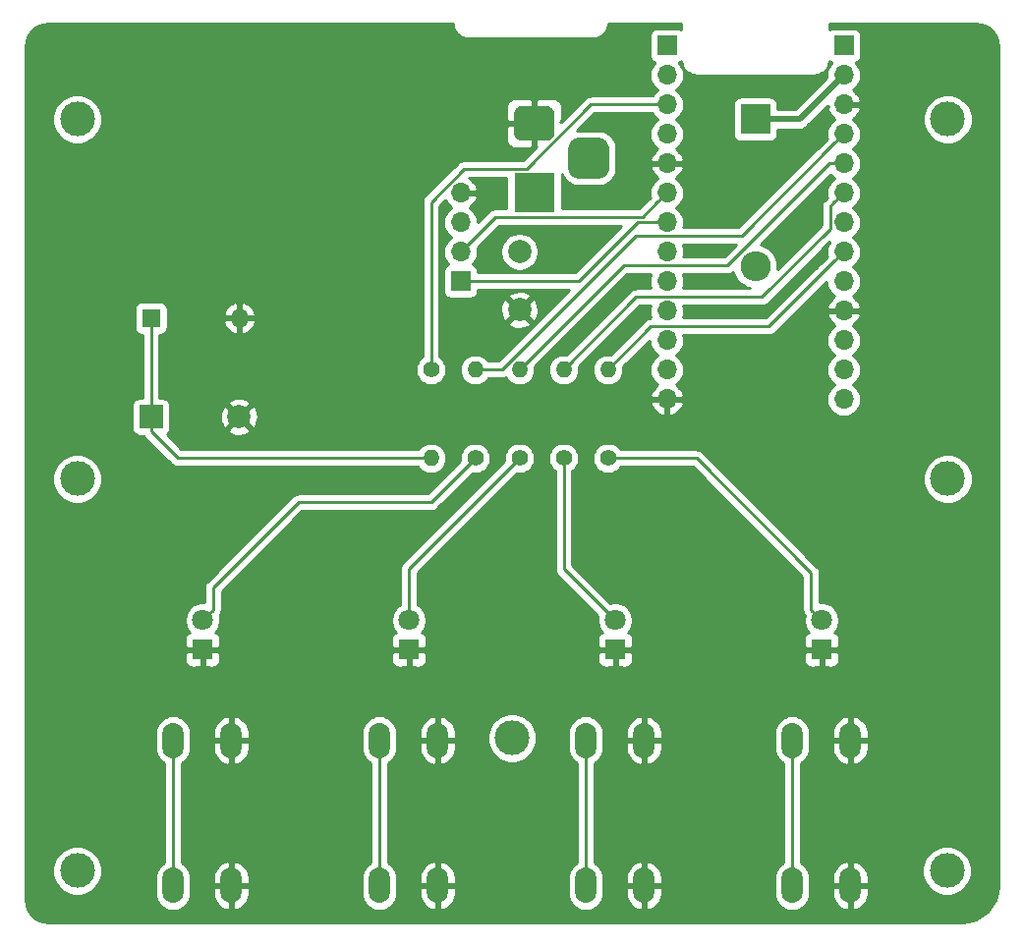
<source format=gbr>
G04 #@! TF.GenerationSoftware,KiCad,Pcbnew,5.1.4+dfsg1-1~bpo10+1*
G04 #@! TF.CreationDate,2020-06-27T23:46:46+02:00*
G04 #@! TF.ProjectId,SinS,53696e53-2e6b-4696-9361-645f70636258,rev?*
G04 #@! TF.SameCoordinates,Original*
G04 #@! TF.FileFunction,Copper,L1,Top*
G04 #@! TF.FilePolarity,Positive*
%FSLAX46Y46*%
G04 Gerber Fmt 4.6, Leading zero omitted, Abs format (unit mm)*
G04 Created by KiCad (PCBNEW 5.1.4+dfsg1-1~bpo10+1) date 2020-06-27 23:46:46*
%MOMM*%
%LPD*%
G04 APERTURE LIST*
%ADD10R,1.600000X1.600000*%
%ADD11O,1.600000X1.600000*%
%ADD12R,2.000000X2.000000*%
%ADD13C,2.000000*%
%ADD14R,2.600000X2.600000*%
%ADD15O,2.600000X2.600000*%
%ADD16R,1.800000X1.800000*%
%ADD17C,1.800000*%
%ADD18R,1.700000X1.700000*%
%ADD19O,1.700000X1.700000*%
%ADD20R,3.500000X3.500000*%
%ADD21C,0.100000*%
%ADD22C,3.000000*%
%ADD23C,3.500000*%
%ADD24C,1.400000*%
%ADD25O,1.400000X1.400000*%
%ADD26O,1.850000X3.048000*%
%ADD27C,0.800000*%
%ADD28C,0.500000*%
%ADD29C,0.250000*%
%ADD30C,0.254000*%
G04 APERTURE END LIST*
D10*
X63500000Y-88265000D03*
D11*
X71120000Y-88265000D03*
D12*
X63500000Y-96774000D03*
D13*
X71100000Y-96774000D03*
D14*
X115570000Y-71120000D03*
D15*
X115570000Y-83820000D03*
D16*
X67945000Y-116840000D03*
D17*
X67945000Y-114300000D03*
X85725000Y-114300000D03*
D16*
X85725000Y-116840000D03*
X103505000Y-116840000D03*
D17*
X103505000Y-114300000D03*
X121285000Y-114300000D03*
D16*
X121285000Y-116840000D03*
D18*
X90170000Y-85090000D03*
D19*
X90170000Y-82550000D03*
X90170000Y-80010000D03*
X90170000Y-77470000D03*
D20*
X96520000Y-77470000D03*
D21*
G36*
X97593513Y-69973611D02*
G01*
X97666318Y-69984411D01*
X97737714Y-70002295D01*
X97807013Y-70027090D01*
X97873548Y-70058559D01*
X97936678Y-70096398D01*
X97995795Y-70140242D01*
X98050330Y-70189670D01*
X98099758Y-70244205D01*
X98143602Y-70303322D01*
X98181441Y-70366452D01*
X98212910Y-70432987D01*
X98237705Y-70502286D01*
X98255589Y-70573682D01*
X98266389Y-70646487D01*
X98270000Y-70720000D01*
X98270000Y-72220000D01*
X98266389Y-72293513D01*
X98255589Y-72366318D01*
X98237705Y-72437714D01*
X98212910Y-72507013D01*
X98181441Y-72573548D01*
X98143602Y-72636678D01*
X98099758Y-72695795D01*
X98050330Y-72750330D01*
X97995795Y-72799758D01*
X97936678Y-72843602D01*
X97873548Y-72881441D01*
X97807013Y-72912910D01*
X97737714Y-72937705D01*
X97666318Y-72955589D01*
X97593513Y-72966389D01*
X97520000Y-72970000D01*
X95520000Y-72970000D01*
X95446487Y-72966389D01*
X95373682Y-72955589D01*
X95302286Y-72937705D01*
X95232987Y-72912910D01*
X95166452Y-72881441D01*
X95103322Y-72843602D01*
X95044205Y-72799758D01*
X94989670Y-72750330D01*
X94940242Y-72695795D01*
X94896398Y-72636678D01*
X94858559Y-72573548D01*
X94827090Y-72507013D01*
X94802295Y-72437714D01*
X94784411Y-72366318D01*
X94773611Y-72293513D01*
X94770000Y-72220000D01*
X94770000Y-70720000D01*
X94773611Y-70646487D01*
X94784411Y-70573682D01*
X94802295Y-70502286D01*
X94827090Y-70432987D01*
X94858559Y-70366452D01*
X94896398Y-70303322D01*
X94940242Y-70244205D01*
X94989670Y-70189670D01*
X95044205Y-70140242D01*
X95103322Y-70096398D01*
X95166452Y-70058559D01*
X95232987Y-70027090D01*
X95302286Y-70002295D01*
X95373682Y-69984411D01*
X95446487Y-69973611D01*
X95520000Y-69970000D01*
X97520000Y-69970000D01*
X97593513Y-69973611D01*
X97593513Y-69973611D01*
G37*
D22*
X96520000Y-71470000D03*
D21*
G36*
X102180765Y-72724213D02*
G01*
X102265704Y-72736813D01*
X102348999Y-72757677D01*
X102429848Y-72786605D01*
X102507472Y-72823319D01*
X102581124Y-72867464D01*
X102650094Y-72918616D01*
X102713718Y-72976282D01*
X102771384Y-73039906D01*
X102822536Y-73108876D01*
X102866681Y-73182528D01*
X102903395Y-73260152D01*
X102932323Y-73341001D01*
X102953187Y-73424296D01*
X102965787Y-73509235D01*
X102970000Y-73595000D01*
X102970000Y-75345000D01*
X102965787Y-75430765D01*
X102953187Y-75515704D01*
X102932323Y-75598999D01*
X102903395Y-75679848D01*
X102866681Y-75757472D01*
X102822536Y-75831124D01*
X102771384Y-75900094D01*
X102713718Y-75963718D01*
X102650094Y-76021384D01*
X102581124Y-76072536D01*
X102507472Y-76116681D01*
X102429848Y-76153395D01*
X102348999Y-76182323D01*
X102265704Y-76203187D01*
X102180765Y-76215787D01*
X102095000Y-76220000D01*
X100345000Y-76220000D01*
X100259235Y-76215787D01*
X100174296Y-76203187D01*
X100091001Y-76182323D01*
X100010152Y-76153395D01*
X99932528Y-76116681D01*
X99858876Y-76072536D01*
X99789906Y-76021384D01*
X99726282Y-75963718D01*
X99668616Y-75900094D01*
X99617464Y-75831124D01*
X99573319Y-75757472D01*
X99536605Y-75679848D01*
X99507677Y-75598999D01*
X99486813Y-75515704D01*
X99474213Y-75430765D01*
X99470000Y-75345000D01*
X99470000Y-73595000D01*
X99474213Y-73509235D01*
X99486813Y-73424296D01*
X99507677Y-73341001D01*
X99536605Y-73260152D01*
X99573319Y-73182528D01*
X99617464Y-73108876D01*
X99668616Y-73039906D01*
X99726282Y-72976282D01*
X99789906Y-72918616D01*
X99858876Y-72867464D01*
X99932528Y-72823319D01*
X100010152Y-72786605D01*
X100091001Y-72757677D01*
X100174296Y-72736813D01*
X100259235Y-72724213D01*
X100345000Y-72720000D01*
X102095000Y-72720000D01*
X102180765Y-72724213D01*
X102180765Y-72724213D01*
G37*
D23*
X101220000Y-74470000D03*
D24*
X87630000Y-92710000D03*
D25*
X87630000Y-100330000D03*
X91440000Y-92710000D03*
D24*
X91440000Y-100330000D03*
X95250000Y-100330000D03*
D25*
X95250000Y-92710000D03*
D24*
X99060000Y-100330000D03*
D25*
X99060000Y-92710000D03*
X102870000Y-92710000D03*
D24*
X102870000Y-100330000D03*
D26*
X65405000Y-124660000D03*
X70405000Y-124660000D03*
X65405000Y-137160000D03*
X70405000Y-137160000D03*
X88185000Y-137160000D03*
X83185000Y-137160000D03*
X88185000Y-124660000D03*
X83185000Y-124660000D03*
X100965000Y-124660000D03*
X105965000Y-124660000D03*
X100965000Y-137160000D03*
X105965000Y-137160000D03*
X123745000Y-137160000D03*
X118745000Y-137160000D03*
X123745000Y-124660000D03*
X118745000Y-124660000D03*
D18*
X107950000Y-64770000D03*
D19*
X107950000Y-67310000D03*
X107950000Y-69850000D03*
X107950000Y-72390000D03*
X107950000Y-74930000D03*
X107950000Y-77470000D03*
X107950000Y-80010000D03*
X107950000Y-82550000D03*
X107950000Y-85090000D03*
X107950000Y-87630000D03*
X107950000Y-90170000D03*
X107950000Y-92710000D03*
X107950000Y-95250000D03*
D18*
X123190000Y-64770000D03*
D19*
X123190000Y-67310000D03*
X123190000Y-69850000D03*
X123190000Y-72390000D03*
X123190000Y-74930000D03*
X123190000Y-77470000D03*
X123190000Y-80010000D03*
X123190000Y-82550000D03*
X123190000Y-85090000D03*
X123190000Y-87630000D03*
X123190000Y-90170000D03*
X123190000Y-92710000D03*
X123190000Y-95250000D03*
D13*
X95250000Y-82550000D03*
X95250000Y-87550000D03*
D22*
X57150000Y-102120000D03*
X132150000Y-71120000D03*
X132150000Y-102120000D03*
X57150000Y-71120000D03*
X132080000Y-135890000D03*
X57150000Y-135890000D03*
X94615000Y-124460000D03*
D27*
X100330000Y-81280000D03*
X110490000Y-82550000D03*
X110490000Y-85090000D03*
X110490000Y-87630000D03*
X120650000Y-78740000D03*
X120650000Y-83820000D03*
D28*
X119380000Y-71120000D02*
X123190000Y-67310000D01*
X115570000Y-71120000D02*
X119380000Y-71120000D01*
D29*
X68844999Y-113400001D02*
X68844999Y-111495001D01*
X67945000Y-114300000D02*
X68844999Y-113400001D01*
X68844999Y-111495001D02*
X76200000Y-104140000D01*
X87630000Y-104140000D02*
X91440000Y-100330000D01*
X76200000Y-104140000D02*
X87630000Y-104140000D01*
X85725000Y-109855000D02*
X95250000Y-100330000D01*
X85725000Y-114300000D02*
X85725000Y-109855000D01*
X99060000Y-109855000D02*
X99060000Y-100330000D01*
X103505000Y-114300000D02*
X99060000Y-109855000D01*
X120385001Y-113400001D02*
X120385001Y-110225001D01*
X121285000Y-114300000D02*
X120385001Y-113400001D01*
X110490000Y-100330000D02*
X102870000Y-100330000D01*
X120385001Y-110225001D02*
X110490000Y-100330000D01*
X90170000Y-85090000D02*
X100330000Y-85090000D01*
X105410000Y-80010000D02*
X107950000Y-80010000D01*
X100330000Y-85090000D02*
X105410000Y-80010000D01*
X105874999Y-79545001D02*
X107100001Y-78319999D01*
X107100001Y-78319999D02*
X107950000Y-77470000D01*
X90170000Y-82550000D02*
X93174999Y-79545001D01*
X93174999Y-79545001D02*
X93515001Y-79545001D01*
X93429997Y-79545001D02*
X93515001Y-79545001D01*
X93515001Y-79545001D02*
X105874999Y-79545001D01*
X87630000Y-91720051D02*
X87630000Y-92710000D01*
X87630000Y-78270998D02*
X87630000Y-91720051D01*
X90505999Y-75394999D02*
X87630000Y-78270998D01*
X95865297Y-75394999D02*
X90505999Y-75394999D01*
X101410296Y-69850000D02*
X95865297Y-75394999D01*
X107950000Y-69850000D02*
X101410296Y-69850000D01*
X122340001Y-73239999D02*
X123190000Y-72390000D01*
X114394999Y-81185001D02*
X122340001Y-73239999D01*
X105257997Y-81185001D02*
X114394999Y-81185001D01*
X93732998Y-92710000D02*
X105257997Y-81185001D01*
X91440000Y-92710000D02*
X93732998Y-92710000D01*
X121987919Y-74930000D02*
X123190000Y-74930000D01*
X113192918Y-83725001D02*
X121987919Y-74930000D01*
X104234999Y-83725001D02*
X113192918Y-83725001D01*
X95250000Y-92710000D02*
X104234999Y-83725001D01*
X122340001Y-78319999D02*
X123190000Y-77470000D01*
X122014999Y-78645001D02*
X122340001Y-78319999D01*
X122014999Y-80574001D02*
X122014999Y-78645001D01*
X116134001Y-86454999D02*
X122014999Y-80574001D01*
X105315001Y-86454999D02*
X116134001Y-86454999D01*
X99060000Y-92710000D02*
X105315001Y-86454999D01*
X122340001Y-83399999D02*
X123190000Y-82550000D01*
X116745001Y-88994999D02*
X122340001Y-83399999D01*
X106585001Y-88994999D02*
X116745001Y-88994999D01*
X102870000Y-92710000D02*
X106585001Y-88994999D01*
X65405000Y-137160000D02*
X65405000Y-124660000D01*
X83185000Y-137160000D02*
X83185000Y-124660000D01*
X100965000Y-137160000D02*
X100965000Y-124660000D01*
X118745000Y-137160000D02*
X118745000Y-124660000D01*
X63500000Y-88265000D02*
X63500000Y-96774000D01*
X86640051Y-100330000D02*
X87630000Y-100330000D01*
X65806000Y-100330000D02*
X86640051Y-100330000D01*
X63500000Y-98024000D02*
X65806000Y-100330000D01*
X63500000Y-96774000D02*
X63500000Y-98024000D01*
D30*
G36*
X89509513Y-62890666D02*
G01*
X89512783Y-62921779D01*
X89512731Y-62929255D01*
X89513631Y-62938426D01*
X89526586Y-63061677D01*
X89538615Y-63120274D01*
X89549822Y-63179028D01*
X89552486Y-63187850D01*
X89589133Y-63306238D01*
X89612308Y-63361368D01*
X89634722Y-63416847D01*
X89639049Y-63424983D01*
X89697992Y-63533998D01*
X89731437Y-63583582D01*
X89764197Y-63633645D01*
X89770022Y-63640786D01*
X89849018Y-63736276D01*
X89891467Y-63778430D01*
X89933315Y-63821165D01*
X89940416Y-63827039D01*
X90036455Y-63905367D01*
X90086281Y-63938472D01*
X90135638Y-63972267D01*
X90143744Y-63976650D01*
X90253167Y-64034832D01*
X90308459Y-64057621D01*
X90363455Y-64081193D01*
X90372258Y-64083918D01*
X90490899Y-64119737D01*
X90549583Y-64131357D01*
X90608094Y-64143794D01*
X90617250Y-64144756D01*
X90617255Y-64144757D01*
X90617259Y-64144757D01*
X90740597Y-64156850D01*
X90740598Y-64156850D01*
X90772581Y-64160000D01*
X101632419Y-64160000D01*
X101660419Y-64157242D01*
X101664255Y-64157269D01*
X101673426Y-64156369D01*
X101796677Y-64143414D01*
X101855274Y-64131385D01*
X101914028Y-64120178D01*
X101922850Y-64117514D01*
X102041238Y-64080867D01*
X102096368Y-64057692D01*
X102151847Y-64035278D01*
X102159983Y-64030951D01*
X102268998Y-63972008D01*
X102318582Y-63938563D01*
X102368645Y-63905803D01*
X102375786Y-63899978D01*
X102471276Y-63820982D01*
X102513430Y-63778533D01*
X102556165Y-63736685D01*
X102562039Y-63729584D01*
X102640367Y-63633545D01*
X102673472Y-63583719D01*
X102707267Y-63534362D01*
X102711650Y-63526256D01*
X102769832Y-63416833D01*
X102792621Y-63361541D01*
X102816193Y-63306545D01*
X102818918Y-63297742D01*
X102854737Y-63179101D01*
X102866359Y-63120408D01*
X102878794Y-63061906D01*
X102879756Y-63052750D01*
X102879757Y-63052745D01*
X102879757Y-63052741D01*
X102891850Y-62929403D01*
X102891850Y-62929402D01*
X102895666Y-62890487D01*
X102900301Y-62890000D01*
X109187725Y-62890000D01*
X109194513Y-62890666D01*
X109195000Y-62895301D01*
X109195000Y-63422705D01*
X109154494Y-63389463D01*
X109044180Y-63330498D01*
X108924482Y-63294188D01*
X108800000Y-63281928D01*
X107100000Y-63281928D01*
X106975518Y-63294188D01*
X106855820Y-63330498D01*
X106745506Y-63389463D01*
X106648815Y-63468815D01*
X106569463Y-63565506D01*
X106510498Y-63675820D01*
X106474188Y-63795518D01*
X106461928Y-63920000D01*
X106461928Y-65620000D01*
X106474188Y-65744482D01*
X106510498Y-65864180D01*
X106569463Y-65974494D01*
X106648815Y-66071185D01*
X106745506Y-66150537D01*
X106855820Y-66209502D01*
X106924687Y-66230393D01*
X106894866Y-66254866D01*
X106709294Y-66480986D01*
X106571401Y-66738966D01*
X106486487Y-67018889D01*
X106457815Y-67310000D01*
X106486487Y-67601111D01*
X106571401Y-67881034D01*
X106709294Y-68139014D01*
X106894866Y-68365134D01*
X107120986Y-68550706D01*
X107175791Y-68580000D01*
X107120986Y-68609294D01*
X106894866Y-68794866D01*
X106709294Y-69020986D01*
X106672405Y-69090000D01*
X101447621Y-69090000D01*
X101410296Y-69086324D01*
X101372971Y-69090000D01*
X101372963Y-69090000D01*
X101261310Y-69100997D01*
X101118049Y-69144454D01*
X100986020Y-69215026D01*
X100870295Y-69309999D01*
X100846497Y-69338997D01*
X98842496Y-71342998D01*
X98746252Y-71342998D01*
X98905000Y-71184250D01*
X98908072Y-69970000D01*
X98895812Y-69845518D01*
X98859502Y-69725820D01*
X98800537Y-69615506D01*
X98721185Y-69518815D01*
X98624494Y-69439463D01*
X98514180Y-69380498D01*
X98394482Y-69344188D01*
X98270000Y-69331928D01*
X96805750Y-69335000D01*
X96647000Y-69493750D01*
X96647000Y-71343000D01*
X96667000Y-71343000D01*
X96667000Y-71597000D01*
X96647000Y-71597000D01*
X96647000Y-73446250D01*
X96693122Y-73492372D01*
X95550496Y-74634999D01*
X90543324Y-74634999D01*
X90505999Y-74631323D01*
X90468674Y-74634999D01*
X90468666Y-74634999D01*
X90357013Y-74645996D01*
X90213752Y-74689453D01*
X90081723Y-74760025D01*
X89965998Y-74854998D01*
X89942200Y-74883996D01*
X87119003Y-77707194D01*
X87089999Y-77730997D01*
X87034871Y-77798172D01*
X86995026Y-77846722D01*
X86945459Y-77939455D01*
X86924454Y-77978752D01*
X86880997Y-78122013D01*
X86870000Y-78233666D01*
X86870000Y-78233676D01*
X86866324Y-78270998D01*
X86870000Y-78308320D01*
X86870001Y-91612225D01*
X86778987Y-91673038D01*
X86593038Y-91858987D01*
X86446939Y-92077641D01*
X86346304Y-92320595D01*
X86295000Y-92578514D01*
X86295000Y-92841486D01*
X86346304Y-93099405D01*
X86446939Y-93342359D01*
X86593038Y-93561013D01*
X86778987Y-93746962D01*
X86997641Y-93893061D01*
X87240595Y-93993696D01*
X87498514Y-94045000D01*
X87761486Y-94045000D01*
X88019405Y-93993696D01*
X88262359Y-93893061D01*
X88481013Y-93746962D01*
X88666962Y-93561013D01*
X88813061Y-93342359D01*
X88913696Y-93099405D01*
X88965000Y-92841486D01*
X88965000Y-92578514D01*
X88913696Y-92320595D01*
X88813061Y-92077641D01*
X88666962Y-91858987D01*
X88481013Y-91673038D01*
X88390000Y-91612225D01*
X88390000Y-88685413D01*
X94294192Y-88685413D01*
X94389956Y-88949814D01*
X94679571Y-89090704D01*
X94991108Y-89172384D01*
X95312595Y-89191718D01*
X95631675Y-89147961D01*
X95936088Y-89042795D01*
X96110044Y-88949814D01*
X96205808Y-88685413D01*
X95250000Y-87729605D01*
X94294192Y-88685413D01*
X88390000Y-88685413D01*
X88390000Y-87612595D01*
X93608282Y-87612595D01*
X93652039Y-87931675D01*
X93757205Y-88236088D01*
X93850186Y-88410044D01*
X94114587Y-88505808D01*
X95070395Y-87550000D01*
X95429605Y-87550000D01*
X96385413Y-88505808D01*
X96649814Y-88410044D01*
X96790704Y-88120429D01*
X96872384Y-87808892D01*
X96891718Y-87487405D01*
X96847961Y-87168325D01*
X96742795Y-86863912D01*
X96649814Y-86689956D01*
X96385413Y-86594192D01*
X95429605Y-87550000D01*
X95070395Y-87550000D01*
X94114587Y-86594192D01*
X93850186Y-86689956D01*
X93709296Y-86979571D01*
X93627616Y-87291108D01*
X93608282Y-87612595D01*
X88390000Y-87612595D01*
X88390000Y-78585799D01*
X88846905Y-78128894D01*
X88898359Y-78236920D01*
X89072412Y-78470269D01*
X89288645Y-78665178D01*
X89405523Y-78734799D01*
X89340986Y-78769294D01*
X89114866Y-78954866D01*
X88929294Y-79180986D01*
X88791401Y-79438966D01*
X88706487Y-79718889D01*
X88677815Y-80010000D01*
X88706487Y-80301111D01*
X88791401Y-80581034D01*
X88929294Y-80839014D01*
X89114866Y-81065134D01*
X89340986Y-81250706D01*
X89395791Y-81280000D01*
X89340986Y-81309294D01*
X89114866Y-81494866D01*
X88929294Y-81720986D01*
X88791401Y-81978966D01*
X88706487Y-82258889D01*
X88677815Y-82550000D01*
X88706487Y-82841111D01*
X88791401Y-83121034D01*
X88929294Y-83379014D01*
X89114866Y-83605134D01*
X89144687Y-83629607D01*
X89075820Y-83650498D01*
X88965506Y-83709463D01*
X88868815Y-83788815D01*
X88789463Y-83885506D01*
X88730498Y-83995820D01*
X88694188Y-84115518D01*
X88681928Y-84240000D01*
X88681928Y-85940000D01*
X88694188Y-86064482D01*
X88730498Y-86184180D01*
X88789463Y-86294494D01*
X88868815Y-86391185D01*
X88965506Y-86470537D01*
X89075820Y-86529502D01*
X89195518Y-86565812D01*
X89320000Y-86578072D01*
X91020000Y-86578072D01*
X91144482Y-86565812D01*
X91264180Y-86529502D01*
X91374494Y-86470537D01*
X91442669Y-86414587D01*
X94294192Y-86414587D01*
X95250000Y-87370395D01*
X96205808Y-86414587D01*
X96110044Y-86150186D01*
X95820429Y-86009296D01*
X95508892Y-85927616D01*
X95187405Y-85908282D01*
X94868325Y-85952039D01*
X94563912Y-86057205D01*
X94389956Y-86150186D01*
X94294192Y-86414587D01*
X91442669Y-86414587D01*
X91471185Y-86391185D01*
X91550537Y-86294494D01*
X91609502Y-86184180D01*
X91645812Y-86064482D01*
X91658072Y-85940000D01*
X91658072Y-85850000D01*
X99518196Y-85850000D01*
X93418197Y-91950000D01*
X92543298Y-91950000D01*
X92388555Y-91761445D01*
X92185275Y-91594618D01*
X91953354Y-91470653D01*
X91701706Y-91394317D01*
X91505579Y-91375000D01*
X91374421Y-91375000D01*
X91178294Y-91394317D01*
X90926646Y-91470653D01*
X90694725Y-91594618D01*
X90491445Y-91761445D01*
X90324618Y-91964725D01*
X90200653Y-92196646D01*
X90124317Y-92448294D01*
X90098541Y-92710000D01*
X90124317Y-92971706D01*
X90200653Y-93223354D01*
X90324618Y-93455275D01*
X90491445Y-93658555D01*
X90694725Y-93825382D01*
X90926646Y-93949347D01*
X91178294Y-94025683D01*
X91374421Y-94045000D01*
X91505579Y-94045000D01*
X91701706Y-94025683D01*
X91953354Y-93949347D01*
X92185275Y-93825382D01*
X92388555Y-93658555D01*
X92543298Y-93470000D01*
X93695676Y-93470000D01*
X93732998Y-93473676D01*
X93770320Y-93470000D01*
X93770331Y-93470000D01*
X93881984Y-93459003D01*
X94025245Y-93415546D01*
X94093797Y-93378904D01*
X94134618Y-93455275D01*
X94301445Y-93658555D01*
X94504725Y-93825382D01*
X94736646Y-93949347D01*
X94988294Y-94025683D01*
X95184421Y-94045000D01*
X95315579Y-94045000D01*
X95511706Y-94025683D01*
X95763354Y-93949347D01*
X95995275Y-93825382D01*
X96198555Y-93658555D01*
X96365382Y-93455275D01*
X96489347Y-93223354D01*
X96565683Y-92971706D01*
X96591459Y-92710000D01*
X96567550Y-92467251D01*
X104549802Y-84485001D01*
X106589556Y-84485001D01*
X106571401Y-84518966D01*
X106486487Y-84798889D01*
X106457815Y-85090000D01*
X106486487Y-85381111D01*
X106571401Y-85661034D01*
X106589556Y-85694999D01*
X105352323Y-85694999D01*
X105315000Y-85691323D01*
X105277677Y-85694999D01*
X105277668Y-85694999D01*
X105166015Y-85705996D01*
X105022754Y-85749453D01*
X104890725Y-85820025D01*
X104775000Y-85914998D01*
X104751202Y-85943996D01*
X99302749Y-91392450D01*
X99125579Y-91375000D01*
X98994421Y-91375000D01*
X98798294Y-91394317D01*
X98546646Y-91470653D01*
X98314725Y-91594618D01*
X98111445Y-91761445D01*
X97944618Y-91964725D01*
X97820653Y-92196646D01*
X97744317Y-92448294D01*
X97718541Y-92710000D01*
X97744317Y-92971706D01*
X97820653Y-93223354D01*
X97944618Y-93455275D01*
X98111445Y-93658555D01*
X98314725Y-93825382D01*
X98546646Y-93949347D01*
X98798294Y-94025683D01*
X98994421Y-94045000D01*
X99125579Y-94045000D01*
X99321706Y-94025683D01*
X99573354Y-93949347D01*
X99805275Y-93825382D01*
X100008555Y-93658555D01*
X100175382Y-93455275D01*
X100299347Y-93223354D01*
X100375683Y-92971706D01*
X100401459Y-92710000D01*
X100377550Y-92467251D01*
X105629803Y-87214999D01*
X106524069Y-87214999D01*
X106486487Y-87338889D01*
X106457815Y-87630000D01*
X106486487Y-87921111D01*
X106571401Y-88201034D01*
X106587735Y-88231592D01*
X106585001Y-88231323D01*
X106547676Y-88234999D01*
X106547668Y-88234999D01*
X106436015Y-88245996D01*
X106292754Y-88289453D01*
X106160725Y-88360025D01*
X106045000Y-88454998D01*
X106021202Y-88483996D01*
X103112749Y-91392450D01*
X102935579Y-91375000D01*
X102804421Y-91375000D01*
X102608294Y-91394317D01*
X102356646Y-91470653D01*
X102124725Y-91594618D01*
X101921445Y-91761445D01*
X101754618Y-91964725D01*
X101630653Y-92196646D01*
X101554317Y-92448294D01*
X101528541Y-92710000D01*
X101554317Y-92971706D01*
X101630653Y-93223354D01*
X101754618Y-93455275D01*
X101921445Y-93658555D01*
X102124725Y-93825382D01*
X102356646Y-93949347D01*
X102608294Y-94025683D01*
X102804421Y-94045000D01*
X102935579Y-94045000D01*
X103131706Y-94025683D01*
X103383354Y-93949347D01*
X103615275Y-93825382D01*
X103818555Y-93658555D01*
X103985382Y-93455275D01*
X104109347Y-93223354D01*
X104185683Y-92971706D01*
X104211459Y-92710000D01*
X104187550Y-92467251D01*
X106460235Y-90194567D01*
X106486487Y-90461111D01*
X106571401Y-90741034D01*
X106709294Y-90999014D01*
X106894866Y-91225134D01*
X107120986Y-91410706D01*
X107175791Y-91440000D01*
X107120986Y-91469294D01*
X106894866Y-91654866D01*
X106709294Y-91880986D01*
X106571401Y-92138966D01*
X106486487Y-92418889D01*
X106457815Y-92710000D01*
X106486487Y-93001111D01*
X106571401Y-93281034D01*
X106709294Y-93539014D01*
X106894866Y-93765134D01*
X107120986Y-93950706D01*
X107185523Y-93985201D01*
X107068645Y-94054822D01*
X106852412Y-94249731D01*
X106678359Y-94483080D01*
X106553175Y-94745901D01*
X106508524Y-94893110D01*
X106629845Y-95123000D01*
X107823000Y-95123000D01*
X107823000Y-95103000D01*
X108077000Y-95103000D01*
X108077000Y-95123000D01*
X109270155Y-95123000D01*
X109391476Y-94893110D01*
X109346825Y-94745901D01*
X109221641Y-94483080D01*
X109047588Y-94249731D01*
X108831355Y-94054822D01*
X108714477Y-93985201D01*
X108779014Y-93950706D01*
X109005134Y-93765134D01*
X109190706Y-93539014D01*
X109328599Y-93281034D01*
X109413513Y-93001111D01*
X109442185Y-92710000D01*
X109413513Y-92418889D01*
X109328599Y-92138966D01*
X109190706Y-91880986D01*
X109005134Y-91654866D01*
X108779014Y-91469294D01*
X108724209Y-91440000D01*
X108779014Y-91410706D01*
X109005134Y-91225134D01*
X109190706Y-90999014D01*
X109328599Y-90741034D01*
X109413513Y-90461111D01*
X109442185Y-90170000D01*
X121697815Y-90170000D01*
X121726487Y-90461111D01*
X121811401Y-90741034D01*
X121949294Y-90999014D01*
X122134866Y-91225134D01*
X122360986Y-91410706D01*
X122415791Y-91440000D01*
X122360986Y-91469294D01*
X122134866Y-91654866D01*
X121949294Y-91880986D01*
X121811401Y-92138966D01*
X121726487Y-92418889D01*
X121697815Y-92710000D01*
X121726487Y-93001111D01*
X121811401Y-93281034D01*
X121949294Y-93539014D01*
X122134866Y-93765134D01*
X122360986Y-93950706D01*
X122415791Y-93980000D01*
X122360986Y-94009294D01*
X122134866Y-94194866D01*
X121949294Y-94420986D01*
X121811401Y-94678966D01*
X121726487Y-94958889D01*
X121697815Y-95250000D01*
X121726487Y-95541111D01*
X121811401Y-95821034D01*
X121949294Y-96079014D01*
X122134866Y-96305134D01*
X122360986Y-96490706D01*
X122618966Y-96628599D01*
X122898889Y-96713513D01*
X123117050Y-96735000D01*
X123262950Y-96735000D01*
X123481111Y-96713513D01*
X123761034Y-96628599D01*
X124019014Y-96490706D01*
X124245134Y-96305134D01*
X124430706Y-96079014D01*
X124568599Y-95821034D01*
X124653513Y-95541111D01*
X124682185Y-95250000D01*
X124653513Y-94958889D01*
X124568599Y-94678966D01*
X124430706Y-94420986D01*
X124245134Y-94194866D01*
X124019014Y-94009294D01*
X123964209Y-93980000D01*
X124019014Y-93950706D01*
X124245134Y-93765134D01*
X124430706Y-93539014D01*
X124568599Y-93281034D01*
X124653513Y-93001111D01*
X124682185Y-92710000D01*
X124653513Y-92418889D01*
X124568599Y-92138966D01*
X124430706Y-91880986D01*
X124245134Y-91654866D01*
X124019014Y-91469294D01*
X123964209Y-91440000D01*
X124019014Y-91410706D01*
X124245134Y-91225134D01*
X124430706Y-90999014D01*
X124568599Y-90741034D01*
X124653513Y-90461111D01*
X124682185Y-90170000D01*
X124653513Y-89878889D01*
X124568599Y-89598966D01*
X124430706Y-89340986D01*
X124245134Y-89114866D01*
X124019014Y-88929294D01*
X123954477Y-88894799D01*
X124071355Y-88825178D01*
X124287588Y-88630269D01*
X124461641Y-88396920D01*
X124586825Y-88134099D01*
X124631476Y-87986890D01*
X124510155Y-87757000D01*
X123317000Y-87757000D01*
X123317000Y-87777000D01*
X123063000Y-87777000D01*
X123063000Y-87757000D01*
X121869845Y-87757000D01*
X121748524Y-87986890D01*
X121793175Y-88134099D01*
X121918359Y-88396920D01*
X122092412Y-88630269D01*
X122308645Y-88825178D01*
X122425523Y-88894799D01*
X122360986Y-88929294D01*
X122134866Y-89114866D01*
X121949294Y-89340986D01*
X121811401Y-89598966D01*
X121726487Y-89878889D01*
X121697815Y-90170000D01*
X109442185Y-90170000D01*
X109413513Y-89878889D01*
X109375931Y-89754999D01*
X116707679Y-89754999D01*
X116745001Y-89758675D01*
X116782323Y-89754999D01*
X116782334Y-89754999D01*
X116893987Y-89744002D01*
X117037248Y-89700545D01*
X117169277Y-89629973D01*
X117285002Y-89535000D01*
X117308805Y-89505996D01*
X121700235Y-85114567D01*
X121726487Y-85381111D01*
X121811401Y-85661034D01*
X121949294Y-85919014D01*
X122134866Y-86145134D01*
X122360986Y-86330706D01*
X122425523Y-86365201D01*
X122308645Y-86434822D01*
X122092412Y-86629731D01*
X121918359Y-86863080D01*
X121793175Y-87125901D01*
X121748524Y-87273110D01*
X121869845Y-87503000D01*
X123063000Y-87503000D01*
X123063000Y-87483000D01*
X123317000Y-87483000D01*
X123317000Y-87503000D01*
X124510155Y-87503000D01*
X124631476Y-87273110D01*
X124586825Y-87125901D01*
X124461641Y-86863080D01*
X124287588Y-86629731D01*
X124071355Y-86434822D01*
X123954477Y-86365201D01*
X124019014Y-86330706D01*
X124245134Y-86145134D01*
X124430706Y-85919014D01*
X124568599Y-85661034D01*
X124653513Y-85381111D01*
X124682185Y-85090000D01*
X124653513Y-84798889D01*
X124568599Y-84518966D01*
X124430706Y-84260986D01*
X124245134Y-84034866D01*
X124019014Y-83849294D01*
X123964209Y-83820000D01*
X124019014Y-83790706D01*
X124245134Y-83605134D01*
X124430706Y-83379014D01*
X124568599Y-83121034D01*
X124653513Y-82841111D01*
X124682185Y-82550000D01*
X124653513Y-82258889D01*
X124568599Y-81978966D01*
X124430706Y-81720986D01*
X124245134Y-81494866D01*
X124019014Y-81309294D01*
X123964209Y-81280000D01*
X124019014Y-81250706D01*
X124245134Y-81065134D01*
X124430706Y-80839014D01*
X124568599Y-80581034D01*
X124653513Y-80301111D01*
X124682185Y-80010000D01*
X124653513Y-79718889D01*
X124568599Y-79438966D01*
X124430706Y-79180986D01*
X124245134Y-78954866D01*
X124019014Y-78769294D01*
X123964209Y-78740000D01*
X124019014Y-78710706D01*
X124245134Y-78525134D01*
X124430706Y-78299014D01*
X124568599Y-78041034D01*
X124653513Y-77761111D01*
X124682185Y-77470000D01*
X124653513Y-77178889D01*
X124568599Y-76898966D01*
X124430706Y-76640986D01*
X124245134Y-76414866D01*
X124019014Y-76229294D01*
X123964209Y-76200000D01*
X124019014Y-76170706D01*
X124245134Y-75985134D01*
X124430706Y-75759014D01*
X124568599Y-75501034D01*
X124653513Y-75221111D01*
X124682185Y-74930000D01*
X124653513Y-74638889D01*
X124568599Y-74358966D01*
X124430706Y-74100986D01*
X124245134Y-73874866D01*
X124019014Y-73689294D01*
X123964209Y-73660000D01*
X124019014Y-73630706D01*
X124245134Y-73445134D01*
X124430706Y-73219014D01*
X124568599Y-72961034D01*
X124653513Y-72681111D01*
X124682185Y-72390000D01*
X124653513Y-72098889D01*
X124568599Y-71818966D01*
X124430706Y-71560986D01*
X124245134Y-71334866D01*
X124019014Y-71149294D01*
X123954477Y-71114799D01*
X124071355Y-71045178D01*
X124221631Y-70909721D01*
X130015000Y-70909721D01*
X130015000Y-71330279D01*
X130097047Y-71742756D01*
X130257988Y-72131302D01*
X130491637Y-72480983D01*
X130789017Y-72778363D01*
X131138698Y-73012012D01*
X131527244Y-73172953D01*
X131939721Y-73255000D01*
X132360279Y-73255000D01*
X132772756Y-73172953D01*
X133161302Y-73012012D01*
X133510983Y-72778363D01*
X133808363Y-72480983D01*
X134042012Y-72131302D01*
X134202953Y-71742756D01*
X134285000Y-71330279D01*
X134285000Y-70909721D01*
X134202953Y-70497244D01*
X134042012Y-70108698D01*
X133808363Y-69759017D01*
X133510983Y-69461637D01*
X133161302Y-69227988D01*
X132772756Y-69067047D01*
X132360279Y-68985000D01*
X131939721Y-68985000D01*
X131527244Y-69067047D01*
X131138698Y-69227988D01*
X130789017Y-69461637D01*
X130491637Y-69759017D01*
X130257988Y-70108698D01*
X130097047Y-70497244D01*
X130015000Y-70909721D01*
X124221631Y-70909721D01*
X124287588Y-70850269D01*
X124461641Y-70616920D01*
X124586825Y-70354099D01*
X124631476Y-70206890D01*
X124510155Y-69977000D01*
X123317000Y-69977000D01*
X123317000Y-69997000D01*
X123063000Y-69997000D01*
X123063000Y-69977000D01*
X123043000Y-69977000D01*
X123043000Y-69723000D01*
X123063000Y-69723000D01*
X123063000Y-69703000D01*
X123317000Y-69703000D01*
X123317000Y-69723000D01*
X124510155Y-69723000D01*
X124631476Y-69493110D01*
X124586825Y-69345901D01*
X124461641Y-69083080D01*
X124287588Y-68849731D01*
X124071355Y-68654822D01*
X123954477Y-68585201D01*
X124019014Y-68550706D01*
X124245134Y-68365134D01*
X124430706Y-68139014D01*
X124568599Y-67881034D01*
X124653513Y-67601111D01*
X124682185Y-67310000D01*
X124653513Y-67018889D01*
X124568599Y-66738966D01*
X124430706Y-66480986D01*
X124245134Y-66254866D01*
X124215313Y-66230393D01*
X124284180Y-66209502D01*
X124394494Y-66150537D01*
X124491185Y-66071185D01*
X124570537Y-65974494D01*
X124629502Y-65864180D01*
X124665812Y-65744482D01*
X124678072Y-65620000D01*
X124678072Y-63920000D01*
X124665812Y-63795518D01*
X124629502Y-63675820D01*
X124570537Y-63565506D01*
X124491185Y-63468815D01*
X124394494Y-63389463D01*
X124284180Y-63330498D01*
X124164482Y-63294188D01*
X124040000Y-63281928D01*
X122340000Y-63281928D01*
X122215518Y-63294188D01*
X122095820Y-63330498D01*
X121985506Y-63389463D01*
X121945000Y-63422705D01*
X121945000Y-62897275D01*
X121945666Y-62890487D01*
X121950301Y-62890000D01*
X134587721Y-62890000D01*
X134984545Y-62928909D01*
X135335208Y-63034780D01*
X135658625Y-63206744D01*
X135942484Y-63438254D01*
X136175965Y-63720486D01*
X136350183Y-64042695D01*
X136458502Y-64392614D01*
X136500000Y-64787443D01*
X136500001Y-137127711D01*
X136436904Y-137771221D01*
X136259394Y-138359164D01*
X135971063Y-138901436D01*
X135582906Y-139377364D01*
X135109686Y-139768845D01*
X134569449Y-140060950D01*
X133982756Y-140242563D01*
X133341130Y-140310000D01*
X54642279Y-140310000D01*
X54245455Y-140271091D01*
X53894794Y-140165220D01*
X53571377Y-139993257D01*
X53287518Y-139761748D01*
X53054035Y-139479514D01*
X52879816Y-139157304D01*
X52771498Y-138807385D01*
X52730000Y-138412557D01*
X52730000Y-135679721D01*
X55015000Y-135679721D01*
X55015000Y-136100279D01*
X55097047Y-136512756D01*
X55257988Y-136901302D01*
X55491637Y-137250983D01*
X55789017Y-137548363D01*
X56138698Y-137782012D01*
X56527244Y-137942953D01*
X56939721Y-138025000D01*
X57360279Y-138025000D01*
X57772756Y-137942953D01*
X58161302Y-137782012D01*
X58510983Y-137548363D01*
X58808363Y-137250983D01*
X59042012Y-136901302D01*
X59202953Y-136512756D01*
X59285000Y-136100279D01*
X59285000Y-135679721D01*
X59202953Y-135267244D01*
X59042012Y-134878698D01*
X58808363Y-134529017D01*
X58510983Y-134231637D01*
X58161302Y-133997988D01*
X57772756Y-133837047D01*
X57360279Y-133755000D01*
X56939721Y-133755000D01*
X56527244Y-133837047D01*
X56138698Y-133997988D01*
X55789017Y-134231637D01*
X55491637Y-134529017D01*
X55257988Y-134878698D01*
X55097047Y-135267244D01*
X55015000Y-135679721D01*
X52730000Y-135679721D01*
X52730000Y-123984365D01*
X63845000Y-123984365D01*
X63845000Y-125335636D01*
X63867572Y-125564813D01*
X63956774Y-125858875D01*
X64101632Y-126129883D01*
X64296577Y-126367424D01*
X64534118Y-126562369D01*
X64645001Y-126621637D01*
X64645000Y-135198363D01*
X64534117Y-135257631D01*
X64296576Y-135452576D01*
X64101631Y-135690118D01*
X63956774Y-135961126D01*
X63867572Y-136255188D01*
X63845000Y-136484365D01*
X63845000Y-137835636D01*
X63867572Y-138064813D01*
X63956774Y-138358875D01*
X64101632Y-138629883D01*
X64296577Y-138867424D01*
X64534118Y-139062369D01*
X64805126Y-139207226D01*
X65099188Y-139296428D01*
X65405000Y-139326548D01*
X65710813Y-139296428D01*
X66004875Y-139207226D01*
X66275883Y-139062369D01*
X66513424Y-138867424D01*
X66708369Y-138629883D01*
X66853226Y-138358875D01*
X66942428Y-138064813D01*
X66965000Y-137835636D01*
X66965000Y-137287000D01*
X68845000Y-137287000D01*
X68845000Y-137886000D01*
X68899751Y-138187901D01*
X69012348Y-138473319D01*
X69178464Y-138731286D01*
X69391715Y-138951889D01*
X69643906Y-139126650D01*
X69925345Y-139248853D01*
X70036336Y-139274812D01*
X70278000Y-139154483D01*
X70278000Y-137287000D01*
X70532000Y-137287000D01*
X70532000Y-139154483D01*
X70773664Y-139274812D01*
X70884655Y-139248853D01*
X71166094Y-139126650D01*
X71418285Y-138951889D01*
X71631536Y-138731286D01*
X71797652Y-138473319D01*
X71910249Y-138187901D01*
X71965000Y-137886000D01*
X71965000Y-137287000D01*
X70532000Y-137287000D01*
X70278000Y-137287000D01*
X68845000Y-137287000D01*
X66965000Y-137287000D01*
X66965000Y-136484364D01*
X66960040Y-136434000D01*
X68845000Y-136434000D01*
X68845000Y-137033000D01*
X70278000Y-137033000D01*
X70278000Y-135165517D01*
X70532000Y-135165517D01*
X70532000Y-137033000D01*
X71965000Y-137033000D01*
X71965000Y-136434000D01*
X71910249Y-136132099D01*
X71797652Y-135846681D01*
X71631536Y-135588714D01*
X71418285Y-135368111D01*
X71166094Y-135193350D01*
X70884655Y-135071147D01*
X70773664Y-135045188D01*
X70532000Y-135165517D01*
X70278000Y-135165517D01*
X70036336Y-135045188D01*
X69925345Y-135071147D01*
X69643906Y-135193350D01*
X69391715Y-135368111D01*
X69178464Y-135588714D01*
X69012348Y-135846681D01*
X68899751Y-136132099D01*
X68845000Y-136434000D01*
X66960040Y-136434000D01*
X66942428Y-136255187D01*
X66853226Y-135961125D01*
X66708369Y-135690117D01*
X66513424Y-135452576D01*
X66275882Y-135257631D01*
X66165000Y-135198363D01*
X66165000Y-126621637D01*
X66275883Y-126562369D01*
X66513424Y-126367424D01*
X66708369Y-126129883D01*
X66853226Y-125858875D01*
X66942428Y-125564813D01*
X66965000Y-125335636D01*
X66965000Y-124787000D01*
X68845000Y-124787000D01*
X68845000Y-125386000D01*
X68899751Y-125687901D01*
X69012348Y-125973319D01*
X69178464Y-126231286D01*
X69391715Y-126451889D01*
X69643906Y-126626650D01*
X69925345Y-126748853D01*
X70036336Y-126774812D01*
X70278000Y-126654483D01*
X70278000Y-124787000D01*
X70532000Y-124787000D01*
X70532000Y-126654483D01*
X70773664Y-126774812D01*
X70884655Y-126748853D01*
X71166094Y-126626650D01*
X71418285Y-126451889D01*
X71631536Y-126231286D01*
X71797652Y-125973319D01*
X71910249Y-125687901D01*
X71965000Y-125386000D01*
X71965000Y-124787000D01*
X70532000Y-124787000D01*
X70278000Y-124787000D01*
X68845000Y-124787000D01*
X66965000Y-124787000D01*
X66965000Y-123984364D01*
X66960040Y-123934000D01*
X68845000Y-123934000D01*
X68845000Y-124533000D01*
X70278000Y-124533000D01*
X70278000Y-122665517D01*
X70532000Y-122665517D01*
X70532000Y-124533000D01*
X71965000Y-124533000D01*
X71965000Y-123984365D01*
X81625000Y-123984365D01*
X81625000Y-125335636D01*
X81647572Y-125564813D01*
X81736774Y-125858875D01*
X81881632Y-126129883D01*
X82076577Y-126367424D01*
X82314118Y-126562369D01*
X82425001Y-126621637D01*
X82425000Y-135198363D01*
X82314117Y-135257631D01*
X82076576Y-135452576D01*
X81881631Y-135690118D01*
X81736774Y-135961126D01*
X81647572Y-136255188D01*
X81625000Y-136484365D01*
X81625000Y-137835636D01*
X81647572Y-138064813D01*
X81736774Y-138358875D01*
X81881632Y-138629883D01*
X82076577Y-138867424D01*
X82314118Y-139062369D01*
X82585126Y-139207226D01*
X82879188Y-139296428D01*
X83185000Y-139326548D01*
X83490813Y-139296428D01*
X83784875Y-139207226D01*
X84055883Y-139062369D01*
X84293424Y-138867424D01*
X84488369Y-138629883D01*
X84633226Y-138358875D01*
X84722428Y-138064813D01*
X84745000Y-137835636D01*
X84745000Y-137287000D01*
X86625000Y-137287000D01*
X86625000Y-137886000D01*
X86679751Y-138187901D01*
X86792348Y-138473319D01*
X86958464Y-138731286D01*
X87171715Y-138951889D01*
X87423906Y-139126650D01*
X87705345Y-139248853D01*
X87816336Y-139274812D01*
X88058000Y-139154483D01*
X88058000Y-137287000D01*
X88312000Y-137287000D01*
X88312000Y-139154483D01*
X88553664Y-139274812D01*
X88664655Y-139248853D01*
X88946094Y-139126650D01*
X89198285Y-138951889D01*
X89411536Y-138731286D01*
X89577652Y-138473319D01*
X89690249Y-138187901D01*
X89745000Y-137886000D01*
X89745000Y-137287000D01*
X88312000Y-137287000D01*
X88058000Y-137287000D01*
X86625000Y-137287000D01*
X84745000Y-137287000D01*
X84745000Y-136484364D01*
X84740040Y-136434000D01*
X86625000Y-136434000D01*
X86625000Y-137033000D01*
X88058000Y-137033000D01*
X88058000Y-135165517D01*
X88312000Y-135165517D01*
X88312000Y-137033000D01*
X89745000Y-137033000D01*
X89745000Y-136434000D01*
X89690249Y-136132099D01*
X89577652Y-135846681D01*
X89411536Y-135588714D01*
X89198285Y-135368111D01*
X88946094Y-135193350D01*
X88664655Y-135071147D01*
X88553664Y-135045188D01*
X88312000Y-135165517D01*
X88058000Y-135165517D01*
X87816336Y-135045188D01*
X87705345Y-135071147D01*
X87423906Y-135193350D01*
X87171715Y-135368111D01*
X86958464Y-135588714D01*
X86792348Y-135846681D01*
X86679751Y-136132099D01*
X86625000Y-136434000D01*
X84740040Y-136434000D01*
X84722428Y-136255187D01*
X84633226Y-135961125D01*
X84488369Y-135690117D01*
X84293424Y-135452576D01*
X84055882Y-135257631D01*
X83945000Y-135198363D01*
X83945000Y-126621637D01*
X84055883Y-126562369D01*
X84293424Y-126367424D01*
X84488369Y-126129883D01*
X84633226Y-125858875D01*
X84722428Y-125564813D01*
X84745000Y-125335636D01*
X84745000Y-124787000D01*
X86625000Y-124787000D01*
X86625000Y-125386000D01*
X86679751Y-125687901D01*
X86792348Y-125973319D01*
X86958464Y-126231286D01*
X87171715Y-126451889D01*
X87423906Y-126626650D01*
X87705345Y-126748853D01*
X87816336Y-126774812D01*
X88058000Y-126654483D01*
X88058000Y-124787000D01*
X88312000Y-124787000D01*
X88312000Y-126654483D01*
X88553664Y-126774812D01*
X88664655Y-126748853D01*
X88946094Y-126626650D01*
X89198285Y-126451889D01*
X89411536Y-126231286D01*
X89577652Y-125973319D01*
X89690249Y-125687901D01*
X89745000Y-125386000D01*
X89745000Y-124787000D01*
X88312000Y-124787000D01*
X88058000Y-124787000D01*
X86625000Y-124787000D01*
X84745000Y-124787000D01*
X84745000Y-123984364D01*
X84740040Y-123934000D01*
X86625000Y-123934000D01*
X86625000Y-124533000D01*
X88058000Y-124533000D01*
X88058000Y-122665517D01*
X88312000Y-122665517D01*
X88312000Y-124533000D01*
X89745000Y-124533000D01*
X89745000Y-124249721D01*
X92480000Y-124249721D01*
X92480000Y-124670279D01*
X92562047Y-125082756D01*
X92722988Y-125471302D01*
X92956637Y-125820983D01*
X93254017Y-126118363D01*
X93603698Y-126352012D01*
X93992244Y-126512953D01*
X94404721Y-126595000D01*
X94825279Y-126595000D01*
X95237756Y-126512953D01*
X95626302Y-126352012D01*
X95975983Y-126118363D01*
X96273363Y-125820983D01*
X96507012Y-125471302D01*
X96667953Y-125082756D01*
X96750000Y-124670279D01*
X96750000Y-124249721D01*
X96697218Y-123984365D01*
X99405000Y-123984365D01*
X99405000Y-125335636D01*
X99427572Y-125564813D01*
X99516774Y-125858875D01*
X99661632Y-126129883D01*
X99856577Y-126367424D01*
X100094118Y-126562369D01*
X100205001Y-126621637D01*
X100205000Y-135198363D01*
X100094117Y-135257631D01*
X99856576Y-135452576D01*
X99661631Y-135690118D01*
X99516774Y-135961126D01*
X99427572Y-136255188D01*
X99405000Y-136484365D01*
X99405000Y-137835636D01*
X99427572Y-138064813D01*
X99516774Y-138358875D01*
X99661632Y-138629883D01*
X99856577Y-138867424D01*
X100094118Y-139062369D01*
X100365126Y-139207226D01*
X100659188Y-139296428D01*
X100965000Y-139326548D01*
X101270813Y-139296428D01*
X101564875Y-139207226D01*
X101835883Y-139062369D01*
X102073424Y-138867424D01*
X102268369Y-138629883D01*
X102413226Y-138358875D01*
X102502428Y-138064813D01*
X102525000Y-137835636D01*
X102525000Y-137287000D01*
X104405000Y-137287000D01*
X104405000Y-137886000D01*
X104459751Y-138187901D01*
X104572348Y-138473319D01*
X104738464Y-138731286D01*
X104951715Y-138951889D01*
X105203906Y-139126650D01*
X105485345Y-139248853D01*
X105596336Y-139274812D01*
X105838000Y-139154483D01*
X105838000Y-137287000D01*
X106092000Y-137287000D01*
X106092000Y-139154483D01*
X106333664Y-139274812D01*
X106444655Y-139248853D01*
X106726094Y-139126650D01*
X106978285Y-138951889D01*
X107191536Y-138731286D01*
X107357652Y-138473319D01*
X107470249Y-138187901D01*
X107525000Y-137886000D01*
X107525000Y-137287000D01*
X106092000Y-137287000D01*
X105838000Y-137287000D01*
X104405000Y-137287000D01*
X102525000Y-137287000D01*
X102525000Y-136484364D01*
X102520040Y-136434000D01*
X104405000Y-136434000D01*
X104405000Y-137033000D01*
X105838000Y-137033000D01*
X105838000Y-135165517D01*
X106092000Y-135165517D01*
X106092000Y-137033000D01*
X107525000Y-137033000D01*
X107525000Y-136434000D01*
X107470249Y-136132099D01*
X107357652Y-135846681D01*
X107191536Y-135588714D01*
X106978285Y-135368111D01*
X106726094Y-135193350D01*
X106444655Y-135071147D01*
X106333664Y-135045188D01*
X106092000Y-135165517D01*
X105838000Y-135165517D01*
X105596336Y-135045188D01*
X105485345Y-135071147D01*
X105203906Y-135193350D01*
X104951715Y-135368111D01*
X104738464Y-135588714D01*
X104572348Y-135846681D01*
X104459751Y-136132099D01*
X104405000Y-136434000D01*
X102520040Y-136434000D01*
X102502428Y-136255187D01*
X102413226Y-135961125D01*
X102268369Y-135690117D01*
X102073424Y-135452576D01*
X101835882Y-135257631D01*
X101725000Y-135198363D01*
X101725000Y-126621637D01*
X101835883Y-126562369D01*
X102073424Y-126367424D01*
X102268369Y-126129883D01*
X102413226Y-125858875D01*
X102502428Y-125564813D01*
X102525000Y-125335636D01*
X102525000Y-124787000D01*
X104405000Y-124787000D01*
X104405000Y-125386000D01*
X104459751Y-125687901D01*
X104572348Y-125973319D01*
X104738464Y-126231286D01*
X104951715Y-126451889D01*
X105203906Y-126626650D01*
X105485345Y-126748853D01*
X105596336Y-126774812D01*
X105838000Y-126654483D01*
X105838000Y-124787000D01*
X106092000Y-124787000D01*
X106092000Y-126654483D01*
X106333664Y-126774812D01*
X106444655Y-126748853D01*
X106726094Y-126626650D01*
X106978285Y-126451889D01*
X107191536Y-126231286D01*
X107357652Y-125973319D01*
X107470249Y-125687901D01*
X107525000Y-125386000D01*
X107525000Y-124787000D01*
X106092000Y-124787000D01*
X105838000Y-124787000D01*
X104405000Y-124787000D01*
X102525000Y-124787000D01*
X102525000Y-123984364D01*
X102520040Y-123934000D01*
X104405000Y-123934000D01*
X104405000Y-124533000D01*
X105838000Y-124533000D01*
X105838000Y-122665517D01*
X106092000Y-122665517D01*
X106092000Y-124533000D01*
X107525000Y-124533000D01*
X107525000Y-123984365D01*
X117185000Y-123984365D01*
X117185000Y-125335636D01*
X117207572Y-125564813D01*
X117296774Y-125858875D01*
X117441632Y-126129883D01*
X117636577Y-126367424D01*
X117874118Y-126562369D01*
X117985001Y-126621637D01*
X117985000Y-135198363D01*
X117874117Y-135257631D01*
X117636576Y-135452576D01*
X117441631Y-135690118D01*
X117296774Y-135961126D01*
X117207572Y-136255188D01*
X117185000Y-136484365D01*
X117185000Y-137835636D01*
X117207572Y-138064813D01*
X117296774Y-138358875D01*
X117441632Y-138629883D01*
X117636577Y-138867424D01*
X117874118Y-139062369D01*
X118145126Y-139207226D01*
X118439188Y-139296428D01*
X118745000Y-139326548D01*
X119050813Y-139296428D01*
X119344875Y-139207226D01*
X119615883Y-139062369D01*
X119853424Y-138867424D01*
X120048369Y-138629883D01*
X120193226Y-138358875D01*
X120282428Y-138064813D01*
X120305000Y-137835636D01*
X120305000Y-137287000D01*
X122185000Y-137287000D01*
X122185000Y-137886000D01*
X122239751Y-138187901D01*
X122352348Y-138473319D01*
X122518464Y-138731286D01*
X122731715Y-138951889D01*
X122983906Y-139126650D01*
X123265345Y-139248853D01*
X123376336Y-139274812D01*
X123618000Y-139154483D01*
X123618000Y-137287000D01*
X123872000Y-137287000D01*
X123872000Y-139154483D01*
X124113664Y-139274812D01*
X124224655Y-139248853D01*
X124506094Y-139126650D01*
X124758285Y-138951889D01*
X124971536Y-138731286D01*
X125137652Y-138473319D01*
X125250249Y-138187901D01*
X125305000Y-137886000D01*
X125305000Y-137287000D01*
X123872000Y-137287000D01*
X123618000Y-137287000D01*
X122185000Y-137287000D01*
X120305000Y-137287000D01*
X120305000Y-136484364D01*
X120300040Y-136434000D01*
X122185000Y-136434000D01*
X122185000Y-137033000D01*
X123618000Y-137033000D01*
X123618000Y-135165517D01*
X123872000Y-135165517D01*
X123872000Y-137033000D01*
X125305000Y-137033000D01*
X125305000Y-136434000D01*
X125250249Y-136132099D01*
X125137652Y-135846681D01*
X125030140Y-135679721D01*
X129945000Y-135679721D01*
X129945000Y-136100279D01*
X130027047Y-136512756D01*
X130187988Y-136901302D01*
X130421637Y-137250983D01*
X130719017Y-137548363D01*
X131068698Y-137782012D01*
X131457244Y-137942953D01*
X131869721Y-138025000D01*
X132290279Y-138025000D01*
X132702756Y-137942953D01*
X133091302Y-137782012D01*
X133440983Y-137548363D01*
X133738363Y-137250983D01*
X133972012Y-136901302D01*
X134132953Y-136512756D01*
X134215000Y-136100279D01*
X134215000Y-135679721D01*
X134132953Y-135267244D01*
X133972012Y-134878698D01*
X133738363Y-134529017D01*
X133440983Y-134231637D01*
X133091302Y-133997988D01*
X132702756Y-133837047D01*
X132290279Y-133755000D01*
X131869721Y-133755000D01*
X131457244Y-133837047D01*
X131068698Y-133997988D01*
X130719017Y-134231637D01*
X130421637Y-134529017D01*
X130187988Y-134878698D01*
X130027047Y-135267244D01*
X129945000Y-135679721D01*
X125030140Y-135679721D01*
X124971536Y-135588714D01*
X124758285Y-135368111D01*
X124506094Y-135193350D01*
X124224655Y-135071147D01*
X124113664Y-135045188D01*
X123872000Y-135165517D01*
X123618000Y-135165517D01*
X123376336Y-135045188D01*
X123265345Y-135071147D01*
X122983906Y-135193350D01*
X122731715Y-135368111D01*
X122518464Y-135588714D01*
X122352348Y-135846681D01*
X122239751Y-136132099D01*
X122185000Y-136434000D01*
X120300040Y-136434000D01*
X120282428Y-136255187D01*
X120193226Y-135961125D01*
X120048369Y-135690117D01*
X119853424Y-135452576D01*
X119615882Y-135257631D01*
X119505000Y-135198363D01*
X119505000Y-126621637D01*
X119615883Y-126562369D01*
X119853424Y-126367424D01*
X120048369Y-126129883D01*
X120193226Y-125858875D01*
X120282428Y-125564813D01*
X120305000Y-125335636D01*
X120305000Y-124787000D01*
X122185000Y-124787000D01*
X122185000Y-125386000D01*
X122239751Y-125687901D01*
X122352348Y-125973319D01*
X122518464Y-126231286D01*
X122731715Y-126451889D01*
X122983906Y-126626650D01*
X123265345Y-126748853D01*
X123376336Y-126774812D01*
X123618000Y-126654483D01*
X123618000Y-124787000D01*
X123872000Y-124787000D01*
X123872000Y-126654483D01*
X124113664Y-126774812D01*
X124224655Y-126748853D01*
X124506094Y-126626650D01*
X124758285Y-126451889D01*
X124971536Y-126231286D01*
X125137652Y-125973319D01*
X125250249Y-125687901D01*
X125305000Y-125386000D01*
X125305000Y-124787000D01*
X123872000Y-124787000D01*
X123618000Y-124787000D01*
X122185000Y-124787000D01*
X120305000Y-124787000D01*
X120305000Y-123984364D01*
X120300040Y-123934000D01*
X122185000Y-123934000D01*
X122185000Y-124533000D01*
X123618000Y-124533000D01*
X123618000Y-122665517D01*
X123872000Y-122665517D01*
X123872000Y-124533000D01*
X125305000Y-124533000D01*
X125305000Y-123934000D01*
X125250249Y-123632099D01*
X125137652Y-123346681D01*
X124971536Y-123088714D01*
X124758285Y-122868111D01*
X124506094Y-122693350D01*
X124224655Y-122571147D01*
X124113664Y-122545188D01*
X123872000Y-122665517D01*
X123618000Y-122665517D01*
X123376336Y-122545188D01*
X123265345Y-122571147D01*
X122983906Y-122693350D01*
X122731715Y-122868111D01*
X122518464Y-123088714D01*
X122352348Y-123346681D01*
X122239751Y-123632099D01*
X122185000Y-123934000D01*
X120300040Y-123934000D01*
X120282428Y-123755187D01*
X120193226Y-123461125D01*
X120048369Y-123190117D01*
X119853424Y-122952576D01*
X119615882Y-122757631D01*
X119344874Y-122612774D01*
X119050812Y-122523572D01*
X118745000Y-122493452D01*
X118439187Y-122523572D01*
X118145125Y-122612774D01*
X117874117Y-122757631D01*
X117636576Y-122952576D01*
X117441631Y-123190118D01*
X117296774Y-123461126D01*
X117207572Y-123755188D01*
X117185000Y-123984365D01*
X107525000Y-123984365D01*
X107525000Y-123934000D01*
X107470249Y-123632099D01*
X107357652Y-123346681D01*
X107191536Y-123088714D01*
X106978285Y-122868111D01*
X106726094Y-122693350D01*
X106444655Y-122571147D01*
X106333664Y-122545188D01*
X106092000Y-122665517D01*
X105838000Y-122665517D01*
X105596336Y-122545188D01*
X105485345Y-122571147D01*
X105203906Y-122693350D01*
X104951715Y-122868111D01*
X104738464Y-123088714D01*
X104572348Y-123346681D01*
X104459751Y-123632099D01*
X104405000Y-123934000D01*
X102520040Y-123934000D01*
X102502428Y-123755187D01*
X102413226Y-123461125D01*
X102268369Y-123190117D01*
X102073424Y-122952576D01*
X101835882Y-122757631D01*
X101564874Y-122612774D01*
X101270812Y-122523572D01*
X100965000Y-122493452D01*
X100659187Y-122523572D01*
X100365125Y-122612774D01*
X100094117Y-122757631D01*
X99856576Y-122952576D01*
X99661631Y-123190118D01*
X99516774Y-123461126D01*
X99427572Y-123755188D01*
X99405000Y-123984365D01*
X96697218Y-123984365D01*
X96667953Y-123837244D01*
X96507012Y-123448698D01*
X96273363Y-123099017D01*
X95975983Y-122801637D01*
X95626302Y-122567988D01*
X95237756Y-122407047D01*
X94825279Y-122325000D01*
X94404721Y-122325000D01*
X93992244Y-122407047D01*
X93603698Y-122567988D01*
X93254017Y-122801637D01*
X92956637Y-123099017D01*
X92722988Y-123448698D01*
X92562047Y-123837244D01*
X92480000Y-124249721D01*
X89745000Y-124249721D01*
X89745000Y-123934000D01*
X89690249Y-123632099D01*
X89577652Y-123346681D01*
X89411536Y-123088714D01*
X89198285Y-122868111D01*
X88946094Y-122693350D01*
X88664655Y-122571147D01*
X88553664Y-122545188D01*
X88312000Y-122665517D01*
X88058000Y-122665517D01*
X87816336Y-122545188D01*
X87705345Y-122571147D01*
X87423906Y-122693350D01*
X87171715Y-122868111D01*
X86958464Y-123088714D01*
X86792348Y-123346681D01*
X86679751Y-123632099D01*
X86625000Y-123934000D01*
X84740040Y-123934000D01*
X84722428Y-123755187D01*
X84633226Y-123461125D01*
X84488369Y-123190117D01*
X84293424Y-122952576D01*
X84055882Y-122757631D01*
X83784874Y-122612774D01*
X83490812Y-122523572D01*
X83185000Y-122493452D01*
X82879187Y-122523572D01*
X82585125Y-122612774D01*
X82314117Y-122757631D01*
X82076576Y-122952576D01*
X81881631Y-123190118D01*
X81736774Y-123461126D01*
X81647572Y-123755188D01*
X81625000Y-123984365D01*
X71965000Y-123984365D01*
X71965000Y-123934000D01*
X71910249Y-123632099D01*
X71797652Y-123346681D01*
X71631536Y-123088714D01*
X71418285Y-122868111D01*
X71166094Y-122693350D01*
X70884655Y-122571147D01*
X70773664Y-122545188D01*
X70532000Y-122665517D01*
X70278000Y-122665517D01*
X70036336Y-122545188D01*
X69925345Y-122571147D01*
X69643906Y-122693350D01*
X69391715Y-122868111D01*
X69178464Y-123088714D01*
X69012348Y-123346681D01*
X68899751Y-123632099D01*
X68845000Y-123934000D01*
X66960040Y-123934000D01*
X66942428Y-123755187D01*
X66853226Y-123461125D01*
X66708369Y-123190117D01*
X66513424Y-122952576D01*
X66275882Y-122757631D01*
X66004874Y-122612774D01*
X65710812Y-122523572D01*
X65405000Y-122493452D01*
X65099187Y-122523572D01*
X64805125Y-122612774D01*
X64534117Y-122757631D01*
X64296576Y-122952576D01*
X64101631Y-123190118D01*
X63956774Y-123461126D01*
X63867572Y-123755188D01*
X63845000Y-123984365D01*
X52730000Y-123984365D01*
X52730000Y-117740000D01*
X66406928Y-117740000D01*
X66419188Y-117864482D01*
X66455498Y-117984180D01*
X66514463Y-118094494D01*
X66593815Y-118191185D01*
X66690506Y-118270537D01*
X66800820Y-118329502D01*
X66920518Y-118365812D01*
X67045000Y-118378072D01*
X67659250Y-118375000D01*
X67818000Y-118216250D01*
X67818000Y-116967000D01*
X68072000Y-116967000D01*
X68072000Y-118216250D01*
X68230750Y-118375000D01*
X68845000Y-118378072D01*
X68969482Y-118365812D01*
X69089180Y-118329502D01*
X69199494Y-118270537D01*
X69296185Y-118191185D01*
X69375537Y-118094494D01*
X69434502Y-117984180D01*
X69470812Y-117864482D01*
X69483072Y-117740000D01*
X84186928Y-117740000D01*
X84199188Y-117864482D01*
X84235498Y-117984180D01*
X84294463Y-118094494D01*
X84373815Y-118191185D01*
X84470506Y-118270537D01*
X84580820Y-118329502D01*
X84700518Y-118365812D01*
X84825000Y-118378072D01*
X85439250Y-118375000D01*
X85598000Y-118216250D01*
X85598000Y-116967000D01*
X85852000Y-116967000D01*
X85852000Y-118216250D01*
X86010750Y-118375000D01*
X86625000Y-118378072D01*
X86749482Y-118365812D01*
X86869180Y-118329502D01*
X86979494Y-118270537D01*
X87076185Y-118191185D01*
X87155537Y-118094494D01*
X87214502Y-117984180D01*
X87250812Y-117864482D01*
X87263072Y-117740000D01*
X101966928Y-117740000D01*
X101979188Y-117864482D01*
X102015498Y-117984180D01*
X102074463Y-118094494D01*
X102153815Y-118191185D01*
X102250506Y-118270537D01*
X102360820Y-118329502D01*
X102480518Y-118365812D01*
X102605000Y-118378072D01*
X103219250Y-118375000D01*
X103378000Y-118216250D01*
X103378000Y-116967000D01*
X103632000Y-116967000D01*
X103632000Y-118216250D01*
X103790750Y-118375000D01*
X104405000Y-118378072D01*
X104529482Y-118365812D01*
X104649180Y-118329502D01*
X104759494Y-118270537D01*
X104856185Y-118191185D01*
X104935537Y-118094494D01*
X104994502Y-117984180D01*
X105030812Y-117864482D01*
X105043072Y-117740000D01*
X119746928Y-117740000D01*
X119759188Y-117864482D01*
X119795498Y-117984180D01*
X119854463Y-118094494D01*
X119933815Y-118191185D01*
X120030506Y-118270537D01*
X120140820Y-118329502D01*
X120260518Y-118365812D01*
X120385000Y-118378072D01*
X120999250Y-118375000D01*
X121158000Y-118216250D01*
X121158000Y-116967000D01*
X121412000Y-116967000D01*
X121412000Y-118216250D01*
X121570750Y-118375000D01*
X122185000Y-118378072D01*
X122309482Y-118365812D01*
X122429180Y-118329502D01*
X122539494Y-118270537D01*
X122636185Y-118191185D01*
X122715537Y-118094494D01*
X122774502Y-117984180D01*
X122810812Y-117864482D01*
X122823072Y-117740000D01*
X122820000Y-117125750D01*
X122661250Y-116967000D01*
X121412000Y-116967000D01*
X121158000Y-116967000D01*
X119908750Y-116967000D01*
X119750000Y-117125750D01*
X119746928Y-117740000D01*
X105043072Y-117740000D01*
X105040000Y-117125750D01*
X104881250Y-116967000D01*
X103632000Y-116967000D01*
X103378000Y-116967000D01*
X102128750Y-116967000D01*
X101970000Y-117125750D01*
X101966928Y-117740000D01*
X87263072Y-117740000D01*
X87260000Y-117125750D01*
X87101250Y-116967000D01*
X85852000Y-116967000D01*
X85598000Y-116967000D01*
X84348750Y-116967000D01*
X84190000Y-117125750D01*
X84186928Y-117740000D01*
X69483072Y-117740000D01*
X69480000Y-117125750D01*
X69321250Y-116967000D01*
X68072000Y-116967000D01*
X67818000Y-116967000D01*
X66568750Y-116967000D01*
X66410000Y-117125750D01*
X66406928Y-117740000D01*
X52730000Y-117740000D01*
X52730000Y-115940000D01*
X66406928Y-115940000D01*
X66410000Y-116554250D01*
X66568750Y-116713000D01*
X67818000Y-116713000D01*
X67818000Y-116693000D01*
X68072000Y-116693000D01*
X68072000Y-116713000D01*
X69321250Y-116713000D01*
X69480000Y-116554250D01*
X69483072Y-115940000D01*
X84186928Y-115940000D01*
X84190000Y-116554250D01*
X84348750Y-116713000D01*
X85598000Y-116713000D01*
X85598000Y-116693000D01*
X85852000Y-116693000D01*
X85852000Y-116713000D01*
X87101250Y-116713000D01*
X87260000Y-116554250D01*
X87263072Y-115940000D01*
X87250812Y-115815518D01*
X87214502Y-115695820D01*
X87155537Y-115585506D01*
X87076185Y-115488815D01*
X86979494Y-115409463D01*
X86869180Y-115350498D01*
X86850873Y-115344944D01*
X86917312Y-115278505D01*
X87085299Y-115027095D01*
X87201011Y-114747743D01*
X87260000Y-114451184D01*
X87260000Y-114148816D01*
X87201011Y-113852257D01*
X87085299Y-113572905D01*
X86917312Y-113321495D01*
X86703505Y-113107688D01*
X86485000Y-112961687D01*
X86485000Y-110169801D01*
X95011157Y-101643645D01*
X95118514Y-101665000D01*
X95381486Y-101665000D01*
X95639405Y-101613696D01*
X95882359Y-101513061D01*
X96101013Y-101366962D01*
X96286962Y-101181013D01*
X96433061Y-100962359D01*
X96533696Y-100719405D01*
X96585000Y-100461486D01*
X96585000Y-100198514D01*
X97725000Y-100198514D01*
X97725000Y-100461486D01*
X97776304Y-100719405D01*
X97876939Y-100962359D01*
X98023038Y-101181013D01*
X98208987Y-101366962D01*
X98300001Y-101427775D01*
X98300000Y-109817678D01*
X98296324Y-109855000D01*
X98300000Y-109892322D01*
X98300000Y-109892332D01*
X98310997Y-110003985D01*
X98332847Y-110076015D01*
X98354454Y-110147246D01*
X98425026Y-110279276D01*
X98464871Y-110327826D01*
X98519999Y-110395001D01*
X98549003Y-110418804D01*
X102021269Y-113891070D01*
X101970000Y-114148816D01*
X101970000Y-114451184D01*
X102028989Y-114747743D01*
X102144701Y-115027095D01*
X102312688Y-115278505D01*
X102379127Y-115344944D01*
X102360820Y-115350498D01*
X102250506Y-115409463D01*
X102153815Y-115488815D01*
X102074463Y-115585506D01*
X102015498Y-115695820D01*
X101979188Y-115815518D01*
X101966928Y-115940000D01*
X101970000Y-116554250D01*
X102128750Y-116713000D01*
X103378000Y-116713000D01*
X103378000Y-116693000D01*
X103632000Y-116693000D01*
X103632000Y-116713000D01*
X104881250Y-116713000D01*
X105040000Y-116554250D01*
X105043072Y-115940000D01*
X105030812Y-115815518D01*
X104994502Y-115695820D01*
X104935537Y-115585506D01*
X104856185Y-115488815D01*
X104759494Y-115409463D01*
X104649180Y-115350498D01*
X104630873Y-115344944D01*
X104697312Y-115278505D01*
X104865299Y-115027095D01*
X104981011Y-114747743D01*
X105040000Y-114451184D01*
X105040000Y-114148816D01*
X104981011Y-113852257D01*
X104865299Y-113572905D01*
X104697312Y-113321495D01*
X104483505Y-113107688D01*
X104232095Y-112939701D01*
X103952743Y-112823989D01*
X103656184Y-112765000D01*
X103353816Y-112765000D01*
X103096070Y-112816269D01*
X99820000Y-109540199D01*
X99820000Y-101427775D01*
X99911013Y-101366962D01*
X100096962Y-101181013D01*
X100243061Y-100962359D01*
X100343696Y-100719405D01*
X100395000Y-100461486D01*
X100395000Y-100198514D01*
X101535000Y-100198514D01*
X101535000Y-100461486D01*
X101586304Y-100719405D01*
X101686939Y-100962359D01*
X101833038Y-101181013D01*
X102018987Y-101366962D01*
X102237641Y-101513061D01*
X102480595Y-101613696D01*
X102738514Y-101665000D01*
X103001486Y-101665000D01*
X103259405Y-101613696D01*
X103502359Y-101513061D01*
X103721013Y-101366962D01*
X103906962Y-101181013D01*
X103967775Y-101090000D01*
X110175199Y-101090000D01*
X119625002Y-110539804D01*
X119625001Y-113362678D01*
X119621325Y-113400001D01*
X119625001Y-113437323D01*
X119625001Y-113437333D01*
X119635998Y-113548986D01*
X119643254Y-113572905D01*
X119679455Y-113692247D01*
X119750027Y-113824277D01*
X119772990Y-113852257D01*
X119801966Y-113887564D01*
X119750000Y-114148816D01*
X119750000Y-114451184D01*
X119808989Y-114747743D01*
X119924701Y-115027095D01*
X120092688Y-115278505D01*
X120159127Y-115344944D01*
X120140820Y-115350498D01*
X120030506Y-115409463D01*
X119933815Y-115488815D01*
X119854463Y-115585506D01*
X119795498Y-115695820D01*
X119759188Y-115815518D01*
X119746928Y-115940000D01*
X119750000Y-116554250D01*
X119908750Y-116713000D01*
X121158000Y-116713000D01*
X121158000Y-116693000D01*
X121412000Y-116693000D01*
X121412000Y-116713000D01*
X122661250Y-116713000D01*
X122820000Y-116554250D01*
X122823072Y-115940000D01*
X122810812Y-115815518D01*
X122774502Y-115695820D01*
X122715537Y-115585506D01*
X122636185Y-115488815D01*
X122539494Y-115409463D01*
X122429180Y-115350498D01*
X122410873Y-115344944D01*
X122477312Y-115278505D01*
X122645299Y-115027095D01*
X122761011Y-114747743D01*
X122820000Y-114451184D01*
X122820000Y-114148816D01*
X122761011Y-113852257D01*
X122645299Y-113572905D01*
X122477312Y-113321495D01*
X122263505Y-113107688D01*
X122012095Y-112939701D01*
X121732743Y-112823989D01*
X121436184Y-112765000D01*
X121145001Y-112765000D01*
X121145001Y-110262334D01*
X121148678Y-110225001D01*
X121134004Y-110076015D01*
X121090547Y-109932754D01*
X121019975Y-109800725D01*
X120948800Y-109713998D01*
X120925002Y-109685000D01*
X120896004Y-109661202D01*
X113144523Y-101909721D01*
X130015000Y-101909721D01*
X130015000Y-102330279D01*
X130097047Y-102742756D01*
X130257988Y-103131302D01*
X130491637Y-103480983D01*
X130789017Y-103778363D01*
X131138698Y-104012012D01*
X131527244Y-104172953D01*
X131939721Y-104255000D01*
X132360279Y-104255000D01*
X132772756Y-104172953D01*
X133161302Y-104012012D01*
X133510983Y-103778363D01*
X133808363Y-103480983D01*
X134042012Y-103131302D01*
X134202953Y-102742756D01*
X134285000Y-102330279D01*
X134285000Y-101909721D01*
X134202953Y-101497244D01*
X134042012Y-101108698D01*
X133808363Y-100759017D01*
X133510983Y-100461637D01*
X133161302Y-100227988D01*
X132772756Y-100067047D01*
X132360279Y-99985000D01*
X131939721Y-99985000D01*
X131527244Y-100067047D01*
X131138698Y-100227988D01*
X130789017Y-100461637D01*
X130491637Y-100759017D01*
X130257988Y-101108698D01*
X130097047Y-101497244D01*
X130015000Y-101909721D01*
X113144523Y-101909721D01*
X111053804Y-99819003D01*
X111030001Y-99789999D01*
X110914276Y-99695026D01*
X110782247Y-99624454D01*
X110638986Y-99580997D01*
X110527333Y-99570000D01*
X110527322Y-99570000D01*
X110490000Y-99566324D01*
X110452678Y-99570000D01*
X103967775Y-99570000D01*
X103906962Y-99478987D01*
X103721013Y-99293038D01*
X103502359Y-99146939D01*
X103259405Y-99046304D01*
X103001486Y-98995000D01*
X102738514Y-98995000D01*
X102480595Y-99046304D01*
X102237641Y-99146939D01*
X102018987Y-99293038D01*
X101833038Y-99478987D01*
X101686939Y-99697641D01*
X101586304Y-99940595D01*
X101535000Y-100198514D01*
X100395000Y-100198514D01*
X100343696Y-99940595D01*
X100243061Y-99697641D01*
X100096962Y-99478987D01*
X99911013Y-99293038D01*
X99692359Y-99146939D01*
X99449405Y-99046304D01*
X99191486Y-98995000D01*
X98928514Y-98995000D01*
X98670595Y-99046304D01*
X98427641Y-99146939D01*
X98208987Y-99293038D01*
X98023038Y-99478987D01*
X97876939Y-99697641D01*
X97776304Y-99940595D01*
X97725000Y-100198514D01*
X96585000Y-100198514D01*
X96533696Y-99940595D01*
X96433061Y-99697641D01*
X96286962Y-99478987D01*
X96101013Y-99293038D01*
X95882359Y-99146939D01*
X95639405Y-99046304D01*
X95381486Y-98995000D01*
X95118514Y-98995000D01*
X94860595Y-99046304D01*
X94617641Y-99146939D01*
X94398987Y-99293038D01*
X94213038Y-99478987D01*
X94066939Y-99697641D01*
X93966304Y-99940595D01*
X93915000Y-100198514D01*
X93915000Y-100461486D01*
X93936355Y-100568843D01*
X85213998Y-109291201D01*
X85185000Y-109314999D01*
X85161202Y-109343997D01*
X85161201Y-109343998D01*
X85090026Y-109430724D01*
X85019454Y-109562754D01*
X84989180Y-109662558D01*
X84982373Y-109685000D01*
X84975998Y-109706015D01*
X84961324Y-109855000D01*
X84965001Y-109892332D01*
X84965000Y-112961687D01*
X84746495Y-113107688D01*
X84532688Y-113321495D01*
X84364701Y-113572905D01*
X84248989Y-113852257D01*
X84190000Y-114148816D01*
X84190000Y-114451184D01*
X84248989Y-114747743D01*
X84364701Y-115027095D01*
X84532688Y-115278505D01*
X84599127Y-115344944D01*
X84580820Y-115350498D01*
X84470506Y-115409463D01*
X84373815Y-115488815D01*
X84294463Y-115585506D01*
X84235498Y-115695820D01*
X84199188Y-115815518D01*
X84186928Y-115940000D01*
X69483072Y-115940000D01*
X69470812Y-115815518D01*
X69434502Y-115695820D01*
X69375537Y-115585506D01*
X69296185Y-115488815D01*
X69199494Y-115409463D01*
X69089180Y-115350498D01*
X69070873Y-115344944D01*
X69137312Y-115278505D01*
X69305299Y-115027095D01*
X69421011Y-114747743D01*
X69480000Y-114451184D01*
X69480000Y-114148816D01*
X69428034Y-113887565D01*
X69479973Y-113824277D01*
X69550545Y-113692248D01*
X69594002Y-113548987D01*
X69604999Y-113437334D01*
X69604999Y-113437326D01*
X69608675Y-113400001D01*
X69604999Y-113362676D01*
X69604999Y-111809802D01*
X76514802Y-104900000D01*
X87592678Y-104900000D01*
X87630000Y-104903676D01*
X87667322Y-104900000D01*
X87667333Y-104900000D01*
X87778986Y-104889003D01*
X87922247Y-104845546D01*
X88054276Y-104774974D01*
X88170001Y-104680001D01*
X88193804Y-104650997D01*
X91201157Y-101643645D01*
X91308514Y-101665000D01*
X91571486Y-101665000D01*
X91829405Y-101613696D01*
X92072359Y-101513061D01*
X92291013Y-101366962D01*
X92476962Y-101181013D01*
X92623061Y-100962359D01*
X92723696Y-100719405D01*
X92775000Y-100461486D01*
X92775000Y-100198514D01*
X92723696Y-99940595D01*
X92623061Y-99697641D01*
X92476962Y-99478987D01*
X92291013Y-99293038D01*
X92072359Y-99146939D01*
X91829405Y-99046304D01*
X91571486Y-98995000D01*
X91308514Y-98995000D01*
X91050595Y-99046304D01*
X90807641Y-99146939D01*
X90588987Y-99293038D01*
X90403038Y-99478987D01*
X90256939Y-99697641D01*
X90156304Y-99940595D01*
X90105000Y-100198514D01*
X90105000Y-100461486D01*
X90126355Y-100568843D01*
X87315199Y-103380000D01*
X76237322Y-103380000D01*
X76199999Y-103376324D01*
X76162676Y-103380000D01*
X76162667Y-103380000D01*
X76051014Y-103390997D01*
X75907753Y-103434454D01*
X75775724Y-103505026D01*
X75659999Y-103599999D01*
X75636201Y-103628997D01*
X68333997Y-110931202D01*
X68304999Y-110955000D01*
X68281201Y-110983998D01*
X68281200Y-110983999D01*
X68210025Y-111070725D01*
X68139453Y-111202755D01*
X68095997Y-111346016D01*
X68081323Y-111495001D01*
X68085000Y-111532333D01*
X68084999Y-112765000D01*
X67793816Y-112765000D01*
X67497257Y-112823989D01*
X67217905Y-112939701D01*
X66966495Y-113107688D01*
X66752688Y-113321495D01*
X66584701Y-113572905D01*
X66468989Y-113852257D01*
X66410000Y-114148816D01*
X66410000Y-114451184D01*
X66468989Y-114747743D01*
X66584701Y-115027095D01*
X66752688Y-115278505D01*
X66819127Y-115344944D01*
X66800820Y-115350498D01*
X66690506Y-115409463D01*
X66593815Y-115488815D01*
X66514463Y-115585506D01*
X66455498Y-115695820D01*
X66419188Y-115815518D01*
X66406928Y-115940000D01*
X52730000Y-115940000D01*
X52730000Y-101909721D01*
X55015000Y-101909721D01*
X55015000Y-102330279D01*
X55097047Y-102742756D01*
X55257988Y-103131302D01*
X55491637Y-103480983D01*
X55789017Y-103778363D01*
X56138698Y-104012012D01*
X56527244Y-104172953D01*
X56939721Y-104255000D01*
X57360279Y-104255000D01*
X57772756Y-104172953D01*
X58161302Y-104012012D01*
X58510983Y-103778363D01*
X58808363Y-103480983D01*
X59042012Y-103131302D01*
X59202953Y-102742756D01*
X59285000Y-102330279D01*
X59285000Y-101909721D01*
X59202953Y-101497244D01*
X59042012Y-101108698D01*
X58808363Y-100759017D01*
X58510983Y-100461637D01*
X58161302Y-100227988D01*
X57772756Y-100067047D01*
X57360279Y-99985000D01*
X56939721Y-99985000D01*
X56527244Y-100067047D01*
X56138698Y-100227988D01*
X55789017Y-100461637D01*
X55491637Y-100759017D01*
X55257988Y-101108698D01*
X55097047Y-101497244D01*
X55015000Y-101909721D01*
X52730000Y-101909721D01*
X52730000Y-95774000D01*
X61861928Y-95774000D01*
X61861928Y-97774000D01*
X61874188Y-97898482D01*
X61910498Y-98018180D01*
X61969463Y-98128494D01*
X62048815Y-98225185D01*
X62145506Y-98304537D01*
X62255820Y-98363502D01*
X62375518Y-98399812D01*
X62500000Y-98412072D01*
X62845674Y-98412072D01*
X62865026Y-98448276D01*
X62936201Y-98535002D01*
X62960000Y-98564001D01*
X62988998Y-98587799D01*
X65242205Y-100841008D01*
X65265999Y-100870001D01*
X65294992Y-100893795D01*
X65294996Y-100893799D01*
X65365685Y-100951811D01*
X65381724Y-100964974D01*
X65513753Y-101035546D01*
X65657014Y-101079003D01*
X65768667Y-101090000D01*
X65768676Y-101090000D01*
X65805999Y-101093676D01*
X65843322Y-101090000D01*
X86526702Y-101090000D01*
X86681445Y-101278555D01*
X86884725Y-101445382D01*
X87116646Y-101569347D01*
X87368294Y-101645683D01*
X87564421Y-101665000D01*
X87695579Y-101665000D01*
X87891706Y-101645683D01*
X88143354Y-101569347D01*
X88375275Y-101445382D01*
X88578555Y-101278555D01*
X88745382Y-101075275D01*
X88869347Y-100843354D01*
X88945683Y-100591706D01*
X88971459Y-100330000D01*
X88945683Y-100068294D01*
X88869347Y-99816646D01*
X88745382Y-99584725D01*
X88578555Y-99381445D01*
X88375275Y-99214618D01*
X88143354Y-99090653D01*
X87891706Y-99014317D01*
X87695579Y-98995000D01*
X87564421Y-98995000D01*
X87368294Y-99014317D01*
X87116646Y-99090653D01*
X86884725Y-99214618D01*
X86681445Y-99381445D01*
X86526702Y-99570000D01*
X66120803Y-99570000D01*
X64854958Y-98304156D01*
X64951185Y-98225185D01*
X65030537Y-98128494D01*
X65089502Y-98018180D01*
X65122496Y-97909413D01*
X70144192Y-97909413D01*
X70239956Y-98173814D01*
X70529571Y-98314704D01*
X70841108Y-98396384D01*
X71162595Y-98415718D01*
X71481675Y-98371961D01*
X71786088Y-98266795D01*
X71960044Y-98173814D01*
X72055808Y-97909413D01*
X71100000Y-96953605D01*
X70144192Y-97909413D01*
X65122496Y-97909413D01*
X65125812Y-97898482D01*
X65138072Y-97774000D01*
X65138072Y-96836595D01*
X69458282Y-96836595D01*
X69502039Y-97155675D01*
X69607205Y-97460088D01*
X69700186Y-97634044D01*
X69964587Y-97729808D01*
X70920395Y-96774000D01*
X71279605Y-96774000D01*
X72235413Y-97729808D01*
X72499814Y-97634044D01*
X72640704Y-97344429D01*
X72722384Y-97032892D01*
X72741718Y-96711405D01*
X72697961Y-96392325D01*
X72592795Y-96087912D01*
X72499814Y-95913956D01*
X72235413Y-95818192D01*
X71279605Y-96774000D01*
X70920395Y-96774000D01*
X69964587Y-95818192D01*
X69700186Y-95913956D01*
X69559296Y-96203571D01*
X69477616Y-96515108D01*
X69458282Y-96836595D01*
X65138072Y-96836595D01*
X65138072Y-95774000D01*
X65125812Y-95649518D01*
X65122497Y-95638587D01*
X70144192Y-95638587D01*
X71100000Y-96594395D01*
X72055808Y-95638587D01*
X72044328Y-95606890D01*
X106508524Y-95606890D01*
X106553175Y-95754099D01*
X106678359Y-96016920D01*
X106852412Y-96250269D01*
X107068645Y-96445178D01*
X107318748Y-96594157D01*
X107593109Y-96691481D01*
X107823000Y-96570814D01*
X107823000Y-95377000D01*
X108077000Y-95377000D01*
X108077000Y-96570814D01*
X108306891Y-96691481D01*
X108581252Y-96594157D01*
X108831355Y-96445178D01*
X109047588Y-96250269D01*
X109221641Y-96016920D01*
X109346825Y-95754099D01*
X109391476Y-95606890D01*
X109270155Y-95377000D01*
X108077000Y-95377000D01*
X107823000Y-95377000D01*
X106629845Y-95377000D01*
X106508524Y-95606890D01*
X72044328Y-95606890D01*
X71960044Y-95374186D01*
X71670429Y-95233296D01*
X71358892Y-95151616D01*
X71037405Y-95132282D01*
X70718325Y-95176039D01*
X70413912Y-95281205D01*
X70239956Y-95374186D01*
X70144192Y-95638587D01*
X65122497Y-95638587D01*
X65089502Y-95529820D01*
X65030537Y-95419506D01*
X64951185Y-95322815D01*
X64854494Y-95243463D01*
X64744180Y-95184498D01*
X64624482Y-95148188D01*
X64500000Y-95135928D01*
X64260000Y-95135928D01*
X64260000Y-89703072D01*
X64300000Y-89703072D01*
X64424482Y-89690812D01*
X64544180Y-89654502D01*
X64654494Y-89595537D01*
X64751185Y-89516185D01*
X64830537Y-89419494D01*
X64889502Y-89309180D01*
X64925812Y-89189482D01*
X64938072Y-89065000D01*
X64938072Y-88614039D01*
X69728096Y-88614039D01*
X69768754Y-88748087D01*
X69888963Y-89002420D01*
X70056481Y-89228414D01*
X70264869Y-89417385D01*
X70506119Y-89562070D01*
X70770960Y-89656909D01*
X70993000Y-89535624D01*
X70993000Y-88392000D01*
X71247000Y-88392000D01*
X71247000Y-89535624D01*
X71469040Y-89656909D01*
X71733881Y-89562070D01*
X71975131Y-89417385D01*
X72183519Y-89228414D01*
X72351037Y-89002420D01*
X72471246Y-88748087D01*
X72511904Y-88614039D01*
X72389915Y-88392000D01*
X71247000Y-88392000D01*
X70993000Y-88392000D01*
X69850085Y-88392000D01*
X69728096Y-88614039D01*
X64938072Y-88614039D01*
X64938072Y-87915961D01*
X69728096Y-87915961D01*
X69850085Y-88138000D01*
X70993000Y-88138000D01*
X70993000Y-86994376D01*
X71247000Y-86994376D01*
X71247000Y-88138000D01*
X72389915Y-88138000D01*
X72511904Y-87915961D01*
X72471246Y-87781913D01*
X72351037Y-87527580D01*
X72183519Y-87301586D01*
X71975131Y-87112615D01*
X71733881Y-86967930D01*
X71469040Y-86873091D01*
X71247000Y-86994376D01*
X70993000Y-86994376D01*
X70770960Y-86873091D01*
X70506119Y-86967930D01*
X70264869Y-87112615D01*
X70056481Y-87301586D01*
X69888963Y-87527580D01*
X69768754Y-87781913D01*
X69728096Y-87915961D01*
X64938072Y-87915961D01*
X64938072Y-87465000D01*
X64925812Y-87340518D01*
X64889502Y-87220820D01*
X64830537Y-87110506D01*
X64751185Y-87013815D01*
X64654494Y-86934463D01*
X64544180Y-86875498D01*
X64424482Y-86839188D01*
X64300000Y-86826928D01*
X62700000Y-86826928D01*
X62575518Y-86839188D01*
X62455820Y-86875498D01*
X62345506Y-86934463D01*
X62248815Y-87013815D01*
X62169463Y-87110506D01*
X62110498Y-87220820D01*
X62074188Y-87340518D01*
X62061928Y-87465000D01*
X62061928Y-89065000D01*
X62074188Y-89189482D01*
X62110498Y-89309180D01*
X62169463Y-89419494D01*
X62248815Y-89516185D01*
X62345506Y-89595537D01*
X62455820Y-89654502D01*
X62575518Y-89690812D01*
X62700000Y-89703072D01*
X62740000Y-89703072D01*
X62740001Y-95135928D01*
X62500000Y-95135928D01*
X62375518Y-95148188D01*
X62255820Y-95184498D01*
X62145506Y-95243463D01*
X62048815Y-95322815D01*
X61969463Y-95419506D01*
X61910498Y-95529820D01*
X61874188Y-95649518D01*
X61861928Y-95774000D01*
X52730000Y-95774000D01*
X52730000Y-70909721D01*
X55015000Y-70909721D01*
X55015000Y-71330279D01*
X55097047Y-71742756D01*
X55257988Y-72131302D01*
X55491637Y-72480983D01*
X55789017Y-72778363D01*
X56138698Y-73012012D01*
X56527244Y-73172953D01*
X56939721Y-73255000D01*
X57360279Y-73255000D01*
X57772756Y-73172953D01*
X58161302Y-73012012D01*
X58224177Y-72970000D01*
X94131928Y-72970000D01*
X94144188Y-73094482D01*
X94180498Y-73214180D01*
X94239463Y-73324494D01*
X94318815Y-73421185D01*
X94415506Y-73500537D01*
X94525820Y-73559502D01*
X94645518Y-73595812D01*
X94770000Y-73608072D01*
X96234250Y-73605000D01*
X96393000Y-73446250D01*
X96393000Y-71597000D01*
X94293750Y-71597000D01*
X94135000Y-71755750D01*
X94131928Y-72970000D01*
X58224177Y-72970000D01*
X58510983Y-72778363D01*
X58808363Y-72480983D01*
X59042012Y-72131302D01*
X59202953Y-71742756D01*
X59285000Y-71330279D01*
X59285000Y-70909721D01*
X59202953Y-70497244D01*
X59042012Y-70108698D01*
X58949338Y-69970000D01*
X94131928Y-69970000D01*
X94135000Y-71184250D01*
X94293750Y-71343000D01*
X96393000Y-71343000D01*
X96393000Y-69493750D01*
X96234250Y-69335000D01*
X94770000Y-69331928D01*
X94645518Y-69344188D01*
X94525820Y-69380498D01*
X94415506Y-69439463D01*
X94318815Y-69518815D01*
X94239463Y-69615506D01*
X94180498Y-69725820D01*
X94144188Y-69845518D01*
X94131928Y-69970000D01*
X58949338Y-69970000D01*
X58808363Y-69759017D01*
X58510983Y-69461637D01*
X58161302Y-69227988D01*
X57772756Y-69067047D01*
X57360279Y-68985000D01*
X56939721Y-68985000D01*
X56527244Y-69067047D01*
X56138698Y-69227988D01*
X55789017Y-69461637D01*
X55491637Y-69759017D01*
X55257988Y-70108698D01*
X55097047Y-70497244D01*
X55015000Y-70909721D01*
X52730000Y-70909721D01*
X52730000Y-64802279D01*
X52768909Y-64405455D01*
X52874780Y-64054792D01*
X53046744Y-63731375D01*
X53278254Y-63447516D01*
X53560486Y-63214035D01*
X53882695Y-63039817D01*
X54232614Y-62931498D01*
X54627443Y-62890000D01*
X89502725Y-62890000D01*
X89509513Y-62890666D01*
X89509513Y-62890666D01*
G37*
X89509513Y-62890666D02*
X89512783Y-62921779D01*
X89512731Y-62929255D01*
X89513631Y-62938426D01*
X89526586Y-63061677D01*
X89538615Y-63120274D01*
X89549822Y-63179028D01*
X89552486Y-63187850D01*
X89589133Y-63306238D01*
X89612308Y-63361368D01*
X89634722Y-63416847D01*
X89639049Y-63424983D01*
X89697992Y-63533998D01*
X89731437Y-63583582D01*
X89764197Y-63633645D01*
X89770022Y-63640786D01*
X89849018Y-63736276D01*
X89891467Y-63778430D01*
X89933315Y-63821165D01*
X89940416Y-63827039D01*
X90036455Y-63905367D01*
X90086281Y-63938472D01*
X90135638Y-63972267D01*
X90143744Y-63976650D01*
X90253167Y-64034832D01*
X90308459Y-64057621D01*
X90363455Y-64081193D01*
X90372258Y-64083918D01*
X90490899Y-64119737D01*
X90549583Y-64131357D01*
X90608094Y-64143794D01*
X90617250Y-64144756D01*
X90617255Y-64144757D01*
X90617259Y-64144757D01*
X90740597Y-64156850D01*
X90740598Y-64156850D01*
X90772581Y-64160000D01*
X101632419Y-64160000D01*
X101660419Y-64157242D01*
X101664255Y-64157269D01*
X101673426Y-64156369D01*
X101796677Y-64143414D01*
X101855274Y-64131385D01*
X101914028Y-64120178D01*
X101922850Y-64117514D01*
X102041238Y-64080867D01*
X102096368Y-64057692D01*
X102151847Y-64035278D01*
X102159983Y-64030951D01*
X102268998Y-63972008D01*
X102318582Y-63938563D01*
X102368645Y-63905803D01*
X102375786Y-63899978D01*
X102471276Y-63820982D01*
X102513430Y-63778533D01*
X102556165Y-63736685D01*
X102562039Y-63729584D01*
X102640367Y-63633545D01*
X102673472Y-63583719D01*
X102707267Y-63534362D01*
X102711650Y-63526256D01*
X102769832Y-63416833D01*
X102792621Y-63361541D01*
X102816193Y-63306545D01*
X102818918Y-63297742D01*
X102854737Y-63179101D01*
X102866359Y-63120408D01*
X102878794Y-63061906D01*
X102879756Y-63052750D01*
X102879757Y-63052745D01*
X102879757Y-63052741D01*
X102891850Y-62929403D01*
X102891850Y-62929402D01*
X102895666Y-62890487D01*
X102900301Y-62890000D01*
X109187725Y-62890000D01*
X109194513Y-62890666D01*
X109195000Y-62895301D01*
X109195000Y-63422705D01*
X109154494Y-63389463D01*
X109044180Y-63330498D01*
X108924482Y-63294188D01*
X108800000Y-63281928D01*
X107100000Y-63281928D01*
X106975518Y-63294188D01*
X106855820Y-63330498D01*
X106745506Y-63389463D01*
X106648815Y-63468815D01*
X106569463Y-63565506D01*
X106510498Y-63675820D01*
X106474188Y-63795518D01*
X106461928Y-63920000D01*
X106461928Y-65620000D01*
X106474188Y-65744482D01*
X106510498Y-65864180D01*
X106569463Y-65974494D01*
X106648815Y-66071185D01*
X106745506Y-66150537D01*
X106855820Y-66209502D01*
X106924687Y-66230393D01*
X106894866Y-66254866D01*
X106709294Y-66480986D01*
X106571401Y-66738966D01*
X106486487Y-67018889D01*
X106457815Y-67310000D01*
X106486487Y-67601111D01*
X106571401Y-67881034D01*
X106709294Y-68139014D01*
X106894866Y-68365134D01*
X107120986Y-68550706D01*
X107175791Y-68580000D01*
X107120986Y-68609294D01*
X106894866Y-68794866D01*
X106709294Y-69020986D01*
X106672405Y-69090000D01*
X101447621Y-69090000D01*
X101410296Y-69086324D01*
X101372971Y-69090000D01*
X101372963Y-69090000D01*
X101261310Y-69100997D01*
X101118049Y-69144454D01*
X100986020Y-69215026D01*
X100870295Y-69309999D01*
X100846497Y-69338997D01*
X98842496Y-71342998D01*
X98746252Y-71342998D01*
X98905000Y-71184250D01*
X98908072Y-69970000D01*
X98895812Y-69845518D01*
X98859502Y-69725820D01*
X98800537Y-69615506D01*
X98721185Y-69518815D01*
X98624494Y-69439463D01*
X98514180Y-69380498D01*
X98394482Y-69344188D01*
X98270000Y-69331928D01*
X96805750Y-69335000D01*
X96647000Y-69493750D01*
X96647000Y-71343000D01*
X96667000Y-71343000D01*
X96667000Y-71597000D01*
X96647000Y-71597000D01*
X96647000Y-73446250D01*
X96693122Y-73492372D01*
X95550496Y-74634999D01*
X90543324Y-74634999D01*
X90505999Y-74631323D01*
X90468674Y-74634999D01*
X90468666Y-74634999D01*
X90357013Y-74645996D01*
X90213752Y-74689453D01*
X90081723Y-74760025D01*
X89965998Y-74854998D01*
X89942200Y-74883996D01*
X87119003Y-77707194D01*
X87089999Y-77730997D01*
X87034871Y-77798172D01*
X86995026Y-77846722D01*
X86945459Y-77939455D01*
X86924454Y-77978752D01*
X86880997Y-78122013D01*
X86870000Y-78233666D01*
X86870000Y-78233676D01*
X86866324Y-78270998D01*
X86870000Y-78308320D01*
X86870001Y-91612225D01*
X86778987Y-91673038D01*
X86593038Y-91858987D01*
X86446939Y-92077641D01*
X86346304Y-92320595D01*
X86295000Y-92578514D01*
X86295000Y-92841486D01*
X86346304Y-93099405D01*
X86446939Y-93342359D01*
X86593038Y-93561013D01*
X86778987Y-93746962D01*
X86997641Y-93893061D01*
X87240595Y-93993696D01*
X87498514Y-94045000D01*
X87761486Y-94045000D01*
X88019405Y-93993696D01*
X88262359Y-93893061D01*
X88481013Y-93746962D01*
X88666962Y-93561013D01*
X88813061Y-93342359D01*
X88913696Y-93099405D01*
X88965000Y-92841486D01*
X88965000Y-92578514D01*
X88913696Y-92320595D01*
X88813061Y-92077641D01*
X88666962Y-91858987D01*
X88481013Y-91673038D01*
X88390000Y-91612225D01*
X88390000Y-88685413D01*
X94294192Y-88685413D01*
X94389956Y-88949814D01*
X94679571Y-89090704D01*
X94991108Y-89172384D01*
X95312595Y-89191718D01*
X95631675Y-89147961D01*
X95936088Y-89042795D01*
X96110044Y-88949814D01*
X96205808Y-88685413D01*
X95250000Y-87729605D01*
X94294192Y-88685413D01*
X88390000Y-88685413D01*
X88390000Y-87612595D01*
X93608282Y-87612595D01*
X93652039Y-87931675D01*
X93757205Y-88236088D01*
X93850186Y-88410044D01*
X94114587Y-88505808D01*
X95070395Y-87550000D01*
X95429605Y-87550000D01*
X96385413Y-88505808D01*
X96649814Y-88410044D01*
X96790704Y-88120429D01*
X96872384Y-87808892D01*
X96891718Y-87487405D01*
X96847961Y-87168325D01*
X96742795Y-86863912D01*
X96649814Y-86689956D01*
X96385413Y-86594192D01*
X95429605Y-87550000D01*
X95070395Y-87550000D01*
X94114587Y-86594192D01*
X93850186Y-86689956D01*
X93709296Y-86979571D01*
X93627616Y-87291108D01*
X93608282Y-87612595D01*
X88390000Y-87612595D01*
X88390000Y-78585799D01*
X88846905Y-78128894D01*
X88898359Y-78236920D01*
X89072412Y-78470269D01*
X89288645Y-78665178D01*
X89405523Y-78734799D01*
X89340986Y-78769294D01*
X89114866Y-78954866D01*
X88929294Y-79180986D01*
X88791401Y-79438966D01*
X88706487Y-79718889D01*
X88677815Y-80010000D01*
X88706487Y-80301111D01*
X88791401Y-80581034D01*
X88929294Y-80839014D01*
X89114866Y-81065134D01*
X89340986Y-81250706D01*
X89395791Y-81280000D01*
X89340986Y-81309294D01*
X89114866Y-81494866D01*
X88929294Y-81720986D01*
X88791401Y-81978966D01*
X88706487Y-82258889D01*
X88677815Y-82550000D01*
X88706487Y-82841111D01*
X88791401Y-83121034D01*
X88929294Y-83379014D01*
X89114866Y-83605134D01*
X89144687Y-83629607D01*
X89075820Y-83650498D01*
X88965506Y-83709463D01*
X88868815Y-83788815D01*
X88789463Y-83885506D01*
X88730498Y-83995820D01*
X88694188Y-84115518D01*
X88681928Y-84240000D01*
X88681928Y-85940000D01*
X88694188Y-86064482D01*
X88730498Y-86184180D01*
X88789463Y-86294494D01*
X88868815Y-86391185D01*
X88965506Y-86470537D01*
X89075820Y-86529502D01*
X89195518Y-86565812D01*
X89320000Y-86578072D01*
X91020000Y-86578072D01*
X91144482Y-86565812D01*
X91264180Y-86529502D01*
X91374494Y-86470537D01*
X91442669Y-86414587D01*
X94294192Y-86414587D01*
X95250000Y-87370395D01*
X96205808Y-86414587D01*
X96110044Y-86150186D01*
X95820429Y-86009296D01*
X95508892Y-85927616D01*
X95187405Y-85908282D01*
X94868325Y-85952039D01*
X94563912Y-86057205D01*
X94389956Y-86150186D01*
X94294192Y-86414587D01*
X91442669Y-86414587D01*
X91471185Y-86391185D01*
X91550537Y-86294494D01*
X91609502Y-86184180D01*
X91645812Y-86064482D01*
X91658072Y-85940000D01*
X91658072Y-85850000D01*
X99518196Y-85850000D01*
X93418197Y-91950000D01*
X92543298Y-91950000D01*
X92388555Y-91761445D01*
X92185275Y-91594618D01*
X91953354Y-91470653D01*
X91701706Y-91394317D01*
X91505579Y-91375000D01*
X91374421Y-91375000D01*
X91178294Y-91394317D01*
X90926646Y-91470653D01*
X90694725Y-91594618D01*
X90491445Y-91761445D01*
X90324618Y-91964725D01*
X90200653Y-92196646D01*
X90124317Y-92448294D01*
X90098541Y-92710000D01*
X90124317Y-92971706D01*
X90200653Y-93223354D01*
X90324618Y-93455275D01*
X90491445Y-93658555D01*
X90694725Y-93825382D01*
X90926646Y-93949347D01*
X91178294Y-94025683D01*
X91374421Y-94045000D01*
X91505579Y-94045000D01*
X91701706Y-94025683D01*
X91953354Y-93949347D01*
X92185275Y-93825382D01*
X92388555Y-93658555D01*
X92543298Y-93470000D01*
X93695676Y-93470000D01*
X93732998Y-93473676D01*
X93770320Y-93470000D01*
X93770331Y-93470000D01*
X93881984Y-93459003D01*
X94025245Y-93415546D01*
X94093797Y-93378904D01*
X94134618Y-93455275D01*
X94301445Y-93658555D01*
X94504725Y-93825382D01*
X94736646Y-93949347D01*
X94988294Y-94025683D01*
X95184421Y-94045000D01*
X95315579Y-94045000D01*
X95511706Y-94025683D01*
X95763354Y-93949347D01*
X95995275Y-93825382D01*
X96198555Y-93658555D01*
X96365382Y-93455275D01*
X96489347Y-93223354D01*
X96565683Y-92971706D01*
X96591459Y-92710000D01*
X96567550Y-92467251D01*
X104549802Y-84485001D01*
X106589556Y-84485001D01*
X106571401Y-84518966D01*
X106486487Y-84798889D01*
X106457815Y-85090000D01*
X106486487Y-85381111D01*
X106571401Y-85661034D01*
X106589556Y-85694999D01*
X105352323Y-85694999D01*
X105315000Y-85691323D01*
X105277677Y-85694999D01*
X105277668Y-85694999D01*
X105166015Y-85705996D01*
X105022754Y-85749453D01*
X104890725Y-85820025D01*
X104775000Y-85914998D01*
X104751202Y-85943996D01*
X99302749Y-91392450D01*
X99125579Y-91375000D01*
X98994421Y-91375000D01*
X98798294Y-91394317D01*
X98546646Y-91470653D01*
X98314725Y-91594618D01*
X98111445Y-91761445D01*
X97944618Y-91964725D01*
X97820653Y-92196646D01*
X97744317Y-92448294D01*
X97718541Y-92710000D01*
X97744317Y-92971706D01*
X97820653Y-93223354D01*
X97944618Y-93455275D01*
X98111445Y-93658555D01*
X98314725Y-93825382D01*
X98546646Y-93949347D01*
X98798294Y-94025683D01*
X98994421Y-94045000D01*
X99125579Y-94045000D01*
X99321706Y-94025683D01*
X99573354Y-93949347D01*
X99805275Y-93825382D01*
X100008555Y-93658555D01*
X100175382Y-93455275D01*
X100299347Y-93223354D01*
X100375683Y-92971706D01*
X100401459Y-92710000D01*
X100377550Y-92467251D01*
X105629803Y-87214999D01*
X106524069Y-87214999D01*
X106486487Y-87338889D01*
X106457815Y-87630000D01*
X106486487Y-87921111D01*
X106571401Y-88201034D01*
X106587735Y-88231592D01*
X106585001Y-88231323D01*
X106547676Y-88234999D01*
X106547668Y-88234999D01*
X106436015Y-88245996D01*
X106292754Y-88289453D01*
X106160725Y-88360025D01*
X106045000Y-88454998D01*
X106021202Y-88483996D01*
X103112749Y-91392450D01*
X102935579Y-91375000D01*
X102804421Y-91375000D01*
X102608294Y-91394317D01*
X102356646Y-91470653D01*
X102124725Y-91594618D01*
X101921445Y-91761445D01*
X101754618Y-91964725D01*
X101630653Y-92196646D01*
X101554317Y-92448294D01*
X101528541Y-92710000D01*
X101554317Y-92971706D01*
X101630653Y-93223354D01*
X101754618Y-93455275D01*
X101921445Y-93658555D01*
X102124725Y-93825382D01*
X102356646Y-93949347D01*
X102608294Y-94025683D01*
X102804421Y-94045000D01*
X102935579Y-94045000D01*
X103131706Y-94025683D01*
X103383354Y-93949347D01*
X103615275Y-93825382D01*
X103818555Y-93658555D01*
X103985382Y-93455275D01*
X104109347Y-93223354D01*
X104185683Y-92971706D01*
X104211459Y-92710000D01*
X104187550Y-92467251D01*
X106460235Y-90194567D01*
X106486487Y-90461111D01*
X106571401Y-90741034D01*
X106709294Y-90999014D01*
X106894866Y-91225134D01*
X107120986Y-91410706D01*
X107175791Y-91440000D01*
X107120986Y-91469294D01*
X106894866Y-91654866D01*
X106709294Y-91880986D01*
X106571401Y-92138966D01*
X106486487Y-92418889D01*
X106457815Y-92710000D01*
X106486487Y-93001111D01*
X106571401Y-93281034D01*
X106709294Y-93539014D01*
X106894866Y-93765134D01*
X107120986Y-93950706D01*
X107185523Y-93985201D01*
X107068645Y-94054822D01*
X106852412Y-94249731D01*
X106678359Y-94483080D01*
X106553175Y-94745901D01*
X106508524Y-94893110D01*
X106629845Y-95123000D01*
X107823000Y-95123000D01*
X107823000Y-95103000D01*
X108077000Y-95103000D01*
X108077000Y-95123000D01*
X109270155Y-95123000D01*
X109391476Y-94893110D01*
X109346825Y-94745901D01*
X109221641Y-94483080D01*
X109047588Y-94249731D01*
X108831355Y-94054822D01*
X108714477Y-93985201D01*
X108779014Y-93950706D01*
X109005134Y-93765134D01*
X109190706Y-93539014D01*
X109328599Y-93281034D01*
X109413513Y-93001111D01*
X109442185Y-92710000D01*
X109413513Y-92418889D01*
X109328599Y-92138966D01*
X109190706Y-91880986D01*
X109005134Y-91654866D01*
X108779014Y-91469294D01*
X108724209Y-91440000D01*
X108779014Y-91410706D01*
X109005134Y-91225134D01*
X109190706Y-90999014D01*
X109328599Y-90741034D01*
X109413513Y-90461111D01*
X109442185Y-90170000D01*
X121697815Y-90170000D01*
X121726487Y-90461111D01*
X121811401Y-90741034D01*
X121949294Y-90999014D01*
X122134866Y-91225134D01*
X122360986Y-91410706D01*
X122415791Y-91440000D01*
X122360986Y-91469294D01*
X122134866Y-91654866D01*
X121949294Y-91880986D01*
X121811401Y-92138966D01*
X121726487Y-92418889D01*
X121697815Y-92710000D01*
X121726487Y-93001111D01*
X121811401Y-93281034D01*
X121949294Y-93539014D01*
X122134866Y-93765134D01*
X122360986Y-93950706D01*
X122415791Y-93980000D01*
X122360986Y-94009294D01*
X122134866Y-94194866D01*
X121949294Y-94420986D01*
X121811401Y-94678966D01*
X121726487Y-94958889D01*
X121697815Y-95250000D01*
X121726487Y-95541111D01*
X121811401Y-95821034D01*
X121949294Y-96079014D01*
X122134866Y-96305134D01*
X122360986Y-96490706D01*
X122618966Y-96628599D01*
X122898889Y-96713513D01*
X123117050Y-96735000D01*
X123262950Y-96735000D01*
X123481111Y-96713513D01*
X123761034Y-96628599D01*
X124019014Y-96490706D01*
X124245134Y-96305134D01*
X124430706Y-96079014D01*
X124568599Y-95821034D01*
X124653513Y-95541111D01*
X124682185Y-95250000D01*
X124653513Y-94958889D01*
X124568599Y-94678966D01*
X124430706Y-94420986D01*
X124245134Y-94194866D01*
X124019014Y-94009294D01*
X123964209Y-93980000D01*
X124019014Y-93950706D01*
X124245134Y-93765134D01*
X124430706Y-93539014D01*
X124568599Y-93281034D01*
X124653513Y-93001111D01*
X124682185Y-92710000D01*
X124653513Y-92418889D01*
X124568599Y-92138966D01*
X124430706Y-91880986D01*
X124245134Y-91654866D01*
X124019014Y-91469294D01*
X123964209Y-91440000D01*
X124019014Y-91410706D01*
X124245134Y-91225134D01*
X124430706Y-90999014D01*
X124568599Y-90741034D01*
X124653513Y-90461111D01*
X124682185Y-90170000D01*
X124653513Y-89878889D01*
X124568599Y-89598966D01*
X124430706Y-89340986D01*
X124245134Y-89114866D01*
X124019014Y-88929294D01*
X123954477Y-88894799D01*
X124071355Y-88825178D01*
X124287588Y-88630269D01*
X124461641Y-88396920D01*
X124586825Y-88134099D01*
X124631476Y-87986890D01*
X124510155Y-87757000D01*
X123317000Y-87757000D01*
X123317000Y-87777000D01*
X123063000Y-87777000D01*
X123063000Y-87757000D01*
X121869845Y-87757000D01*
X121748524Y-87986890D01*
X121793175Y-88134099D01*
X121918359Y-88396920D01*
X122092412Y-88630269D01*
X122308645Y-88825178D01*
X122425523Y-88894799D01*
X122360986Y-88929294D01*
X122134866Y-89114866D01*
X121949294Y-89340986D01*
X121811401Y-89598966D01*
X121726487Y-89878889D01*
X121697815Y-90170000D01*
X109442185Y-90170000D01*
X109413513Y-89878889D01*
X109375931Y-89754999D01*
X116707679Y-89754999D01*
X116745001Y-89758675D01*
X116782323Y-89754999D01*
X116782334Y-89754999D01*
X116893987Y-89744002D01*
X117037248Y-89700545D01*
X117169277Y-89629973D01*
X117285002Y-89535000D01*
X117308805Y-89505996D01*
X121700235Y-85114567D01*
X121726487Y-85381111D01*
X121811401Y-85661034D01*
X121949294Y-85919014D01*
X122134866Y-86145134D01*
X122360986Y-86330706D01*
X122425523Y-86365201D01*
X122308645Y-86434822D01*
X122092412Y-86629731D01*
X121918359Y-86863080D01*
X121793175Y-87125901D01*
X121748524Y-87273110D01*
X121869845Y-87503000D01*
X123063000Y-87503000D01*
X123063000Y-87483000D01*
X123317000Y-87483000D01*
X123317000Y-87503000D01*
X124510155Y-87503000D01*
X124631476Y-87273110D01*
X124586825Y-87125901D01*
X124461641Y-86863080D01*
X124287588Y-86629731D01*
X124071355Y-86434822D01*
X123954477Y-86365201D01*
X124019014Y-86330706D01*
X124245134Y-86145134D01*
X124430706Y-85919014D01*
X124568599Y-85661034D01*
X124653513Y-85381111D01*
X124682185Y-85090000D01*
X124653513Y-84798889D01*
X124568599Y-84518966D01*
X124430706Y-84260986D01*
X124245134Y-84034866D01*
X124019014Y-83849294D01*
X123964209Y-83820000D01*
X124019014Y-83790706D01*
X124245134Y-83605134D01*
X124430706Y-83379014D01*
X124568599Y-83121034D01*
X124653513Y-82841111D01*
X124682185Y-82550000D01*
X124653513Y-82258889D01*
X124568599Y-81978966D01*
X124430706Y-81720986D01*
X124245134Y-81494866D01*
X124019014Y-81309294D01*
X123964209Y-81280000D01*
X124019014Y-81250706D01*
X124245134Y-81065134D01*
X124430706Y-80839014D01*
X124568599Y-80581034D01*
X124653513Y-80301111D01*
X124682185Y-80010000D01*
X124653513Y-79718889D01*
X124568599Y-79438966D01*
X124430706Y-79180986D01*
X124245134Y-78954866D01*
X124019014Y-78769294D01*
X123964209Y-78740000D01*
X124019014Y-78710706D01*
X124245134Y-78525134D01*
X124430706Y-78299014D01*
X124568599Y-78041034D01*
X124653513Y-77761111D01*
X124682185Y-77470000D01*
X124653513Y-77178889D01*
X124568599Y-76898966D01*
X124430706Y-76640986D01*
X124245134Y-76414866D01*
X124019014Y-76229294D01*
X123964209Y-76200000D01*
X124019014Y-76170706D01*
X124245134Y-75985134D01*
X124430706Y-75759014D01*
X124568599Y-75501034D01*
X124653513Y-75221111D01*
X124682185Y-74930000D01*
X124653513Y-74638889D01*
X124568599Y-74358966D01*
X124430706Y-74100986D01*
X124245134Y-73874866D01*
X124019014Y-73689294D01*
X123964209Y-73660000D01*
X124019014Y-73630706D01*
X124245134Y-73445134D01*
X124430706Y-73219014D01*
X124568599Y-72961034D01*
X124653513Y-72681111D01*
X124682185Y-72390000D01*
X124653513Y-72098889D01*
X124568599Y-71818966D01*
X124430706Y-71560986D01*
X124245134Y-71334866D01*
X124019014Y-71149294D01*
X123954477Y-71114799D01*
X124071355Y-71045178D01*
X124221631Y-70909721D01*
X130015000Y-70909721D01*
X130015000Y-71330279D01*
X130097047Y-71742756D01*
X130257988Y-72131302D01*
X130491637Y-72480983D01*
X130789017Y-72778363D01*
X131138698Y-73012012D01*
X131527244Y-73172953D01*
X131939721Y-73255000D01*
X132360279Y-73255000D01*
X132772756Y-73172953D01*
X133161302Y-73012012D01*
X133510983Y-72778363D01*
X133808363Y-72480983D01*
X134042012Y-72131302D01*
X134202953Y-71742756D01*
X134285000Y-71330279D01*
X134285000Y-70909721D01*
X134202953Y-70497244D01*
X134042012Y-70108698D01*
X133808363Y-69759017D01*
X133510983Y-69461637D01*
X133161302Y-69227988D01*
X132772756Y-69067047D01*
X132360279Y-68985000D01*
X131939721Y-68985000D01*
X131527244Y-69067047D01*
X131138698Y-69227988D01*
X130789017Y-69461637D01*
X130491637Y-69759017D01*
X130257988Y-70108698D01*
X130097047Y-70497244D01*
X130015000Y-70909721D01*
X124221631Y-70909721D01*
X124287588Y-70850269D01*
X124461641Y-70616920D01*
X124586825Y-70354099D01*
X124631476Y-70206890D01*
X124510155Y-69977000D01*
X123317000Y-69977000D01*
X123317000Y-69997000D01*
X123063000Y-69997000D01*
X123063000Y-69977000D01*
X123043000Y-69977000D01*
X123043000Y-69723000D01*
X123063000Y-69723000D01*
X123063000Y-69703000D01*
X123317000Y-69703000D01*
X123317000Y-69723000D01*
X124510155Y-69723000D01*
X124631476Y-69493110D01*
X124586825Y-69345901D01*
X124461641Y-69083080D01*
X124287588Y-68849731D01*
X124071355Y-68654822D01*
X123954477Y-68585201D01*
X124019014Y-68550706D01*
X124245134Y-68365134D01*
X124430706Y-68139014D01*
X124568599Y-67881034D01*
X124653513Y-67601111D01*
X124682185Y-67310000D01*
X124653513Y-67018889D01*
X124568599Y-66738966D01*
X124430706Y-66480986D01*
X124245134Y-66254866D01*
X124215313Y-66230393D01*
X124284180Y-66209502D01*
X124394494Y-66150537D01*
X124491185Y-66071185D01*
X124570537Y-65974494D01*
X124629502Y-65864180D01*
X124665812Y-65744482D01*
X124678072Y-65620000D01*
X124678072Y-63920000D01*
X124665812Y-63795518D01*
X124629502Y-63675820D01*
X124570537Y-63565506D01*
X124491185Y-63468815D01*
X124394494Y-63389463D01*
X124284180Y-63330498D01*
X124164482Y-63294188D01*
X124040000Y-63281928D01*
X122340000Y-63281928D01*
X122215518Y-63294188D01*
X122095820Y-63330498D01*
X121985506Y-63389463D01*
X121945000Y-63422705D01*
X121945000Y-62897275D01*
X121945666Y-62890487D01*
X121950301Y-62890000D01*
X134587721Y-62890000D01*
X134984545Y-62928909D01*
X135335208Y-63034780D01*
X135658625Y-63206744D01*
X135942484Y-63438254D01*
X136175965Y-63720486D01*
X136350183Y-64042695D01*
X136458502Y-64392614D01*
X136500000Y-64787443D01*
X136500001Y-137127711D01*
X136436904Y-137771221D01*
X136259394Y-138359164D01*
X135971063Y-138901436D01*
X135582906Y-139377364D01*
X135109686Y-139768845D01*
X134569449Y-140060950D01*
X133982756Y-140242563D01*
X133341130Y-140310000D01*
X54642279Y-140310000D01*
X54245455Y-140271091D01*
X53894794Y-140165220D01*
X53571377Y-139993257D01*
X53287518Y-139761748D01*
X53054035Y-139479514D01*
X52879816Y-139157304D01*
X52771498Y-138807385D01*
X52730000Y-138412557D01*
X52730000Y-135679721D01*
X55015000Y-135679721D01*
X55015000Y-136100279D01*
X55097047Y-136512756D01*
X55257988Y-136901302D01*
X55491637Y-137250983D01*
X55789017Y-137548363D01*
X56138698Y-137782012D01*
X56527244Y-137942953D01*
X56939721Y-138025000D01*
X57360279Y-138025000D01*
X57772756Y-137942953D01*
X58161302Y-137782012D01*
X58510983Y-137548363D01*
X58808363Y-137250983D01*
X59042012Y-136901302D01*
X59202953Y-136512756D01*
X59285000Y-136100279D01*
X59285000Y-135679721D01*
X59202953Y-135267244D01*
X59042012Y-134878698D01*
X58808363Y-134529017D01*
X58510983Y-134231637D01*
X58161302Y-133997988D01*
X57772756Y-133837047D01*
X57360279Y-133755000D01*
X56939721Y-133755000D01*
X56527244Y-133837047D01*
X56138698Y-133997988D01*
X55789017Y-134231637D01*
X55491637Y-134529017D01*
X55257988Y-134878698D01*
X55097047Y-135267244D01*
X55015000Y-135679721D01*
X52730000Y-135679721D01*
X52730000Y-123984365D01*
X63845000Y-123984365D01*
X63845000Y-125335636D01*
X63867572Y-125564813D01*
X63956774Y-125858875D01*
X64101632Y-126129883D01*
X64296577Y-126367424D01*
X64534118Y-126562369D01*
X64645001Y-126621637D01*
X64645000Y-135198363D01*
X64534117Y-135257631D01*
X64296576Y-135452576D01*
X64101631Y-135690118D01*
X63956774Y-135961126D01*
X63867572Y-136255188D01*
X63845000Y-136484365D01*
X63845000Y-137835636D01*
X63867572Y-138064813D01*
X63956774Y-138358875D01*
X64101632Y-138629883D01*
X64296577Y-138867424D01*
X64534118Y-139062369D01*
X64805126Y-139207226D01*
X65099188Y-139296428D01*
X65405000Y-139326548D01*
X65710813Y-139296428D01*
X66004875Y-139207226D01*
X66275883Y-139062369D01*
X66513424Y-138867424D01*
X66708369Y-138629883D01*
X66853226Y-138358875D01*
X66942428Y-138064813D01*
X66965000Y-137835636D01*
X66965000Y-137287000D01*
X68845000Y-137287000D01*
X68845000Y-137886000D01*
X68899751Y-138187901D01*
X69012348Y-138473319D01*
X69178464Y-138731286D01*
X69391715Y-138951889D01*
X69643906Y-139126650D01*
X69925345Y-139248853D01*
X70036336Y-139274812D01*
X70278000Y-139154483D01*
X70278000Y-137287000D01*
X70532000Y-137287000D01*
X70532000Y-139154483D01*
X70773664Y-139274812D01*
X70884655Y-139248853D01*
X71166094Y-139126650D01*
X71418285Y-138951889D01*
X71631536Y-138731286D01*
X71797652Y-138473319D01*
X71910249Y-138187901D01*
X71965000Y-137886000D01*
X71965000Y-137287000D01*
X70532000Y-137287000D01*
X70278000Y-137287000D01*
X68845000Y-137287000D01*
X66965000Y-137287000D01*
X66965000Y-136484364D01*
X66960040Y-136434000D01*
X68845000Y-136434000D01*
X68845000Y-137033000D01*
X70278000Y-137033000D01*
X70278000Y-135165517D01*
X70532000Y-135165517D01*
X70532000Y-137033000D01*
X71965000Y-137033000D01*
X71965000Y-136434000D01*
X71910249Y-136132099D01*
X71797652Y-135846681D01*
X71631536Y-135588714D01*
X71418285Y-135368111D01*
X71166094Y-135193350D01*
X70884655Y-135071147D01*
X70773664Y-135045188D01*
X70532000Y-135165517D01*
X70278000Y-135165517D01*
X70036336Y-135045188D01*
X69925345Y-135071147D01*
X69643906Y-135193350D01*
X69391715Y-135368111D01*
X69178464Y-135588714D01*
X69012348Y-135846681D01*
X68899751Y-136132099D01*
X68845000Y-136434000D01*
X66960040Y-136434000D01*
X66942428Y-136255187D01*
X66853226Y-135961125D01*
X66708369Y-135690117D01*
X66513424Y-135452576D01*
X66275882Y-135257631D01*
X66165000Y-135198363D01*
X66165000Y-126621637D01*
X66275883Y-126562369D01*
X66513424Y-126367424D01*
X66708369Y-126129883D01*
X66853226Y-125858875D01*
X66942428Y-125564813D01*
X66965000Y-125335636D01*
X66965000Y-124787000D01*
X68845000Y-124787000D01*
X68845000Y-125386000D01*
X68899751Y-125687901D01*
X69012348Y-125973319D01*
X69178464Y-126231286D01*
X69391715Y-126451889D01*
X69643906Y-126626650D01*
X69925345Y-126748853D01*
X70036336Y-126774812D01*
X70278000Y-126654483D01*
X70278000Y-124787000D01*
X70532000Y-124787000D01*
X70532000Y-126654483D01*
X70773664Y-126774812D01*
X70884655Y-126748853D01*
X71166094Y-126626650D01*
X71418285Y-126451889D01*
X71631536Y-126231286D01*
X71797652Y-125973319D01*
X71910249Y-125687901D01*
X71965000Y-125386000D01*
X71965000Y-124787000D01*
X70532000Y-124787000D01*
X70278000Y-124787000D01*
X68845000Y-124787000D01*
X66965000Y-124787000D01*
X66965000Y-123984364D01*
X66960040Y-123934000D01*
X68845000Y-123934000D01*
X68845000Y-124533000D01*
X70278000Y-124533000D01*
X70278000Y-122665517D01*
X70532000Y-122665517D01*
X70532000Y-124533000D01*
X71965000Y-124533000D01*
X71965000Y-123984365D01*
X81625000Y-123984365D01*
X81625000Y-125335636D01*
X81647572Y-125564813D01*
X81736774Y-125858875D01*
X81881632Y-126129883D01*
X82076577Y-126367424D01*
X82314118Y-126562369D01*
X82425001Y-126621637D01*
X82425000Y-135198363D01*
X82314117Y-135257631D01*
X82076576Y-135452576D01*
X81881631Y-135690118D01*
X81736774Y-135961126D01*
X81647572Y-136255188D01*
X81625000Y-136484365D01*
X81625000Y-137835636D01*
X81647572Y-138064813D01*
X81736774Y-138358875D01*
X81881632Y-138629883D01*
X82076577Y-138867424D01*
X82314118Y-139062369D01*
X82585126Y-139207226D01*
X82879188Y-139296428D01*
X83185000Y-139326548D01*
X83490813Y-139296428D01*
X83784875Y-139207226D01*
X84055883Y-139062369D01*
X84293424Y-138867424D01*
X84488369Y-138629883D01*
X84633226Y-138358875D01*
X84722428Y-138064813D01*
X84745000Y-137835636D01*
X84745000Y-137287000D01*
X86625000Y-137287000D01*
X86625000Y-137886000D01*
X86679751Y-138187901D01*
X86792348Y-138473319D01*
X86958464Y-138731286D01*
X87171715Y-138951889D01*
X87423906Y-139126650D01*
X87705345Y-139248853D01*
X87816336Y-139274812D01*
X88058000Y-139154483D01*
X88058000Y-137287000D01*
X88312000Y-137287000D01*
X88312000Y-139154483D01*
X88553664Y-139274812D01*
X88664655Y-139248853D01*
X88946094Y-139126650D01*
X89198285Y-138951889D01*
X89411536Y-138731286D01*
X89577652Y-138473319D01*
X89690249Y-138187901D01*
X89745000Y-137886000D01*
X89745000Y-137287000D01*
X88312000Y-137287000D01*
X88058000Y-137287000D01*
X86625000Y-137287000D01*
X84745000Y-137287000D01*
X84745000Y-136484364D01*
X84740040Y-136434000D01*
X86625000Y-136434000D01*
X86625000Y-137033000D01*
X88058000Y-137033000D01*
X88058000Y-135165517D01*
X88312000Y-135165517D01*
X88312000Y-137033000D01*
X89745000Y-137033000D01*
X89745000Y-136434000D01*
X89690249Y-136132099D01*
X89577652Y-135846681D01*
X89411536Y-135588714D01*
X89198285Y-135368111D01*
X88946094Y-135193350D01*
X88664655Y-135071147D01*
X88553664Y-135045188D01*
X88312000Y-135165517D01*
X88058000Y-135165517D01*
X87816336Y-135045188D01*
X87705345Y-135071147D01*
X87423906Y-135193350D01*
X87171715Y-135368111D01*
X86958464Y-135588714D01*
X86792348Y-135846681D01*
X86679751Y-136132099D01*
X86625000Y-136434000D01*
X84740040Y-136434000D01*
X84722428Y-136255187D01*
X84633226Y-135961125D01*
X84488369Y-135690117D01*
X84293424Y-135452576D01*
X84055882Y-135257631D01*
X83945000Y-135198363D01*
X83945000Y-126621637D01*
X84055883Y-126562369D01*
X84293424Y-126367424D01*
X84488369Y-126129883D01*
X84633226Y-125858875D01*
X84722428Y-125564813D01*
X84745000Y-125335636D01*
X84745000Y-124787000D01*
X86625000Y-124787000D01*
X86625000Y-125386000D01*
X86679751Y-125687901D01*
X86792348Y-125973319D01*
X86958464Y-126231286D01*
X87171715Y-126451889D01*
X87423906Y-126626650D01*
X87705345Y-126748853D01*
X87816336Y-126774812D01*
X88058000Y-126654483D01*
X88058000Y-124787000D01*
X88312000Y-124787000D01*
X88312000Y-126654483D01*
X88553664Y-126774812D01*
X88664655Y-126748853D01*
X88946094Y-126626650D01*
X89198285Y-126451889D01*
X89411536Y-126231286D01*
X89577652Y-125973319D01*
X89690249Y-125687901D01*
X89745000Y-125386000D01*
X89745000Y-124787000D01*
X88312000Y-124787000D01*
X88058000Y-124787000D01*
X86625000Y-124787000D01*
X84745000Y-124787000D01*
X84745000Y-123984364D01*
X84740040Y-123934000D01*
X86625000Y-123934000D01*
X86625000Y-124533000D01*
X88058000Y-124533000D01*
X88058000Y-122665517D01*
X88312000Y-122665517D01*
X88312000Y-124533000D01*
X89745000Y-124533000D01*
X89745000Y-124249721D01*
X92480000Y-124249721D01*
X92480000Y-124670279D01*
X92562047Y-125082756D01*
X92722988Y-125471302D01*
X92956637Y-125820983D01*
X93254017Y-126118363D01*
X93603698Y-126352012D01*
X93992244Y-126512953D01*
X94404721Y-126595000D01*
X94825279Y-126595000D01*
X95237756Y-126512953D01*
X95626302Y-126352012D01*
X95975983Y-126118363D01*
X96273363Y-125820983D01*
X96507012Y-125471302D01*
X96667953Y-125082756D01*
X96750000Y-124670279D01*
X96750000Y-124249721D01*
X96697218Y-123984365D01*
X99405000Y-123984365D01*
X99405000Y-125335636D01*
X99427572Y-125564813D01*
X99516774Y-125858875D01*
X99661632Y-126129883D01*
X99856577Y-126367424D01*
X100094118Y-126562369D01*
X100205001Y-126621637D01*
X100205000Y-135198363D01*
X100094117Y-135257631D01*
X99856576Y-135452576D01*
X99661631Y-135690118D01*
X99516774Y-135961126D01*
X99427572Y-136255188D01*
X99405000Y-136484365D01*
X99405000Y-137835636D01*
X99427572Y-138064813D01*
X99516774Y-138358875D01*
X99661632Y-138629883D01*
X99856577Y-138867424D01*
X100094118Y-139062369D01*
X100365126Y-139207226D01*
X100659188Y-139296428D01*
X100965000Y-139326548D01*
X101270813Y-139296428D01*
X101564875Y-139207226D01*
X101835883Y-139062369D01*
X102073424Y-138867424D01*
X102268369Y-138629883D01*
X102413226Y-138358875D01*
X102502428Y-138064813D01*
X102525000Y-137835636D01*
X102525000Y-137287000D01*
X104405000Y-137287000D01*
X104405000Y-137886000D01*
X104459751Y-138187901D01*
X104572348Y-138473319D01*
X104738464Y-138731286D01*
X104951715Y-138951889D01*
X105203906Y-139126650D01*
X105485345Y-139248853D01*
X105596336Y-139274812D01*
X105838000Y-139154483D01*
X105838000Y-137287000D01*
X106092000Y-137287000D01*
X106092000Y-139154483D01*
X106333664Y-139274812D01*
X106444655Y-139248853D01*
X106726094Y-139126650D01*
X106978285Y-138951889D01*
X107191536Y-138731286D01*
X107357652Y-138473319D01*
X107470249Y-138187901D01*
X107525000Y-137886000D01*
X107525000Y-137287000D01*
X106092000Y-137287000D01*
X105838000Y-137287000D01*
X104405000Y-137287000D01*
X102525000Y-137287000D01*
X102525000Y-136484364D01*
X102520040Y-136434000D01*
X104405000Y-136434000D01*
X104405000Y-137033000D01*
X105838000Y-137033000D01*
X105838000Y-135165517D01*
X106092000Y-135165517D01*
X106092000Y-137033000D01*
X107525000Y-137033000D01*
X107525000Y-136434000D01*
X107470249Y-136132099D01*
X107357652Y-135846681D01*
X107191536Y-135588714D01*
X106978285Y-135368111D01*
X106726094Y-135193350D01*
X106444655Y-135071147D01*
X106333664Y-135045188D01*
X106092000Y-135165517D01*
X105838000Y-135165517D01*
X105596336Y-135045188D01*
X105485345Y-135071147D01*
X105203906Y-135193350D01*
X104951715Y-135368111D01*
X104738464Y-135588714D01*
X104572348Y-135846681D01*
X104459751Y-136132099D01*
X104405000Y-136434000D01*
X102520040Y-136434000D01*
X102502428Y-136255187D01*
X102413226Y-135961125D01*
X102268369Y-135690117D01*
X102073424Y-135452576D01*
X101835882Y-135257631D01*
X101725000Y-135198363D01*
X101725000Y-126621637D01*
X101835883Y-126562369D01*
X102073424Y-126367424D01*
X102268369Y-126129883D01*
X102413226Y-125858875D01*
X102502428Y-125564813D01*
X102525000Y-125335636D01*
X102525000Y-124787000D01*
X104405000Y-124787000D01*
X104405000Y-125386000D01*
X104459751Y-125687901D01*
X104572348Y-125973319D01*
X104738464Y-126231286D01*
X104951715Y-126451889D01*
X105203906Y-126626650D01*
X105485345Y-126748853D01*
X105596336Y-126774812D01*
X105838000Y-126654483D01*
X105838000Y-124787000D01*
X106092000Y-124787000D01*
X106092000Y-126654483D01*
X106333664Y-126774812D01*
X106444655Y-126748853D01*
X106726094Y-126626650D01*
X106978285Y-126451889D01*
X107191536Y-126231286D01*
X107357652Y-125973319D01*
X107470249Y-125687901D01*
X107525000Y-125386000D01*
X107525000Y-124787000D01*
X106092000Y-124787000D01*
X105838000Y-124787000D01*
X104405000Y-124787000D01*
X102525000Y-124787000D01*
X102525000Y-123984364D01*
X102520040Y-123934000D01*
X104405000Y-123934000D01*
X104405000Y-124533000D01*
X105838000Y-124533000D01*
X105838000Y-122665517D01*
X106092000Y-122665517D01*
X106092000Y-124533000D01*
X107525000Y-124533000D01*
X107525000Y-123984365D01*
X117185000Y-123984365D01*
X117185000Y-125335636D01*
X117207572Y-125564813D01*
X117296774Y-125858875D01*
X117441632Y-126129883D01*
X117636577Y-126367424D01*
X117874118Y-126562369D01*
X117985001Y-126621637D01*
X117985000Y-135198363D01*
X117874117Y-135257631D01*
X117636576Y-135452576D01*
X117441631Y-135690118D01*
X117296774Y-135961126D01*
X117207572Y-136255188D01*
X117185000Y-136484365D01*
X117185000Y-137835636D01*
X117207572Y-138064813D01*
X117296774Y-138358875D01*
X117441632Y-138629883D01*
X117636577Y-138867424D01*
X117874118Y-139062369D01*
X118145126Y-139207226D01*
X118439188Y-139296428D01*
X118745000Y-139326548D01*
X119050813Y-139296428D01*
X119344875Y-139207226D01*
X119615883Y-139062369D01*
X119853424Y-138867424D01*
X120048369Y-138629883D01*
X120193226Y-138358875D01*
X120282428Y-138064813D01*
X120305000Y-137835636D01*
X120305000Y-137287000D01*
X122185000Y-137287000D01*
X122185000Y-137886000D01*
X122239751Y-138187901D01*
X122352348Y-138473319D01*
X122518464Y-138731286D01*
X122731715Y-138951889D01*
X122983906Y-139126650D01*
X123265345Y-139248853D01*
X123376336Y-139274812D01*
X123618000Y-139154483D01*
X123618000Y-137287000D01*
X123872000Y-137287000D01*
X123872000Y-139154483D01*
X124113664Y-139274812D01*
X124224655Y-139248853D01*
X124506094Y-139126650D01*
X124758285Y-138951889D01*
X124971536Y-138731286D01*
X125137652Y-138473319D01*
X125250249Y-138187901D01*
X125305000Y-137886000D01*
X125305000Y-137287000D01*
X123872000Y-137287000D01*
X123618000Y-137287000D01*
X122185000Y-137287000D01*
X120305000Y-137287000D01*
X120305000Y-136484364D01*
X120300040Y-136434000D01*
X122185000Y-136434000D01*
X122185000Y-137033000D01*
X123618000Y-137033000D01*
X123618000Y-135165517D01*
X123872000Y-135165517D01*
X123872000Y-137033000D01*
X125305000Y-137033000D01*
X125305000Y-136434000D01*
X125250249Y-136132099D01*
X125137652Y-135846681D01*
X125030140Y-135679721D01*
X129945000Y-135679721D01*
X129945000Y-136100279D01*
X130027047Y-136512756D01*
X130187988Y-136901302D01*
X130421637Y-137250983D01*
X130719017Y-137548363D01*
X131068698Y-137782012D01*
X131457244Y-137942953D01*
X131869721Y-138025000D01*
X132290279Y-138025000D01*
X132702756Y-137942953D01*
X133091302Y-137782012D01*
X133440983Y-137548363D01*
X133738363Y-137250983D01*
X133972012Y-136901302D01*
X134132953Y-136512756D01*
X134215000Y-136100279D01*
X134215000Y-135679721D01*
X134132953Y-135267244D01*
X133972012Y-134878698D01*
X133738363Y-134529017D01*
X133440983Y-134231637D01*
X133091302Y-133997988D01*
X132702756Y-133837047D01*
X132290279Y-133755000D01*
X131869721Y-133755000D01*
X131457244Y-133837047D01*
X131068698Y-133997988D01*
X130719017Y-134231637D01*
X130421637Y-134529017D01*
X130187988Y-134878698D01*
X130027047Y-135267244D01*
X129945000Y-135679721D01*
X125030140Y-135679721D01*
X124971536Y-135588714D01*
X124758285Y-135368111D01*
X124506094Y-135193350D01*
X124224655Y-135071147D01*
X124113664Y-135045188D01*
X123872000Y-135165517D01*
X123618000Y-135165517D01*
X123376336Y-135045188D01*
X123265345Y-135071147D01*
X122983906Y-135193350D01*
X122731715Y-135368111D01*
X122518464Y-135588714D01*
X122352348Y-135846681D01*
X122239751Y-136132099D01*
X122185000Y-136434000D01*
X120300040Y-136434000D01*
X120282428Y-136255187D01*
X120193226Y-135961125D01*
X120048369Y-135690117D01*
X119853424Y-135452576D01*
X119615882Y-135257631D01*
X119505000Y-135198363D01*
X119505000Y-126621637D01*
X119615883Y-126562369D01*
X119853424Y-126367424D01*
X120048369Y-126129883D01*
X120193226Y-125858875D01*
X120282428Y-125564813D01*
X120305000Y-125335636D01*
X120305000Y-124787000D01*
X122185000Y-124787000D01*
X122185000Y-125386000D01*
X122239751Y-125687901D01*
X122352348Y-125973319D01*
X122518464Y-126231286D01*
X122731715Y-126451889D01*
X122983906Y-126626650D01*
X123265345Y-126748853D01*
X123376336Y-126774812D01*
X123618000Y-126654483D01*
X123618000Y-124787000D01*
X123872000Y-124787000D01*
X123872000Y-126654483D01*
X124113664Y-126774812D01*
X124224655Y-126748853D01*
X124506094Y-126626650D01*
X124758285Y-126451889D01*
X124971536Y-126231286D01*
X125137652Y-125973319D01*
X125250249Y-125687901D01*
X125305000Y-125386000D01*
X125305000Y-124787000D01*
X123872000Y-124787000D01*
X123618000Y-124787000D01*
X122185000Y-124787000D01*
X120305000Y-124787000D01*
X120305000Y-123984364D01*
X120300040Y-123934000D01*
X122185000Y-123934000D01*
X122185000Y-124533000D01*
X123618000Y-124533000D01*
X123618000Y-122665517D01*
X123872000Y-122665517D01*
X123872000Y-124533000D01*
X125305000Y-124533000D01*
X125305000Y-123934000D01*
X125250249Y-123632099D01*
X125137652Y-123346681D01*
X124971536Y-123088714D01*
X124758285Y-122868111D01*
X124506094Y-122693350D01*
X124224655Y-122571147D01*
X124113664Y-122545188D01*
X123872000Y-122665517D01*
X123618000Y-122665517D01*
X123376336Y-122545188D01*
X123265345Y-122571147D01*
X122983906Y-122693350D01*
X122731715Y-122868111D01*
X122518464Y-123088714D01*
X122352348Y-123346681D01*
X122239751Y-123632099D01*
X122185000Y-123934000D01*
X120300040Y-123934000D01*
X120282428Y-123755187D01*
X120193226Y-123461125D01*
X120048369Y-123190117D01*
X119853424Y-122952576D01*
X119615882Y-122757631D01*
X119344874Y-122612774D01*
X119050812Y-122523572D01*
X118745000Y-122493452D01*
X118439187Y-122523572D01*
X118145125Y-122612774D01*
X117874117Y-122757631D01*
X117636576Y-122952576D01*
X117441631Y-123190118D01*
X117296774Y-123461126D01*
X117207572Y-123755188D01*
X117185000Y-123984365D01*
X107525000Y-123984365D01*
X107525000Y-123934000D01*
X107470249Y-123632099D01*
X107357652Y-123346681D01*
X107191536Y-123088714D01*
X106978285Y-122868111D01*
X106726094Y-122693350D01*
X106444655Y-122571147D01*
X106333664Y-122545188D01*
X106092000Y-122665517D01*
X105838000Y-122665517D01*
X105596336Y-122545188D01*
X105485345Y-122571147D01*
X105203906Y-122693350D01*
X104951715Y-122868111D01*
X104738464Y-123088714D01*
X104572348Y-123346681D01*
X104459751Y-123632099D01*
X104405000Y-123934000D01*
X102520040Y-123934000D01*
X102502428Y-123755187D01*
X102413226Y-123461125D01*
X102268369Y-123190117D01*
X102073424Y-122952576D01*
X101835882Y-122757631D01*
X101564874Y-122612774D01*
X101270812Y-122523572D01*
X100965000Y-122493452D01*
X100659187Y-122523572D01*
X100365125Y-122612774D01*
X100094117Y-122757631D01*
X99856576Y-122952576D01*
X99661631Y-123190118D01*
X99516774Y-123461126D01*
X99427572Y-123755188D01*
X99405000Y-123984365D01*
X96697218Y-123984365D01*
X96667953Y-123837244D01*
X96507012Y-123448698D01*
X96273363Y-123099017D01*
X95975983Y-122801637D01*
X95626302Y-122567988D01*
X95237756Y-122407047D01*
X94825279Y-122325000D01*
X94404721Y-122325000D01*
X93992244Y-122407047D01*
X93603698Y-122567988D01*
X93254017Y-122801637D01*
X92956637Y-123099017D01*
X92722988Y-123448698D01*
X92562047Y-123837244D01*
X92480000Y-124249721D01*
X89745000Y-124249721D01*
X89745000Y-123934000D01*
X89690249Y-123632099D01*
X89577652Y-123346681D01*
X89411536Y-123088714D01*
X89198285Y-122868111D01*
X88946094Y-122693350D01*
X88664655Y-122571147D01*
X88553664Y-122545188D01*
X88312000Y-122665517D01*
X88058000Y-122665517D01*
X87816336Y-122545188D01*
X87705345Y-122571147D01*
X87423906Y-122693350D01*
X87171715Y-122868111D01*
X86958464Y-123088714D01*
X86792348Y-123346681D01*
X86679751Y-123632099D01*
X86625000Y-123934000D01*
X84740040Y-123934000D01*
X84722428Y-123755187D01*
X84633226Y-123461125D01*
X84488369Y-123190117D01*
X84293424Y-122952576D01*
X84055882Y-122757631D01*
X83784874Y-122612774D01*
X83490812Y-122523572D01*
X83185000Y-122493452D01*
X82879187Y-122523572D01*
X82585125Y-122612774D01*
X82314117Y-122757631D01*
X82076576Y-122952576D01*
X81881631Y-123190118D01*
X81736774Y-123461126D01*
X81647572Y-123755188D01*
X81625000Y-123984365D01*
X71965000Y-123984365D01*
X71965000Y-123934000D01*
X71910249Y-123632099D01*
X71797652Y-123346681D01*
X71631536Y-123088714D01*
X71418285Y-122868111D01*
X71166094Y-122693350D01*
X70884655Y-122571147D01*
X70773664Y-122545188D01*
X70532000Y-122665517D01*
X70278000Y-122665517D01*
X70036336Y-122545188D01*
X69925345Y-122571147D01*
X69643906Y-122693350D01*
X69391715Y-122868111D01*
X69178464Y-123088714D01*
X69012348Y-123346681D01*
X68899751Y-123632099D01*
X68845000Y-123934000D01*
X66960040Y-123934000D01*
X66942428Y-123755187D01*
X66853226Y-123461125D01*
X66708369Y-123190117D01*
X66513424Y-122952576D01*
X66275882Y-122757631D01*
X66004874Y-122612774D01*
X65710812Y-122523572D01*
X65405000Y-122493452D01*
X65099187Y-122523572D01*
X64805125Y-122612774D01*
X64534117Y-122757631D01*
X64296576Y-122952576D01*
X64101631Y-123190118D01*
X63956774Y-123461126D01*
X63867572Y-123755188D01*
X63845000Y-123984365D01*
X52730000Y-123984365D01*
X52730000Y-117740000D01*
X66406928Y-117740000D01*
X66419188Y-117864482D01*
X66455498Y-117984180D01*
X66514463Y-118094494D01*
X66593815Y-118191185D01*
X66690506Y-118270537D01*
X66800820Y-118329502D01*
X66920518Y-118365812D01*
X67045000Y-118378072D01*
X67659250Y-118375000D01*
X67818000Y-118216250D01*
X67818000Y-116967000D01*
X68072000Y-116967000D01*
X68072000Y-118216250D01*
X68230750Y-118375000D01*
X68845000Y-118378072D01*
X68969482Y-118365812D01*
X69089180Y-118329502D01*
X69199494Y-118270537D01*
X69296185Y-118191185D01*
X69375537Y-118094494D01*
X69434502Y-117984180D01*
X69470812Y-117864482D01*
X69483072Y-117740000D01*
X84186928Y-117740000D01*
X84199188Y-117864482D01*
X84235498Y-117984180D01*
X84294463Y-118094494D01*
X84373815Y-118191185D01*
X84470506Y-118270537D01*
X84580820Y-118329502D01*
X84700518Y-118365812D01*
X84825000Y-118378072D01*
X85439250Y-118375000D01*
X85598000Y-118216250D01*
X85598000Y-116967000D01*
X85852000Y-116967000D01*
X85852000Y-118216250D01*
X86010750Y-118375000D01*
X86625000Y-118378072D01*
X86749482Y-118365812D01*
X86869180Y-118329502D01*
X86979494Y-118270537D01*
X87076185Y-118191185D01*
X87155537Y-118094494D01*
X87214502Y-117984180D01*
X87250812Y-117864482D01*
X87263072Y-117740000D01*
X101966928Y-117740000D01*
X101979188Y-117864482D01*
X102015498Y-117984180D01*
X102074463Y-118094494D01*
X102153815Y-118191185D01*
X102250506Y-118270537D01*
X102360820Y-118329502D01*
X102480518Y-118365812D01*
X102605000Y-118378072D01*
X103219250Y-118375000D01*
X103378000Y-118216250D01*
X103378000Y-116967000D01*
X103632000Y-116967000D01*
X103632000Y-118216250D01*
X103790750Y-118375000D01*
X104405000Y-118378072D01*
X104529482Y-118365812D01*
X104649180Y-118329502D01*
X104759494Y-118270537D01*
X104856185Y-118191185D01*
X104935537Y-118094494D01*
X104994502Y-117984180D01*
X105030812Y-117864482D01*
X105043072Y-117740000D01*
X119746928Y-117740000D01*
X119759188Y-117864482D01*
X119795498Y-117984180D01*
X119854463Y-118094494D01*
X119933815Y-118191185D01*
X120030506Y-118270537D01*
X120140820Y-118329502D01*
X120260518Y-118365812D01*
X120385000Y-118378072D01*
X120999250Y-118375000D01*
X121158000Y-118216250D01*
X121158000Y-116967000D01*
X121412000Y-116967000D01*
X121412000Y-118216250D01*
X121570750Y-118375000D01*
X122185000Y-118378072D01*
X122309482Y-118365812D01*
X122429180Y-118329502D01*
X122539494Y-118270537D01*
X122636185Y-118191185D01*
X122715537Y-118094494D01*
X122774502Y-117984180D01*
X122810812Y-117864482D01*
X122823072Y-117740000D01*
X122820000Y-117125750D01*
X122661250Y-116967000D01*
X121412000Y-116967000D01*
X121158000Y-116967000D01*
X119908750Y-116967000D01*
X119750000Y-117125750D01*
X119746928Y-117740000D01*
X105043072Y-117740000D01*
X105040000Y-117125750D01*
X104881250Y-116967000D01*
X103632000Y-116967000D01*
X103378000Y-116967000D01*
X102128750Y-116967000D01*
X101970000Y-117125750D01*
X101966928Y-117740000D01*
X87263072Y-117740000D01*
X87260000Y-117125750D01*
X87101250Y-116967000D01*
X85852000Y-116967000D01*
X85598000Y-116967000D01*
X84348750Y-116967000D01*
X84190000Y-117125750D01*
X84186928Y-117740000D01*
X69483072Y-117740000D01*
X69480000Y-117125750D01*
X69321250Y-116967000D01*
X68072000Y-116967000D01*
X67818000Y-116967000D01*
X66568750Y-116967000D01*
X66410000Y-117125750D01*
X66406928Y-117740000D01*
X52730000Y-117740000D01*
X52730000Y-115940000D01*
X66406928Y-115940000D01*
X66410000Y-116554250D01*
X66568750Y-116713000D01*
X67818000Y-116713000D01*
X67818000Y-116693000D01*
X68072000Y-116693000D01*
X68072000Y-116713000D01*
X69321250Y-116713000D01*
X69480000Y-116554250D01*
X69483072Y-115940000D01*
X84186928Y-115940000D01*
X84190000Y-116554250D01*
X84348750Y-116713000D01*
X85598000Y-116713000D01*
X85598000Y-116693000D01*
X85852000Y-116693000D01*
X85852000Y-116713000D01*
X87101250Y-116713000D01*
X87260000Y-116554250D01*
X87263072Y-115940000D01*
X87250812Y-115815518D01*
X87214502Y-115695820D01*
X87155537Y-115585506D01*
X87076185Y-115488815D01*
X86979494Y-115409463D01*
X86869180Y-115350498D01*
X86850873Y-115344944D01*
X86917312Y-115278505D01*
X87085299Y-115027095D01*
X87201011Y-114747743D01*
X87260000Y-114451184D01*
X87260000Y-114148816D01*
X87201011Y-113852257D01*
X87085299Y-113572905D01*
X86917312Y-113321495D01*
X86703505Y-113107688D01*
X86485000Y-112961687D01*
X86485000Y-110169801D01*
X95011157Y-101643645D01*
X95118514Y-101665000D01*
X95381486Y-101665000D01*
X95639405Y-101613696D01*
X95882359Y-101513061D01*
X96101013Y-101366962D01*
X96286962Y-101181013D01*
X96433061Y-100962359D01*
X96533696Y-100719405D01*
X96585000Y-100461486D01*
X96585000Y-100198514D01*
X97725000Y-100198514D01*
X97725000Y-100461486D01*
X97776304Y-100719405D01*
X97876939Y-100962359D01*
X98023038Y-101181013D01*
X98208987Y-101366962D01*
X98300001Y-101427775D01*
X98300000Y-109817678D01*
X98296324Y-109855000D01*
X98300000Y-109892322D01*
X98300000Y-109892332D01*
X98310997Y-110003985D01*
X98332847Y-110076015D01*
X98354454Y-110147246D01*
X98425026Y-110279276D01*
X98464871Y-110327826D01*
X98519999Y-110395001D01*
X98549003Y-110418804D01*
X102021269Y-113891070D01*
X101970000Y-114148816D01*
X101970000Y-114451184D01*
X102028989Y-114747743D01*
X102144701Y-115027095D01*
X102312688Y-115278505D01*
X102379127Y-115344944D01*
X102360820Y-115350498D01*
X102250506Y-115409463D01*
X102153815Y-115488815D01*
X102074463Y-115585506D01*
X102015498Y-115695820D01*
X101979188Y-115815518D01*
X101966928Y-115940000D01*
X101970000Y-116554250D01*
X102128750Y-116713000D01*
X103378000Y-116713000D01*
X103378000Y-116693000D01*
X103632000Y-116693000D01*
X103632000Y-116713000D01*
X104881250Y-116713000D01*
X105040000Y-116554250D01*
X105043072Y-115940000D01*
X105030812Y-115815518D01*
X104994502Y-115695820D01*
X104935537Y-115585506D01*
X104856185Y-115488815D01*
X104759494Y-115409463D01*
X104649180Y-115350498D01*
X104630873Y-115344944D01*
X104697312Y-115278505D01*
X104865299Y-115027095D01*
X104981011Y-114747743D01*
X105040000Y-114451184D01*
X105040000Y-114148816D01*
X104981011Y-113852257D01*
X104865299Y-113572905D01*
X104697312Y-113321495D01*
X104483505Y-113107688D01*
X104232095Y-112939701D01*
X103952743Y-112823989D01*
X103656184Y-112765000D01*
X103353816Y-112765000D01*
X103096070Y-112816269D01*
X99820000Y-109540199D01*
X99820000Y-101427775D01*
X99911013Y-101366962D01*
X100096962Y-101181013D01*
X100243061Y-100962359D01*
X100343696Y-100719405D01*
X100395000Y-100461486D01*
X100395000Y-100198514D01*
X101535000Y-100198514D01*
X101535000Y-100461486D01*
X101586304Y-100719405D01*
X101686939Y-100962359D01*
X101833038Y-101181013D01*
X102018987Y-101366962D01*
X102237641Y-101513061D01*
X102480595Y-101613696D01*
X102738514Y-101665000D01*
X103001486Y-101665000D01*
X103259405Y-101613696D01*
X103502359Y-101513061D01*
X103721013Y-101366962D01*
X103906962Y-101181013D01*
X103967775Y-101090000D01*
X110175199Y-101090000D01*
X119625002Y-110539804D01*
X119625001Y-113362678D01*
X119621325Y-113400001D01*
X119625001Y-113437323D01*
X119625001Y-113437333D01*
X119635998Y-113548986D01*
X119643254Y-113572905D01*
X119679455Y-113692247D01*
X119750027Y-113824277D01*
X119772990Y-113852257D01*
X119801966Y-113887564D01*
X119750000Y-114148816D01*
X119750000Y-114451184D01*
X119808989Y-114747743D01*
X119924701Y-115027095D01*
X120092688Y-115278505D01*
X120159127Y-115344944D01*
X120140820Y-115350498D01*
X120030506Y-115409463D01*
X119933815Y-115488815D01*
X119854463Y-115585506D01*
X119795498Y-115695820D01*
X119759188Y-115815518D01*
X119746928Y-115940000D01*
X119750000Y-116554250D01*
X119908750Y-116713000D01*
X121158000Y-116713000D01*
X121158000Y-116693000D01*
X121412000Y-116693000D01*
X121412000Y-116713000D01*
X122661250Y-116713000D01*
X122820000Y-116554250D01*
X122823072Y-115940000D01*
X122810812Y-115815518D01*
X122774502Y-115695820D01*
X122715537Y-115585506D01*
X122636185Y-115488815D01*
X122539494Y-115409463D01*
X122429180Y-115350498D01*
X122410873Y-115344944D01*
X122477312Y-115278505D01*
X122645299Y-115027095D01*
X122761011Y-114747743D01*
X122820000Y-114451184D01*
X122820000Y-114148816D01*
X122761011Y-113852257D01*
X122645299Y-113572905D01*
X122477312Y-113321495D01*
X122263505Y-113107688D01*
X122012095Y-112939701D01*
X121732743Y-112823989D01*
X121436184Y-112765000D01*
X121145001Y-112765000D01*
X121145001Y-110262334D01*
X121148678Y-110225001D01*
X121134004Y-110076015D01*
X121090547Y-109932754D01*
X121019975Y-109800725D01*
X120948800Y-109713998D01*
X120925002Y-109685000D01*
X120896004Y-109661202D01*
X113144523Y-101909721D01*
X130015000Y-101909721D01*
X130015000Y-102330279D01*
X130097047Y-102742756D01*
X130257988Y-103131302D01*
X130491637Y-103480983D01*
X130789017Y-103778363D01*
X131138698Y-104012012D01*
X131527244Y-104172953D01*
X131939721Y-104255000D01*
X132360279Y-104255000D01*
X132772756Y-104172953D01*
X133161302Y-104012012D01*
X133510983Y-103778363D01*
X133808363Y-103480983D01*
X134042012Y-103131302D01*
X134202953Y-102742756D01*
X134285000Y-102330279D01*
X134285000Y-101909721D01*
X134202953Y-101497244D01*
X134042012Y-101108698D01*
X133808363Y-100759017D01*
X133510983Y-100461637D01*
X133161302Y-100227988D01*
X132772756Y-100067047D01*
X132360279Y-99985000D01*
X131939721Y-99985000D01*
X131527244Y-100067047D01*
X131138698Y-100227988D01*
X130789017Y-100461637D01*
X130491637Y-100759017D01*
X130257988Y-101108698D01*
X130097047Y-101497244D01*
X130015000Y-101909721D01*
X113144523Y-101909721D01*
X111053804Y-99819003D01*
X111030001Y-99789999D01*
X110914276Y-99695026D01*
X110782247Y-99624454D01*
X110638986Y-99580997D01*
X110527333Y-99570000D01*
X110527322Y-99570000D01*
X110490000Y-99566324D01*
X110452678Y-99570000D01*
X103967775Y-99570000D01*
X103906962Y-99478987D01*
X103721013Y-99293038D01*
X103502359Y-99146939D01*
X103259405Y-99046304D01*
X103001486Y-98995000D01*
X102738514Y-98995000D01*
X102480595Y-99046304D01*
X102237641Y-99146939D01*
X102018987Y-99293038D01*
X101833038Y-99478987D01*
X101686939Y-99697641D01*
X101586304Y-99940595D01*
X101535000Y-100198514D01*
X100395000Y-100198514D01*
X100343696Y-99940595D01*
X100243061Y-99697641D01*
X100096962Y-99478987D01*
X99911013Y-99293038D01*
X99692359Y-99146939D01*
X99449405Y-99046304D01*
X99191486Y-98995000D01*
X98928514Y-98995000D01*
X98670595Y-99046304D01*
X98427641Y-99146939D01*
X98208987Y-99293038D01*
X98023038Y-99478987D01*
X97876939Y-99697641D01*
X97776304Y-99940595D01*
X97725000Y-100198514D01*
X96585000Y-100198514D01*
X96533696Y-99940595D01*
X96433061Y-99697641D01*
X96286962Y-99478987D01*
X96101013Y-99293038D01*
X95882359Y-99146939D01*
X95639405Y-99046304D01*
X95381486Y-98995000D01*
X95118514Y-98995000D01*
X94860595Y-99046304D01*
X94617641Y-99146939D01*
X94398987Y-99293038D01*
X94213038Y-99478987D01*
X94066939Y-99697641D01*
X93966304Y-99940595D01*
X93915000Y-100198514D01*
X93915000Y-100461486D01*
X93936355Y-100568843D01*
X85213998Y-109291201D01*
X85185000Y-109314999D01*
X85161202Y-109343997D01*
X85161201Y-109343998D01*
X85090026Y-109430724D01*
X85019454Y-109562754D01*
X84989180Y-109662558D01*
X84982373Y-109685000D01*
X84975998Y-109706015D01*
X84961324Y-109855000D01*
X84965001Y-109892332D01*
X84965000Y-112961687D01*
X84746495Y-113107688D01*
X84532688Y-113321495D01*
X84364701Y-113572905D01*
X84248989Y-113852257D01*
X84190000Y-114148816D01*
X84190000Y-114451184D01*
X84248989Y-114747743D01*
X84364701Y-115027095D01*
X84532688Y-115278505D01*
X84599127Y-115344944D01*
X84580820Y-115350498D01*
X84470506Y-115409463D01*
X84373815Y-115488815D01*
X84294463Y-115585506D01*
X84235498Y-115695820D01*
X84199188Y-115815518D01*
X84186928Y-115940000D01*
X69483072Y-115940000D01*
X69470812Y-115815518D01*
X69434502Y-115695820D01*
X69375537Y-115585506D01*
X69296185Y-115488815D01*
X69199494Y-115409463D01*
X69089180Y-115350498D01*
X69070873Y-115344944D01*
X69137312Y-115278505D01*
X69305299Y-115027095D01*
X69421011Y-114747743D01*
X69480000Y-114451184D01*
X69480000Y-114148816D01*
X69428034Y-113887565D01*
X69479973Y-113824277D01*
X69550545Y-113692248D01*
X69594002Y-113548987D01*
X69604999Y-113437334D01*
X69604999Y-113437326D01*
X69608675Y-113400001D01*
X69604999Y-113362676D01*
X69604999Y-111809802D01*
X76514802Y-104900000D01*
X87592678Y-104900000D01*
X87630000Y-104903676D01*
X87667322Y-104900000D01*
X87667333Y-104900000D01*
X87778986Y-104889003D01*
X87922247Y-104845546D01*
X88054276Y-104774974D01*
X88170001Y-104680001D01*
X88193804Y-104650997D01*
X91201157Y-101643645D01*
X91308514Y-101665000D01*
X91571486Y-101665000D01*
X91829405Y-101613696D01*
X92072359Y-101513061D01*
X92291013Y-101366962D01*
X92476962Y-101181013D01*
X92623061Y-100962359D01*
X92723696Y-100719405D01*
X92775000Y-100461486D01*
X92775000Y-100198514D01*
X92723696Y-99940595D01*
X92623061Y-99697641D01*
X92476962Y-99478987D01*
X92291013Y-99293038D01*
X92072359Y-99146939D01*
X91829405Y-99046304D01*
X91571486Y-98995000D01*
X91308514Y-98995000D01*
X91050595Y-99046304D01*
X90807641Y-99146939D01*
X90588987Y-99293038D01*
X90403038Y-99478987D01*
X90256939Y-99697641D01*
X90156304Y-99940595D01*
X90105000Y-100198514D01*
X90105000Y-100461486D01*
X90126355Y-100568843D01*
X87315199Y-103380000D01*
X76237322Y-103380000D01*
X76199999Y-103376324D01*
X76162676Y-103380000D01*
X76162667Y-103380000D01*
X76051014Y-103390997D01*
X75907753Y-103434454D01*
X75775724Y-103505026D01*
X75659999Y-103599999D01*
X75636201Y-103628997D01*
X68333997Y-110931202D01*
X68304999Y-110955000D01*
X68281201Y-110983998D01*
X68281200Y-110983999D01*
X68210025Y-111070725D01*
X68139453Y-111202755D01*
X68095997Y-111346016D01*
X68081323Y-111495001D01*
X68085000Y-111532333D01*
X68084999Y-112765000D01*
X67793816Y-112765000D01*
X67497257Y-112823989D01*
X67217905Y-112939701D01*
X66966495Y-113107688D01*
X66752688Y-113321495D01*
X66584701Y-113572905D01*
X66468989Y-113852257D01*
X66410000Y-114148816D01*
X66410000Y-114451184D01*
X66468989Y-114747743D01*
X66584701Y-115027095D01*
X66752688Y-115278505D01*
X66819127Y-115344944D01*
X66800820Y-115350498D01*
X66690506Y-115409463D01*
X66593815Y-115488815D01*
X66514463Y-115585506D01*
X66455498Y-115695820D01*
X66419188Y-115815518D01*
X66406928Y-115940000D01*
X52730000Y-115940000D01*
X52730000Y-101909721D01*
X55015000Y-101909721D01*
X55015000Y-102330279D01*
X55097047Y-102742756D01*
X55257988Y-103131302D01*
X55491637Y-103480983D01*
X55789017Y-103778363D01*
X56138698Y-104012012D01*
X56527244Y-104172953D01*
X56939721Y-104255000D01*
X57360279Y-104255000D01*
X57772756Y-104172953D01*
X58161302Y-104012012D01*
X58510983Y-103778363D01*
X58808363Y-103480983D01*
X59042012Y-103131302D01*
X59202953Y-102742756D01*
X59285000Y-102330279D01*
X59285000Y-101909721D01*
X59202953Y-101497244D01*
X59042012Y-101108698D01*
X58808363Y-100759017D01*
X58510983Y-100461637D01*
X58161302Y-100227988D01*
X57772756Y-100067047D01*
X57360279Y-99985000D01*
X56939721Y-99985000D01*
X56527244Y-100067047D01*
X56138698Y-100227988D01*
X55789017Y-100461637D01*
X55491637Y-100759017D01*
X55257988Y-101108698D01*
X55097047Y-101497244D01*
X55015000Y-101909721D01*
X52730000Y-101909721D01*
X52730000Y-95774000D01*
X61861928Y-95774000D01*
X61861928Y-97774000D01*
X61874188Y-97898482D01*
X61910498Y-98018180D01*
X61969463Y-98128494D01*
X62048815Y-98225185D01*
X62145506Y-98304537D01*
X62255820Y-98363502D01*
X62375518Y-98399812D01*
X62500000Y-98412072D01*
X62845674Y-98412072D01*
X62865026Y-98448276D01*
X62936201Y-98535002D01*
X62960000Y-98564001D01*
X62988998Y-98587799D01*
X65242205Y-100841008D01*
X65265999Y-100870001D01*
X65294992Y-100893795D01*
X65294996Y-100893799D01*
X65365685Y-100951811D01*
X65381724Y-100964974D01*
X65513753Y-101035546D01*
X65657014Y-101079003D01*
X65768667Y-101090000D01*
X65768676Y-101090000D01*
X65805999Y-101093676D01*
X65843322Y-101090000D01*
X86526702Y-101090000D01*
X86681445Y-101278555D01*
X86884725Y-101445382D01*
X87116646Y-101569347D01*
X87368294Y-101645683D01*
X87564421Y-101665000D01*
X87695579Y-101665000D01*
X87891706Y-101645683D01*
X88143354Y-101569347D01*
X88375275Y-101445382D01*
X88578555Y-101278555D01*
X88745382Y-101075275D01*
X88869347Y-100843354D01*
X88945683Y-100591706D01*
X88971459Y-100330000D01*
X88945683Y-100068294D01*
X88869347Y-99816646D01*
X88745382Y-99584725D01*
X88578555Y-99381445D01*
X88375275Y-99214618D01*
X88143354Y-99090653D01*
X87891706Y-99014317D01*
X87695579Y-98995000D01*
X87564421Y-98995000D01*
X87368294Y-99014317D01*
X87116646Y-99090653D01*
X86884725Y-99214618D01*
X86681445Y-99381445D01*
X86526702Y-99570000D01*
X66120803Y-99570000D01*
X64854958Y-98304156D01*
X64951185Y-98225185D01*
X65030537Y-98128494D01*
X65089502Y-98018180D01*
X65122496Y-97909413D01*
X70144192Y-97909413D01*
X70239956Y-98173814D01*
X70529571Y-98314704D01*
X70841108Y-98396384D01*
X71162595Y-98415718D01*
X71481675Y-98371961D01*
X71786088Y-98266795D01*
X71960044Y-98173814D01*
X72055808Y-97909413D01*
X71100000Y-96953605D01*
X70144192Y-97909413D01*
X65122496Y-97909413D01*
X65125812Y-97898482D01*
X65138072Y-97774000D01*
X65138072Y-96836595D01*
X69458282Y-96836595D01*
X69502039Y-97155675D01*
X69607205Y-97460088D01*
X69700186Y-97634044D01*
X69964587Y-97729808D01*
X70920395Y-96774000D01*
X71279605Y-96774000D01*
X72235413Y-97729808D01*
X72499814Y-97634044D01*
X72640704Y-97344429D01*
X72722384Y-97032892D01*
X72741718Y-96711405D01*
X72697961Y-96392325D01*
X72592795Y-96087912D01*
X72499814Y-95913956D01*
X72235413Y-95818192D01*
X71279605Y-96774000D01*
X70920395Y-96774000D01*
X69964587Y-95818192D01*
X69700186Y-95913956D01*
X69559296Y-96203571D01*
X69477616Y-96515108D01*
X69458282Y-96836595D01*
X65138072Y-96836595D01*
X65138072Y-95774000D01*
X65125812Y-95649518D01*
X65122497Y-95638587D01*
X70144192Y-95638587D01*
X71100000Y-96594395D01*
X72055808Y-95638587D01*
X72044328Y-95606890D01*
X106508524Y-95606890D01*
X106553175Y-95754099D01*
X106678359Y-96016920D01*
X106852412Y-96250269D01*
X107068645Y-96445178D01*
X107318748Y-96594157D01*
X107593109Y-96691481D01*
X107823000Y-96570814D01*
X107823000Y-95377000D01*
X108077000Y-95377000D01*
X108077000Y-96570814D01*
X108306891Y-96691481D01*
X108581252Y-96594157D01*
X108831355Y-96445178D01*
X109047588Y-96250269D01*
X109221641Y-96016920D01*
X109346825Y-95754099D01*
X109391476Y-95606890D01*
X109270155Y-95377000D01*
X108077000Y-95377000D01*
X107823000Y-95377000D01*
X106629845Y-95377000D01*
X106508524Y-95606890D01*
X72044328Y-95606890D01*
X71960044Y-95374186D01*
X71670429Y-95233296D01*
X71358892Y-95151616D01*
X71037405Y-95132282D01*
X70718325Y-95176039D01*
X70413912Y-95281205D01*
X70239956Y-95374186D01*
X70144192Y-95638587D01*
X65122497Y-95638587D01*
X65089502Y-95529820D01*
X65030537Y-95419506D01*
X64951185Y-95322815D01*
X64854494Y-95243463D01*
X64744180Y-95184498D01*
X64624482Y-95148188D01*
X64500000Y-95135928D01*
X64260000Y-95135928D01*
X64260000Y-89703072D01*
X64300000Y-89703072D01*
X64424482Y-89690812D01*
X64544180Y-89654502D01*
X64654494Y-89595537D01*
X64751185Y-89516185D01*
X64830537Y-89419494D01*
X64889502Y-89309180D01*
X64925812Y-89189482D01*
X64938072Y-89065000D01*
X64938072Y-88614039D01*
X69728096Y-88614039D01*
X69768754Y-88748087D01*
X69888963Y-89002420D01*
X70056481Y-89228414D01*
X70264869Y-89417385D01*
X70506119Y-89562070D01*
X70770960Y-89656909D01*
X70993000Y-89535624D01*
X70993000Y-88392000D01*
X71247000Y-88392000D01*
X71247000Y-89535624D01*
X71469040Y-89656909D01*
X71733881Y-89562070D01*
X71975131Y-89417385D01*
X72183519Y-89228414D01*
X72351037Y-89002420D01*
X72471246Y-88748087D01*
X72511904Y-88614039D01*
X72389915Y-88392000D01*
X71247000Y-88392000D01*
X70993000Y-88392000D01*
X69850085Y-88392000D01*
X69728096Y-88614039D01*
X64938072Y-88614039D01*
X64938072Y-87915961D01*
X69728096Y-87915961D01*
X69850085Y-88138000D01*
X70993000Y-88138000D01*
X70993000Y-86994376D01*
X71247000Y-86994376D01*
X71247000Y-88138000D01*
X72389915Y-88138000D01*
X72511904Y-87915961D01*
X72471246Y-87781913D01*
X72351037Y-87527580D01*
X72183519Y-87301586D01*
X71975131Y-87112615D01*
X71733881Y-86967930D01*
X71469040Y-86873091D01*
X71247000Y-86994376D01*
X70993000Y-86994376D01*
X70770960Y-86873091D01*
X70506119Y-86967930D01*
X70264869Y-87112615D01*
X70056481Y-87301586D01*
X69888963Y-87527580D01*
X69768754Y-87781913D01*
X69728096Y-87915961D01*
X64938072Y-87915961D01*
X64938072Y-87465000D01*
X64925812Y-87340518D01*
X64889502Y-87220820D01*
X64830537Y-87110506D01*
X64751185Y-87013815D01*
X64654494Y-86934463D01*
X64544180Y-86875498D01*
X64424482Y-86839188D01*
X64300000Y-86826928D01*
X62700000Y-86826928D01*
X62575518Y-86839188D01*
X62455820Y-86875498D01*
X62345506Y-86934463D01*
X62248815Y-87013815D01*
X62169463Y-87110506D01*
X62110498Y-87220820D01*
X62074188Y-87340518D01*
X62061928Y-87465000D01*
X62061928Y-89065000D01*
X62074188Y-89189482D01*
X62110498Y-89309180D01*
X62169463Y-89419494D01*
X62248815Y-89516185D01*
X62345506Y-89595537D01*
X62455820Y-89654502D01*
X62575518Y-89690812D01*
X62700000Y-89703072D01*
X62740000Y-89703072D01*
X62740001Y-95135928D01*
X62500000Y-95135928D01*
X62375518Y-95148188D01*
X62255820Y-95184498D01*
X62145506Y-95243463D01*
X62048815Y-95322815D01*
X61969463Y-95419506D01*
X61910498Y-95529820D01*
X61874188Y-95649518D01*
X61861928Y-95774000D01*
X52730000Y-95774000D01*
X52730000Y-70909721D01*
X55015000Y-70909721D01*
X55015000Y-71330279D01*
X55097047Y-71742756D01*
X55257988Y-72131302D01*
X55491637Y-72480983D01*
X55789017Y-72778363D01*
X56138698Y-73012012D01*
X56527244Y-73172953D01*
X56939721Y-73255000D01*
X57360279Y-73255000D01*
X57772756Y-73172953D01*
X58161302Y-73012012D01*
X58224177Y-72970000D01*
X94131928Y-72970000D01*
X94144188Y-73094482D01*
X94180498Y-73214180D01*
X94239463Y-73324494D01*
X94318815Y-73421185D01*
X94415506Y-73500537D01*
X94525820Y-73559502D01*
X94645518Y-73595812D01*
X94770000Y-73608072D01*
X96234250Y-73605000D01*
X96393000Y-73446250D01*
X96393000Y-71597000D01*
X94293750Y-71597000D01*
X94135000Y-71755750D01*
X94131928Y-72970000D01*
X58224177Y-72970000D01*
X58510983Y-72778363D01*
X58808363Y-72480983D01*
X59042012Y-72131302D01*
X59202953Y-71742756D01*
X59285000Y-71330279D01*
X59285000Y-70909721D01*
X59202953Y-70497244D01*
X59042012Y-70108698D01*
X58949338Y-69970000D01*
X94131928Y-69970000D01*
X94135000Y-71184250D01*
X94293750Y-71343000D01*
X96393000Y-71343000D01*
X96393000Y-69493750D01*
X96234250Y-69335000D01*
X94770000Y-69331928D01*
X94645518Y-69344188D01*
X94525820Y-69380498D01*
X94415506Y-69439463D01*
X94318815Y-69518815D01*
X94239463Y-69615506D01*
X94180498Y-69725820D01*
X94144188Y-69845518D01*
X94131928Y-69970000D01*
X58949338Y-69970000D01*
X58808363Y-69759017D01*
X58510983Y-69461637D01*
X58161302Y-69227988D01*
X57772756Y-69067047D01*
X57360279Y-68985000D01*
X56939721Y-68985000D01*
X56527244Y-69067047D01*
X56138698Y-69227988D01*
X55789017Y-69461637D01*
X55491637Y-69759017D01*
X55257988Y-70108698D01*
X55097047Y-70497244D01*
X55015000Y-70909721D01*
X52730000Y-70909721D01*
X52730000Y-64802279D01*
X52768909Y-64405455D01*
X52874780Y-64054792D01*
X53046744Y-63731375D01*
X53278254Y-63447516D01*
X53560486Y-63214035D01*
X53882695Y-63039817D01*
X54232614Y-62931498D01*
X54627443Y-62890000D01*
X89502725Y-62890000D01*
X89509513Y-62890666D01*
G36*
X121949294Y-81720986D02*
G01*
X121811401Y-81978966D01*
X121726487Y-82258889D01*
X121697815Y-82550000D01*
X121726487Y-82841111D01*
X121749203Y-82915995D01*
X116430200Y-88234999D01*
X109310444Y-88234999D01*
X109328599Y-88201034D01*
X109413513Y-87921111D01*
X109442185Y-87630000D01*
X109413513Y-87338889D01*
X109375931Y-87214999D01*
X116096679Y-87214999D01*
X116134001Y-87218675D01*
X116171323Y-87214999D01*
X116171334Y-87214999D01*
X116282987Y-87204002D01*
X116426248Y-87160545D01*
X116558277Y-87089973D01*
X116674002Y-86995000D01*
X116697805Y-86965996D01*
X121978942Y-81684860D01*
X121949294Y-81720986D01*
X121949294Y-81720986D01*
G37*
X121949294Y-81720986D02*
X121811401Y-81978966D01*
X121726487Y-82258889D01*
X121697815Y-82550000D01*
X121726487Y-82841111D01*
X121749203Y-82915995D01*
X116430200Y-88234999D01*
X109310444Y-88234999D01*
X109328599Y-88201034D01*
X109413513Y-87921111D01*
X109442185Y-87630000D01*
X109413513Y-87338889D01*
X109375931Y-87214999D01*
X116096679Y-87214999D01*
X116134001Y-87218675D01*
X116171323Y-87214999D01*
X116171334Y-87214999D01*
X116282987Y-87204002D01*
X116426248Y-87160545D01*
X116558277Y-87089973D01*
X116674002Y-86995000D01*
X116697805Y-86965996D01*
X121978942Y-81684860D01*
X121949294Y-81720986D01*
G36*
X113773644Y-84564075D02*
G01*
X113953322Y-84900230D01*
X114195128Y-85194872D01*
X114489770Y-85436678D01*
X114825925Y-85616356D01*
X115085175Y-85694999D01*
X109310444Y-85694999D01*
X109328599Y-85661034D01*
X109413513Y-85381111D01*
X109442185Y-85090000D01*
X109413513Y-84798889D01*
X109328599Y-84518966D01*
X109310444Y-84485001D01*
X113155596Y-84485001D01*
X113192918Y-84488677D01*
X113230240Y-84485001D01*
X113230251Y-84485001D01*
X113341904Y-84474004D01*
X113485165Y-84430547D01*
X113617194Y-84359975D01*
X113692887Y-84297856D01*
X113773644Y-84564075D01*
X113773644Y-84564075D01*
G37*
X113773644Y-84564075D02*
X113953322Y-84900230D01*
X114195128Y-85194872D01*
X114489770Y-85436678D01*
X114825925Y-85616356D01*
X115085175Y-85694999D01*
X109310444Y-85694999D01*
X109328599Y-85661034D01*
X109413513Y-85381111D01*
X109442185Y-85090000D01*
X109413513Y-84798889D01*
X109328599Y-84518966D01*
X109310444Y-84485001D01*
X113155596Y-84485001D01*
X113192918Y-84488677D01*
X113230240Y-84485001D01*
X113230251Y-84485001D01*
X113341904Y-84474004D01*
X113485165Y-84430547D01*
X113617194Y-84359975D01*
X113692887Y-84297856D01*
X113773644Y-84564075D01*
G36*
X100015199Y-84330000D02*
G01*
X91658072Y-84330000D01*
X91658072Y-84240000D01*
X91645812Y-84115518D01*
X91609502Y-83995820D01*
X91550537Y-83885506D01*
X91471185Y-83788815D01*
X91374494Y-83709463D01*
X91264180Y-83650498D01*
X91195313Y-83629607D01*
X91225134Y-83605134D01*
X91410706Y-83379014D01*
X91548599Y-83121034D01*
X91633513Y-82841111D01*
X91662185Y-82550000D01*
X91646325Y-82388967D01*
X93615000Y-82388967D01*
X93615000Y-82711033D01*
X93677832Y-83026912D01*
X93801082Y-83324463D01*
X93980013Y-83592252D01*
X94207748Y-83819987D01*
X94475537Y-83998918D01*
X94773088Y-84122168D01*
X95088967Y-84185000D01*
X95411033Y-84185000D01*
X95726912Y-84122168D01*
X96024463Y-83998918D01*
X96292252Y-83819987D01*
X96519987Y-83592252D01*
X96698918Y-83324463D01*
X96822168Y-83026912D01*
X96885000Y-82711033D01*
X96885000Y-82388967D01*
X96822168Y-82073088D01*
X96698918Y-81775537D01*
X96519987Y-81507748D01*
X96292252Y-81280013D01*
X96024463Y-81101082D01*
X95726912Y-80977832D01*
X95411033Y-80915000D01*
X95088967Y-80915000D01*
X94773088Y-80977832D01*
X94475537Y-81101082D01*
X94207748Y-81280013D01*
X93980013Y-81507748D01*
X93801082Y-81775537D01*
X93677832Y-82073088D01*
X93615000Y-82388967D01*
X91646325Y-82388967D01*
X91633513Y-82258889D01*
X91610797Y-82184004D01*
X93489801Y-80305001D01*
X104040197Y-80305001D01*
X100015199Y-84330000D01*
X100015199Y-84330000D01*
G37*
X100015199Y-84330000D02*
X91658072Y-84330000D01*
X91658072Y-84240000D01*
X91645812Y-84115518D01*
X91609502Y-83995820D01*
X91550537Y-83885506D01*
X91471185Y-83788815D01*
X91374494Y-83709463D01*
X91264180Y-83650498D01*
X91195313Y-83629607D01*
X91225134Y-83605134D01*
X91410706Y-83379014D01*
X91548599Y-83121034D01*
X91633513Y-82841111D01*
X91662185Y-82550000D01*
X91646325Y-82388967D01*
X93615000Y-82388967D01*
X93615000Y-82711033D01*
X93677832Y-83026912D01*
X93801082Y-83324463D01*
X93980013Y-83592252D01*
X94207748Y-83819987D01*
X94475537Y-83998918D01*
X94773088Y-84122168D01*
X95088967Y-84185000D01*
X95411033Y-84185000D01*
X95726912Y-84122168D01*
X96024463Y-83998918D01*
X96292252Y-83819987D01*
X96519987Y-83592252D01*
X96698918Y-83324463D01*
X96822168Y-83026912D01*
X96885000Y-82711033D01*
X96885000Y-82388967D01*
X96822168Y-82073088D01*
X96698918Y-81775537D01*
X96519987Y-81507748D01*
X96292252Y-81280013D01*
X96024463Y-81101082D01*
X95726912Y-80977832D01*
X95411033Y-80915000D01*
X95088967Y-80915000D01*
X94773088Y-80977832D01*
X94475537Y-81101082D01*
X94207748Y-81280013D01*
X93980013Y-81507748D01*
X93801082Y-81775537D01*
X93677832Y-82073088D01*
X93615000Y-82388967D01*
X91646325Y-82388967D01*
X91633513Y-82258889D01*
X91610797Y-82184004D01*
X93489801Y-80305001D01*
X104040197Y-80305001D01*
X100015199Y-84330000D01*
G36*
X122134866Y-75985134D02*
G01*
X122360986Y-76170706D01*
X122415791Y-76200000D01*
X122360986Y-76229294D01*
X122134866Y-76414866D01*
X121949294Y-76640986D01*
X121811401Y-76898966D01*
X121726487Y-77178889D01*
X121697815Y-77470000D01*
X121726487Y-77761111D01*
X121749203Y-77835996D01*
X121503997Y-78081202D01*
X121474999Y-78105000D01*
X121451201Y-78133998D01*
X121451200Y-78133999D01*
X121380025Y-78220725D01*
X121309453Y-78352755D01*
X121279179Y-78452559D01*
X121265997Y-78496015D01*
X121255000Y-78607668D01*
X121251323Y-78645001D01*
X121255000Y-78682333D01*
X121254999Y-80259199D01*
X117494715Y-84019484D01*
X117514362Y-83820000D01*
X117477002Y-83440674D01*
X117366356Y-83075925D01*
X117186678Y-82739770D01*
X116944872Y-82445128D01*
X116650230Y-82203322D01*
X116314075Y-82023644D01*
X116049373Y-81943347D01*
X122077494Y-75915227D01*
X122134866Y-75985134D01*
X122134866Y-75985134D01*
G37*
X122134866Y-75985134D02*
X122360986Y-76170706D01*
X122415791Y-76200000D01*
X122360986Y-76229294D01*
X122134866Y-76414866D01*
X121949294Y-76640986D01*
X121811401Y-76898966D01*
X121726487Y-77178889D01*
X121697815Y-77470000D01*
X121726487Y-77761111D01*
X121749203Y-77835996D01*
X121503997Y-78081202D01*
X121474999Y-78105000D01*
X121451201Y-78133998D01*
X121451200Y-78133999D01*
X121380025Y-78220725D01*
X121309453Y-78352755D01*
X121279179Y-78452559D01*
X121265997Y-78496015D01*
X121255000Y-78607668D01*
X121251323Y-78645001D01*
X121255000Y-78682333D01*
X121254999Y-80259199D01*
X117494715Y-84019484D01*
X117514362Y-83820000D01*
X117477002Y-83440674D01*
X117366356Y-83075925D01*
X117186678Y-82739770D01*
X116944872Y-82445128D01*
X116650230Y-82203322D01*
X116314075Y-82023644D01*
X116049373Y-81943347D01*
X122077494Y-75915227D01*
X122134866Y-75985134D01*
G36*
X112878117Y-82965001D02*
G01*
X109375931Y-82965001D01*
X109413513Y-82841111D01*
X109442185Y-82550000D01*
X109413513Y-82258889D01*
X109328599Y-81978966D01*
X109310444Y-81945001D01*
X113898117Y-81945001D01*
X112878117Y-82965001D01*
X112878117Y-82965001D01*
G37*
X112878117Y-82965001D02*
X109375931Y-82965001D01*
X109413513Y-82841111D01*
X109442185Y-82550000D01*
X109413513Y-82258889D01*
X109328599Y-81978966D01*
X109310444Y-81945001D01*
X113898117Y-81945001D01*
X112878117Y-82965001D01*
G36*
X121985506Y-66150537D02*
G01*
X122095820Y-66209502D01*
X122164687Y-66230393D01*
X122134866Y-66254866D01*
X121949294Y-66480986D01*
X121811401Y-66738966D01*
X121726487Y-67018889D01*
X121697815Y-67310000D01*
X121719388Y-67529033D01*
X119013422Y-70235000D01*
X117508072Y-70235000D01*
X117508072Y-69820000D01*
X117495812Y-69695518D01*
X117459502Y-69575820D01*
X117400537Y-69465506D01*
X117321185Y-69368815D01*
X117224494Y-69289463D01*
X117114180Y-69230498D01*
X116994482Y-69194188D01*
X116870000Y-69181928D01*
X114270000Y-69181928D01*
X114145518Y-69194188D01*
X114025820Y-69230498D01*
X113915506Y-69289463D01*
X113818815Y-69368815D01*
X113739463Y-69465506D01*
X113680498Y-69575820D01*
X113644188Y-69695518D01*
X113631928Y-69820000D01*
X113631928Y-72420000D01*
X113644188Y-72544482D01*
X113680498Y-72664180D01*
X113739463Y-72774494D01*
X113818815Y-72871185D01*
X113915506Y-72950537D01*
X114025820Y-73009502D01*
X114145518Y-73045812D01*
X114270000Y-73058072D01*
X116870000Y-73058072D01*
X116994482Y-73045812D01*
X117114180Y-73009502D01*
X117224494Y-72950537D01*
X117321185Y-72871185D01*
X117400537Y-72774494D01*
X117459502Y-72664180D01*
X117495812Y-72544482D01*
X117508072Y-72420000D01*
X117508072Y-72005000D01*
X119336531Y-72005000D01*
X119380000Y-72009281D01*
X119423469Y-72005000D01*
X119423477Y-72005000D01*
X119553490Y-71992195D01*
X119720313Y-71941589D01*
X119874059Y-71859411D01*
X120008817Y-71748817D01*
X120036534Y-71715044D01*
X121774577Y-69977002D01*
X121869844Y-69977002D01*
X121748524Y-70206890D01*
X121793175Y-70354099D01*
X121918359Y-70616920D01*
X122092412Y-70850269D01*
X122308645Y-71045178D01*
X122425523Y-71114799D01*
X122360986Y-71149294D01*
X122134866Y-71334866D01*
X121949294Y-71560986D01*
X121811401Y-71818966D01*
X121726487Y-72098889D01*
X121697815Y-72390000D01*
X121726487Y-72681111D01*
X121749203Y-72755995D01*
X114080198Y-80425001D01*
X109375931Y-80425001D01*
X109413513Y-80301111D01*
X109442185Y-80010000D01*
X109413513Y-79718889D01*
X109328599Y-79438966D01*
X109190706Y-79180986D01*
X109005134Y-78954866D01*
X108779014Y-78769294D01*
X108724209Y-78740000D01*
X108779014Y-78710706D01*
X109005134Y-78525134D01*
X109190706Y-78299014D01*
X109328599Y-78041034D01*
X109413513Y-77761111D01*
X109442185Y-77470000D01*
X109413513Y-77178889D01*
X109328599Y-76898966D01*
X109190706Y-76640986D01*
X109005134Y-76414866D01*
X108779014Y-76229294D01*
X108714477Y-76194799D01*
X108831355Y-76125178D01*
X109047588Y-75930269D01*
X109221641Y-75696920D01*
X109346825Y-75434099D01*
X109391476Y-75286890D01*
X109270155Y-75057000D01*
X108077000Y-75057000D01*
X108077000Y-75077000D01*
X107823000Y-75077000D01*
X107823000Y-75057000D01*
X106629845Y-75057000D01*
X106508524Y-75286890D01*
X106553175Y-75434099D01*
X106678359Y-75696920D01*
X106852412Y-75930269D01*
X107068645Y-76125178D01*
X107185523Y-76194799D01*
X107120986Y-76229294D01*
X106894866Y-76414866D01*
X106709294Y-76640986D01*
X106571401Y-76898966D01*
X106486487Y-77178889D01*
X106457815Y-77470000D01*
X106486487Y-77761111D01*
X106509203Y-77835994D01*
X105560198Y-78785001D01*
X98908072Y-78785001D01*
X98908072Y-75795357D01*
X98947104Y-75924028D01*
X99086927Y-76185618D01*
X99275097Y-76414903D01*
X99504382Y-76603073D01*
X99765972Y-76742896D01*
X100049814Y-76828999D01*
X100345000Y-76858072D01*
X102095000Y-76858072D01*
X102390186Y-76828999D01*
X102674028Y-76742896D01*
X102935618Y-76603073D01*
X103164903Y-76414903D01*
X103353073Y-76185618D01*
X103492896Y-75924028D01*
X103578999Y-75640186D01*
X103608072Y-75345000D01*
X103608072Y-73595000D01*
X103578999Y-73299814D01*
X103492896Y-73015972D01*
X103353073Y-72754382D01*
X103164903Y-72525097D01*
X102935618Y-72336927D01*
X102674028Y-72197104D01*
X102390186Y-72111001D01*
X102095000Y-72081928D01*
X100345000Y-72081928D01*
X100243137Y-72091961D01*
X101725098Y-70610000D01*
X106672405Y-70610000D01*
X106709294Y-70679014D01*
X106894866Y-70905134D01*
X107120986Y-71090706D01*
X107175791Y-71120000D01*
X107120986Y-71149294D01*
X106894866Y-71334866D01*
X106709294Y-71560986D01*
X106571401Y-71818966D01*
X106486487Y-72098889D01*
X106457815Y-72390000D01*
X106486487Y-72681111D01*
X106571401Y-72961034D01*
X106709294Y-73219014D01*
X106894866Y-73445134D01*
X107120986Y-73630706D01*
X107185523Y-73665201D01*
X107068645Y-73734822D01*
X106852412Y-73929731D01*
X106678359Y-74163080D01*
X106553175Y-74425901D01*
X106508524Y-74573110D01*
X106629845Y-74803000D01*
X107823000Y-74803000D01*
X107823000Y-74783000D01*
X108077000Y-74783000D01*
X108077000Y-74803000D01*
X109270155Y-74803000D01*
X109391476Y-74573110D01*
X109346825Y-74425901D01*
X109221641Y-74163080D01*
X109047588Y-73929731D01*
X108831355Y-73734822D01*
X108714477Y-73665201D01*
X108779014Y-73630706D01*
X109005134Y-73445134D01*
X109190706Y-73219014D01*
X109328599Y-72961034D01*
X109413513Y-72681111D01*
X109442185Y-72390000D01*
X109413513Y-72098889D01*
X109328599Y-71818966D01*
X109190706Y-71560986D01*
X109005134Y-71334866D01*
X108779014Y-71149294D01*
X108724209Y-71120000D01*
X108779014Y-71090706D01*
X109005134Y-70905134D01*
X109190706Y-70679014D01*
X109328599Y-70421034D01*
X109413513Y-70141111D01*
X109442185Y-69850000D01*
X109413513Y-69558889D01*
X109328599Y-69278966D01*
X109190706Y-69020986D01*
X109005134Y-68794866D01*
X108779014Y-68609294D01*
X108724209Y-68580000D01*
X108779014Y-68550706D01*
X109005134Y-68365134D01*
X109190706Y-68139014D01*
X109328599Y-67881034D01*
X109413513Y-67601111D01*
X109442185Y-67310000D01*
X109413513Y-67018889D01*
X109328599Y-66738966D01*
X109190706Y-66480986D01*
X109005134Y-66254866D01*
X108975313Y-66230393D01*
X109044180Y-66209502D01*
X109154494Y-66150537D01*
X109198717Y-66114244D01*
X109211586Y-66236677D01*
X109223615Y-66295274D01*
X109234822Y-66354028D01*
X109237486Y-66362850D01*
X109274133Y-66481238D01*
X109297308Y-66536368D01*
X109319722Y-66591847D01*
X109324049Y-66599983D01*
X109382992Y-66708998D01*
X109416437Y-66758582D01*
X109449197Y-66808645D01*
X109455022Y-66815786D01*
X109534018Y-66911276D01*
X109576467Y-66953430D01*
X109618315Y-66996165D01*
X109625416Y-67002039D01*
X109721455Y-67080367D01*
X109771281Y-67113472D01*
X109820638Y-67147267D01*
X109828744Y-67151650D01*
X109938167Y-67209832D01*
X109993459Y-67232621D01*
X110048455Y-67256193D01*
X110057258Y-67258918D01*
X110175899Y-67294737D01*
X110234583Y-67306357D01*
X110293094Y-67318794D01*
X110302250Y-67319756D01*
X110302255Y-67319757D01*
X110302259Y-67319757D01*
X110425597Y-67331850D01*
X110425598Y-67331850D01*
X110457581Y-67335000D01*
X120682419Y-67335000D01*
X120710419Y-67332242D01*
X120714255Y-67332269D01*
X120723426Y-67331369D01*
X120846677Y-67318414D01*
X120905274Y-67306385D01*
X120964028Y-67295178D01*
X120972850Y-67292514D01*
X121091238Y-67255867D01*
X121146368Y-67232692D01*
X121201847Y-67210278D01*
X121209983Y-67205951D01*
X121318998Y-67147008D01*
X121368582Y-67113563D01*
X121418645Y-67080803D01*
X121425786Y-67074978D01*
X121521276Y-66995982D01*
X121563430Y-66953533D01*
X121606165Y-66911685D01*
X121612039Y-66904584D01*
X121690367Y-66808545D01*
X121723472Y-66758719D01*
X121757267Y-66709362D01*
X121761650Y-66701256D01*
X121819832Y-66591833D01*
X121842621Y-66536541D01*
X121866193Y-66481545D01*
X121868918Y-66472742D01*
X121904737Y-66354101D01*
X121916359Y-66295408D01*
X121928794Y-66236906D01*
X121929756Y-66227750D01*
X121929757Y-66227745D01*
X121929757Y-66227741D01*
X121940915Y-66113942D01*
X121985506Y-66150537D01*
X121985506Y-66150537D01*
G37*
X121985506Y-66150537D02*
X122095820Y-66209502D01*
X122164687Y-66230393D01*
X122134866Y-66254866D01*
X121949294Y-66480986D01*
X121811401Y-66738966D01*
X121726487Y-67018889D01*
X121697815Y-67310000D01*
X121719388Y-67529033D01*
X119013422Y-70235000D01*
X117508072Y-70235000D01*
X117508072Y-69820000D01*
X117495812Y-69695518D01*
X117459502Y-69575820D01*
X117400537Y-69465506D01*
X117321185Y-69368815D01*
X117224494Y-69289463D01*
X117114180Y-69230498D01*
X116994482Y-69194188D01*
X116870000Y-69181928D01*
X114270000Y-69181928D01*
X114145518Y-69194188D01*
X114025820Y-69230498D01*
X113915506Y-69289463D01*
X113818815Y-69368815D01*
X113739463Y-69465506D01*
X113680498Y-69575820D01*
X113644188Y-69695518D01*
X113631928Y-69820000D01*
X113631928Y-72420000D01*
X113644188Y-72544482D01*
X113680498Y-72664180D01*
X113739463Y-72774494D01*
X113818815Y-72871185D01*
X113915506Y-72950537D01*
X114025820Y-73009502D01*
X114145518Y-73045812D01*
X114270000Y-73058072D01*
X116870000Y-73058072D01*
X116994482Y-73045812D01*
X117114180Y-73009502D01*
X117224494Y-72950537D01*
X117321185Y-72871185D01*
X117400537Y-72774494D01*
X117459502Y-72664180D01*
X117495812Y-72544482D01*
X117508072Y-72420000D01*
X117508072Y-72005000D01*
X119336531Y-72005000D01*
X119380000Y-72009281D01*
X119423469Y-72005000D01*
X119423477Y-72005000D01*
X119553490Y-71992195D01*
X119720313Y-71941589D01*
X119874059Y-71859411D01*
X120008817Y-71748817D01*
X120036534Y-71715044D01*
X121774577Y-69977002D01*
X121869844Y-69977002D01*
X121748524Y-70206890D01*
X121793175Y-70354099D01*
X121918359Y-70616920D01*
X122092412Y-70850269D01*
X122308645Y-71045178D01*
X122425523Y-71114799D01*
X122360986Y-71149294D01*
X122134866Y-71334866D01*
X121949294Y-71560986D01*
X121811401Y-71818966D01*
X121726487Y-72098889D01*
X121697815Y-72390000D01*
X121726487Y-72681111D01*
X121749203Y-72755995D01*
X114080198Y-80425001D01*
X109375931Y-80425001D01*
X109413513Y-80301111D01*
X109442185Y-80010000D01*
X109413513Y-79718889D01*
X109328599Y-79438966D01*
X109190706Y-79180986D01*
X109005134Y-78954866D01*
X108779014Y-78769294D01*
X108724209Y-78740000D01*
X108779014Y-78710706D01*
X109005134Y-78525134D01*
X109190706Y-78299014D01*
X109328599Y-78041034D01*
X109413513Y-77761111D01*
X109442185Y-77470000D01*
X109413513Y-77178889D01*
X109328599Y-76898966D01*
X109190706Y-76640986D01*
X109005134Y-76414866D01*
X108779014Y-76229294D01*
X108714477Y-76194799D01*
X108831355Y-76125178D01*
X109047588Y-75930269D01*
X109221641Y-75696920D01*
X109346825Y-75434099D01*
X109391476Y-75286890D01*
X109270155Y-75057000D01*
X108077000Y-75057000D01*
X108077000Y-75077000D01*
X107823000Y-75077000D01*
X107823000Y-75057000D01*
X106629845Y-75057000D01*
X106508524Y-75286890D01*
X106553175Y-75434099D01*
X106678359Y-75696920D01*
X106852412Y-75930269D01*
X107068645Y-76125178D01*
X107185523Y-76194799D01*
X107120986Y-76229294D01*
X106894866Y-76414866D01*
X106709294Y-76640986D01*
X106571401Y-76898966D01*
X106486487Y-77178889D01*
X106457815Y-77470000D01*
X106486487Y-77761111D01*
X106509203Y-77835994D01*
X105560198Y-78785001D01*
X98908072Y-78785001D01*
X98908072Y-75795357D01*
X98947104Y-75924028D01*
X99086927Y-76185618D01*
X99275097Y-76414903D01*
X99504382Y-76603073D01*
X99765972Y-76742896D01*
X100049814Y-76828999D01*
X100345000Y-76858072D01*
X102095000Y-76858072D01*
X102390186Y-76828999D01*
X102674028Y-76742896D01*
X102935618Y-76603073D01*
X103164903Y-76414903D01*
X103353073Y-76185618D01*
X103492896Y-75924028D01*
X103578999Y-75640186D01*
X103608072Y-75345000D01*
X103608072Y-73595000D01*
X103578999Y-73299814D01*
X103492896Y-73015972D01*
X103353073Y-72754382D01*
X103164903Y-72525097D01*
X102935618Y-72336927D01*
X102674028Y-72197104D01*
X102390186Y-72111001D01*
X102095000Y-72081928D01*
X100345000Y-72081928D01*
X100243137Y-72091961D01*
X101725098Y-70610000D01*
X106672405Y-70610000D01*
X106709294Y-70679014D01*
X106894866Y-70905134D01*
X107120986Y-71090706D01*
X107175791Y-71120000D01*
X107120986Y-71149294D01*
X106894866Y-71334866D01*
X106709294Y-71560986D01*
X106571401Y-71818966D01*
X106486487Y-72098889D01*
X106457815Y-72390000D01*
X106486487Y-72681111D01*
X106571401Y-72961034D01*
X106709294Y-73219014D01*
X106894866Y-73445134D01*
X107120986Y-73630706D01*
X107185523Y-73665201D01*
X107068645Y-73734822D01*
X106852412Y-73929731D01*
X106678359Y-74163080D01*
X106553175Y-74425901D01*
X106508524Y-74573110D01*
X106629845Y-74803000D01*
X107823000Y-74803000D01*
X107823000Y-74783000D01*
X108077000Y-74783000D01*
X108077000Y-74803000D01*
X109270155Y-74803000D01*
X109391476Y-74573110D01*
X109346825Y-74425901D01*
X109221641Y-74163080D01*
X109047588Y-73929731D01*
X108831355Y-73734822D01*
X108714477Y-73665201D01*
X108779014Y-73630706D01*
X109005134Y-73445134D01*
X109190706Y-73219014D01*
X109328599Y-72961034D01*
X109413513Y-72681111D01*
X109442185Y-72390000D01*
X109413513Y-72098889D01*
X109328599Y-71818966D01*
X109190706Y-71560986D01*
X109005134Y-71334866D01*
X108779014Y-71149294D01*
X108724209Y-71120000D01*
X108779014Y-71090706D01*
X109005134Y-70905134D01*
X109190706Y-70679014D01*
X109328599Y-70421034D01*
X109413513Y-70141111D01*
X109442185Y-69850000D01*
X109413513Y-69558889D01*
X109328599Y-69278966D01*
X109190706Y-69020986D01*
X109005134Y-68794866D01*
X108779014Y-68609294D01*
X108724209Y-68580000D01*
X108779014Y-68550706D01*
X109005134Y-68365134D01*
X109190706Y-68139014D01*
X109328599Y-67881034D01*
X109413513Y-67601111D01*
X109442185Y-67310000D01*
X109413513Y-67018889D01*
X109328599Y-66738966D01*
X109190706Y-66480986D01*
X109005134Y-66254866D01*
X108975313Y-66230393D01*
X109044180Y-66209502D01*
X109154494Y-66150537D01*
X109198717Y-66114244D01*
X109211586Y-66236677D01*
X109223615Y-66295274D01*
X109234822Y-66354028D01*
X109237486Y-66362850D01*
X109274133Y-66481238D01*
X109297308Y-66536368D01*
X109319722Y-66591847D01*
X109324049Y-66599983D01*
X109382992Y-66708998D01*
X109416437Y-66758582D01*
X109449197Y-66808645D01*
X109455022Y-66815786D01*
X109534018Y-66911276D01*
X109576467Y-66953430D01*
X109618315Y-66996165D01*
X109625416Y-67002039D01*
X109721455Y-67080367D01*
X109771281Y-67113472D01*
X109820638Y-67147267D01*
X109828744Y-67151650D01*
X109938167Y-67209832D01*
X109993459Y-67232621D01*
X110048455Y-67256193D01*
X110057258Y-67258918D01*
X110175899Y-67294737D01*
X110234583Y-67306357D01*
X110293094Y-67318794D01*
X110302250Y-67319756D01*
X110302255Y-67319757D01*
X110302259Y-67319757D01*
X110425597Y-67331850D01*
X110425598Y-67331850D01*
X110457581Y-67335000D01*
X120682419Y-67335000D01*
X120710419Y-67332242D01*
X120714255Y-67332269D01*
X120723426Y-67331369D01*
X120846677Y-67318414D01*
X120905274Y-67306385D01*
X120964028Y-67295178D01*
X120972850Y-67292514D01*
X121091238Y-67255867D01*
X121146368Y-67232692D01*
X121201847Y-67210278D01*
X121209983Y-67205951D01*
X121318998Y-67147008D01*
X121368582Y-67113563D01*
X121418645Y-67080803D01*
X121425786Y-67074978D01*
X121521276Y-66995982D01*
X121563430Y-66953533D01*
X121606165Y-66911685D01*
X121612039Y-66904584D01*
X121690367Y-66808545D01*
X121723472Y-66758719D01*
X121757267Y-66709362D01*
X121761650Y-66701256D01*
X121819832Y-66591833D01*
X121842621Y-66536541D01*
X121866193Y-66481545D01*
X121868918Y-66472742D01*
X121904737Y-66354101D01*
X121916359Y-66295408D01*
X121928794Y-66236906D01*
X121929756Y-66227750D01*
X121929757Y-66227745D01*
X121929757Y-66227741D01*
X121940915Y-66113942D01*
X121985506Y-66150537D01*
G36*
X94131928Y-78785001D02*
G01*
X93212321Y-78785001D01*
X93174998Y-78781325D01*
X93137675Y-78785001D01*
X93137666Y-78785001D01*
X93026013Y-78795998D01*
X92882752Y-78839455D01*
X92750723Y-78910027D01*
X92634998Y-79005000D01*
X92611200Y-79033998D01*
X91659765Y-79985433D01*
X91633513Y-79718889D01*
X91548599Y-79438966D01*
X91410706Y-79180986D01*
X91225134Y-78954866D01*
X90999014Y-78769294D01*
X90934477Y-78734799D01*
X91051355Y-78665178D01*
X91267588Y-78470269D01*
X91441641Y-78236920D01*
X91566825Y-77974099D01*
X91611476Y-77826890D01*
X91490155Y-77597000D01*
X90297000Y-77597000D01*
X90297000Y-77617000D01*
X90043000Y-77617000D01*
X90043000Y-77597000D01*
X90023000Y-77597000D01*
X90023000Y-77343000D01*
X90043000Y-77343000D01*
X90043000Y-77323000D01*
X90297000Y-77323000D01*
X90297000Y-77343000D01*
X91490155Y-77343000D01*
X91611476Y-77113110D01*
X91566825Y-76965901D01*
X91441641Y-76703080D01*
X91267588Y-76469731D01*
X91051355Y-76274822D01*
X90850199Y-76154999D01*
X94131928Y-76154999D01*
X94131928Y-78785001D01*
X94131928Y-78785001D01*
G37*
X94131928Y-78785001D02*
X93212321Y-78785001D01*
X93174998Y-78781325D01*
X93137675Y-78785001D01*
X93137666Y-78785001D01*
X93026013Y-78795998D01*
X92882752Y-78839455D01*
X92750723Y-78910027D01*
X92634998Y-79005000D01*
X92611200Y-79033998D01*
X91659765Y-79985433D01*
X91633513Y-79718889D01*
X91548599Y-79438966D01*
X91410706Y-79180986D01*
X91225134Y-78954866D01*
X90999014Y-78769294D01*
X90934477Y-78734799D01*
X91051355Y-78665178D01*
X91267588Y-78470269D01*
X91441641Y-78236920D01*
X91566825Y-77974099D01*
X91611476Y-77826890D01*
X91490155Y-77597000D01*
X90297000Y-77597000D01*
X90297000Y-77617000D01*
X90043000Y-77617000D01*
X90043000Y-77597000D01*
X90023000Y-77597000D01*
X90023000Y-77343000D01*
X90043000Y-77343000D01*
X90043000Y-77323000D01*
X90297000Y-77323000D01*
X90297000Y-77343000D01*
X91490155Y-77343000D01*
X91611476Y-77113110D01*
X91566825Y-76965901D01*
X91441641Y-76703080D01*
X91267588Y-76469731D01*
X91051355Y-76274822D01*
X90850199Y-76154999D01*
X94131928Y-76154999D01*
X94131928Y-78785001D01*
M02*

</source>
